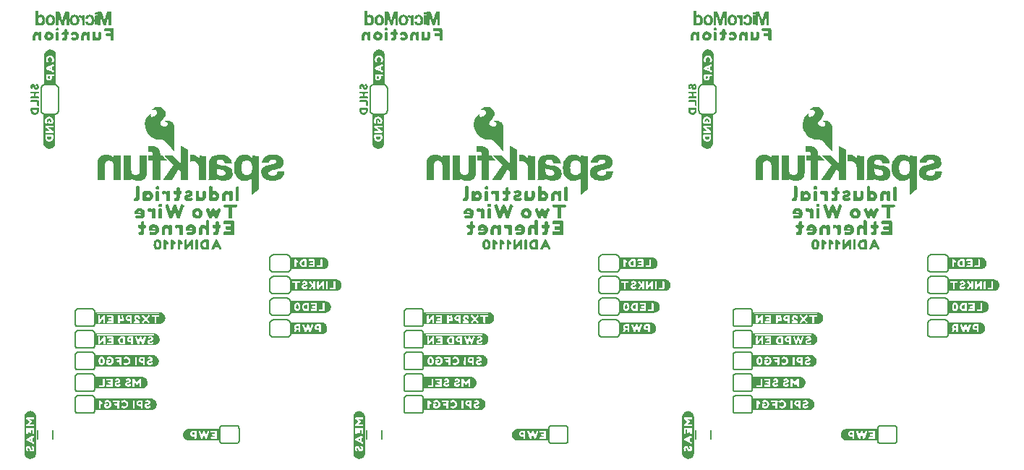
<source format=gbo>
G04 EAGLE Gerber RS-274X export*
G75*
%MOMM*%
%FSLAX34Y34*%
%LPD*%
%INSilkscreen Bottom*%
%IPPOS*%
%AMOC8*
5,1,8,0,0,1.08239X$1,22.5*%
G01*
%ADD10C,0.203200*%
%ADD11C,0.152400*%

G36*
X163625Y272071D02*
X163625Y272071D01*
X163628Y272069D01*
X164328Y272169D01*
X164329Y272169D01*
X164929Y272269D01*
X164932Y272272D01*
X164934Y272270D01*
X165634Y272470D01*
X165635Y272471D01*
X165636Y272471D01*
X166236Y272671D01*
X166239Y272675D01*
X166243Y272673D01*
X166843Y272973D01*
X166845Y272978D01*
X166848Y272976D01*
X167448Y273376D01*
X167449Y273380D01*
X167451Y273379D01*
X167951Y273779D01*
X167952Y273783D01*
X167955Y273783D01*
X168455Y274283D01*
X168456Y274287D01*
X168459Y274287D01*
X168859Y274787D01*
X168859Y274790D01*
X168862Y274790D01*
X169262Y275390D01*
X169261Y275395D01*
X169265Y275395D01*
X169865Y276595D01*
X169863Y276602D01*
X169868Y276604D01*
X169877Y276635D01*
X169919Y276783D01*
X169961Y276931D01*
X169975Y276980D01*
X170018Y277128D01*
X170060Y277275D01*
X170068Y277304D01*
X170066Y277308D01*
X170069Y277309D01*
X170169Y277909D01*
X170169Y277910D01*
X170269Y278610D01*
X170267Y278615D01*
X170270Y278617D01*
X170270Y279317D01*
X170266Y279322D01*
X170269Y279326D01*
X170169Y279926D01*
X170069Y280624D01*
X170066Y280628D01*
X170068Y280631D01*
X169868Y281331D01*
X169862Y281335D01*
X169865Y281339D01*
X169265Y282539D01*
X169258Y282543D01*
X169259Y282548D01*
X168859Y283048D01*
X168855Y283049D01*
X168855Y283052D01*
X168358Y283550D01*
X167959Y284048D01*
X167948Y284051D01*
X167948Y284058D01*
X167350Y284457D01*
X166851Y284856D01*
X166842Y284856D01*
X166840Y284863D01*
X166140Y285163D01*
X166137Y285162D01*
X166136Y285164D01*
X164936Y285564D01*
X164932Y285563D01*
X164930Y285563D01*
X164928Y285566D01*
X163528Y285766D01*
X163523Y285764D01*
X163521Y285767D01*
X86921Y285767D01*
X86895Y285747D01*
X86881Y285747D01*
X86581Y285347D01*
X86581Y285336D01*
X86573Y285330D01*
X86578Y285323D01*
X86571Y285317D01*
X86571Y272417D01*
X86591Y272392D01*
X86591Y272378D01*
X86991Y272078D01*
X87013Y272078D01*
X87021Y272068D01*
X163621Y272068D01*
X163625Y272071D01*
G37*
G36*
X548714Y272071D02*
X548714Y272071D01*
X548717Y272069D01*
X549417Y272169D01*
X549418Y272169D01*
X550018Y272269D01*
X550021Y272272D01*
X550024Y272270D01*
X550724Y272470D01*
X550725Y272471D01*
X550726Y272471D01*
X551326Y272671D01*
X551329Y272675D01*
X551332Y272673D01*
X551932Y272973D01*
X551934Y272978D01*
X551937Y272976D01*
X552537Y273376D01*
X552538Y273380D01*
X552541Y273379D01*
X553041Y273779D01*
X553042Y273783D01*
X553045Y273783D01*
X553545Y274283D01*
X553545Y274287D01*
X553548Y274287D01*
X553948Y274787D01*
X553949Y274790D01*
X553951Y274790D01*
X554351Y275390D01*
X554351Y275395D01*
X554354Y275395D01*
X554954Y276595D01*
X554953Y276602D01*
X554957Y276604D01*
X554966Y276635D01*
X555008Y276783D01*
X555009Y276783D01*
X555008Y276783D01*
X555051Y276931D01*
X555065Y276980D01*
X555107Y277128D01*
X555149Y277275D01*
X555157Y277304D01*
X555156Y277308D01*
X555159Y277309D01*
X555259Y277909D01*
X555258Y277910D01*
X555259Y277910D01*
X555359Y278610D01*
X555356Y278615D01*
X555359Y278617D01*
X555359Y279317D01*
X555356Y279322D01*
X555359Y279326D01*
X555259Y279926D01*
X555159Y280624D01*
X555155Y280628D01*
X555157Y280631D01*
X554957Y281331D01*
X554952Y281335D01*
X554954Y281339D01*
X554354Y282539D01*
X554347Y282543D01*
X554348Y282548D01*
X553948Y283048D01*
X553944Y283049D01*
X553945Y283052D01*
X553447Y283550D01*
X553048Y284048D01*
X553038Y284051D01*
X553037Y284058D01*
X552439Y284457D01*
X551941Y284856D01*
X551931Y284856D01*
X551929Y284863D01*
X551229Y285163D01*
X551226Y285162D01*
X551226Y285164D01*
X550026Y285564D01*
X550021Y285563D01*
X550019Y285563D01*
X550017Y285566D01*
X548617Y285766D01*
X548612Y285764D01*
X548610Y285767D01*
X472010Y285767D01*
X471984Y285747D01*
X471971Y285747D01*
X471671Y285347D01*
X471671Y285336D01*
X471663Y285330D01*
X471668Y285323D01*
X471661Y285317D01*
X471661Y272417D01*
X471680Y272392D01*
X471680Y272378D01*
X472080Y272078D01*
X472102Y272078D01*
X472110Y272068D01*
X548710Y272068D01*
X548714Y272071D01*
G37*
G36*
X933778Y272071D02*
X933778Y272071D01*
X933781Y272069D01*
X934481Y272169D01*
X934482Y272169D01*
X935082Y272269D01*
X935085Y272272D01*
X935088Y272270D01*
X935788Y272470D01*
X935789Y272471D01*
X935790Y272471D01*
X936390Y272671D01*
X936393Y272675D01*
X936396Y272673D01*
X936996Y272973D01*
X936998Y272978D01*
X937001Y272976D01*
X937601Y273376D01*
X937602Y273380D01*
X937605Y273379D01*
X938105Y273779D01*
X938106Y273783D01*
X938109Y273783D01*
X938609Y274283D01*
X938609Y274287D01*
X938612Y274287D01*
X939012Y274787D01*
X939013Y274790D01*
X939015Y274790D01*
X939415Y275390D01*
X939415Y275395D01*
X939418Y275395D01*
X940018Y276595D01*
X940017Y276602D01*
X940021Y276604D01*
X940030Y276635D01*
X940072Y276783D01*
X940073Y276783D01*
X940072Y276783D01*
X940115Y276931D01*
X940129Y276980D01*
X940171Y277128D01*
X940213Y277275D01*
X940221Y277304D01*
X940220Y277308D01*
X940223Y277309D01*
X940323Y277909D01*
X940322Y277910D01*
X940323Y277910D01*
X940423Y278610D01*
X940420Y278615D01*
X940423Y278617D01*
X940423Y279317D01*
X940420Y279322D01*
X940423Y279326D01*
X940323Y279926D01*
X940223Y280624D01*
X940219Y280628D01*
X940221Y280631D01*
X940021Y281331D01*
X940016Y281335D01*
X940018Y281339D01*
X939418Y282539D01*
X939411Y282543D01*
X939412Y282548D01*
X939012Y283048D01*
X939008Y283049D01*
X939009Y283052D01*
X938511Y283550D01*
X938112Y284048D01*
X938102Y284051D01*
X938101Y284058D01*
X937503Y284457D01*
X937005Y284856D01*
X936995Y284856D01*
X936993Y284863D01*
X936293Y285163D01*
X936290Y285162D01*
X936290Y285164D01*
X935090Y285564D01*
X935085Y285563D01*
X935083Y285563D01*
X935081Y285566D01*
X933681Y285766D01*
X933676Y285764D01*
X933674Y285767D01*
X857074Y285767D01*
X857048Y285747D01*
X857035Y285747D01*
X856735Y285347D01*
X856735Y285336D01*
X856727Y285330D01*
X856732Y285323D01*
X856725Y285317D01*
X856725Y272417D01*
X856744Y272392D01*
X856744Y272378D01*
X857144Y272078D01*
X857166Y272078D01*
X857174Y272068D01*
X933774Y272068D01*
X933778Y272071D01*
G37*
G36*
X926348Y221754D02*
X926348Y221754D01*
X926350Y221751D01*
X927750Y221951D01*
X927755Y221956D01*
X927759Y221953D01*
X928359Y222153D01*
X928361Y222156D01*
X928363Y222155D01*
X929063Y222455D01*
X929064Y222457D01*
X929065Y222456D01*
X929665Y222756D01*
X929669Y222763D01*
X929674Y222762D01*
X930674Y223562D01*
X930675Y223566D01*
X930678Y223565D01*
X931178Y224065D01*
X931179Y224069D01*
X931182Y224069D01*
X931582Y224569D01*
X931582Y224573D01*
X931584Y224573D01*
X931984Y225173D01*
X931984Y225177D01*
X931987Y225178D01*
X932587Y226378D01*
X932585Y226389D01*
X932592Y226393D01*
X932692Y227089D01*
X932890Y227684D01*
X932887Y227694D01*
X932891Y227697D01*
X932890Y227698D01*
X932893Y227700D01*
X932893Y229100D01*
X932889Y229104D01*
X932892Y229107D01*
X932792Y229807D01*
X932792Y229808D01*
X932692Y230408D01*
X932689Y230411D01*
X932691Y230414D01*
X932491Y231114D01*
X932485Y231118D01*
X932487Y231122D01*
X932187Y231722D01*
X932183Y231724D01*
X932184Y231727D01*
X931784Y232327D01*
X931781Y232328D01*
X931782Y232331D01*
X930982Y233331D01*
X930978Y233332D01*
X930978Y233335D01*
X930478Y233835D01*
X930474Y233835D01*
X930474Y233838D01*
X929974Y234238D01*
X929966Y234239D01*
X929965Y234244D01*
X928765Y234844D01*
X928763Y234844D01*
X928763Y234845D01*
X928063Y235145D01*
X928054Y235143D01*
X928052Y235149D01*
X927452Y235249D01*
X927451Y235248D01*
X927450Y235249D01*
X926752Y235349D01*
X926152Y235449D01*
X926139Y235442D01*
X926137Y235441D01*
X926113Y235429D01*
X926103Y235428D01*
X926083Y235399D01*
X926081Y235431D01*
X926058Y235430D01*
X926043Y235449D01*
X857743Y235449D01*
X857734Y235442D01*
X857731Y235442D01*
X857725Y235446D01*
X857225Y235246D01*
X857209Y235219D01*
X857196Y235209D01*
X857200Y235204D01*
X857194Y235200D01*
X857194Y222400D01*
X857198Y222395D01*
X857195Y222392D01*
X857295Y221792D01*
X857338Y221751D01*
X857341Y221754D01*
X857343Y221751D01*
X926343Y221751D01*
X926348Y221754D01*
G37*
G36*
X156194Y221754D02*
X156194Y221754D01*
X156197Y221751D01*
X157597Y221951D01*
X157602Y221956D01*
X157606Y221953D01*
X158206Y222153D01*
X158207Y222156D01*
X158209Y222155D01*
X158909Y222455D01*
X158911Y222457D01*
X158912Y222456D01*
X159512Y222756D01*
X159515Y222763D01*
X159521Y222762D01*
X160521Y223562D01*
X160522Y223566D01*
X160525Y223565D01*
X161025Y224065D01*
X161025Y224069D01*
X161028Y224069D01*
X161428Y224569D01*
X161429Y224573D01*
X161431Y224573D01*
X161831Y225173D01*
X161831Y225177D01*
X161834Y225178D01*
X162434Y226378D01*
X162432Y226389D01*
X162439Y226393D01*
X162538Y227089D01*
X162737Y227684D01*
X162734Y227694D01*
X162737Y227697D01*
X162736Y227698D01*
X162739Y227700D01*
X162739Y229100D01*
X162736Y229104D01*
X162739Y229107D01*
X162639Y229807D01*
X162638Y229808D01*
X162639Y229808D01*
X162539Y230408D01*
X162535Y230411D01*
X162537Y230414D01*
X162337Y231114D01*
X162332Y231118D01*
X162334Y231122D01*
X162034Y231722D01*
X162030Y231724D01*
X162031Y231727D01*
X161631Y232327D01*
X161628Y232328D01*
X161628Y232331D01*
X160828Y233331D01*
X160824Y233332D01*
X160825Y233335D01*
X160325Y233835D01*
X160321Y233835D01*
X160321Y233838D01*
X159821Y234238D01*
X159813Y234239D01*
X159812Y234244D01*
X158612Y234844D01*
X158610Y234844D01*
X158609Y234845D01*
X157909Y235145D01*
X157901Y235143D01*
X157898Y235149D01*
X157298Y235249D01*
X157297Y235248D01*
X157297Y235249D01*
X156598Y235349D01*
X155998Y235449D01*
X155986Y235442D01*
X155985Y235442D01*
X155983Y235441D01*
X155960Y235429D01*
X155950Y235428D01*
X155929Y235399D01*
X155928Y235431D01*
X155904Y235430D01*
X155890Y235449D01*
X87590Y235449D01*
X87581Y235442D01*
X87577Y235442D01*
X87572Y235446D01*
X87072Y235246D01*
X87056Y235219D01*
X87043Y235209D01*
X87046Y235204D01*
X87041Y235200D01*
X87041Y222400D01*
X87044Y222395D01*
X87041Y222392D01*
X87141Y221792D01*
X87185Y221751D01*
X87188Y221754D01*
X87190Y221751D01*
X156190Y221751D01*
X156194Y221754D01*
G37*
G36*
X541284Y221754D02*
X541284Y221754D01*
X541286Y221751D01*
X542686Y221951D01*
X542691Y221956D01*
X542695Y221953D01*
X543295Y222153D01*
X543297Y222156D01*
X543299Y222155D01*
X543999Y222455D01*
X544000Y222457D01*
X544001Y222456D01*
X544601Y222756D01*
X544605Y222763D01*
X544610Y222762D01*
X545610Y223562D01*
X545611Y223566D01*
X545614Y223565D01*
X546114Y224065D01*
X546115Y224069D01*
X546118Y224069D01*
X546518Y224569D01*
X546518Y224573D01*
X546520Y224573D01*
X546920Y225173D01*
X546920Y225177D01*
X546923Y225178D01*
X547523Y226378D01*
X547521Y226389D01*
X547528Y226393D01*
X547628Y227089D01*
X547826Y227684D01*
X547823Y227694D01*
X547827Y227697D01*
X547826Y227698D01*
X547829Y227700D01*
X547829Y229100D01*
X547825Y229104D01*
X547828Y229107D01*
X547728Y229807D01*
X547728Y229808D01*
X547628Y230408D01*
X547625Y230411D01*
X547627Y230414D01*
X547427Y231114D01*
X547421Y231118D01*
X547423Y231122D01*
X547123Y231722D01*
X547119Y231724D01*
X547120Y231727D01*
X546720Y232327D01*
X546717Y232328D01*
X546718Y232331D01*
X545918Y233331D01*
X545914Y233332D01*
X545914Y233335D01*
X545414Y233835D01*
X545410Y233835D01*
X545410Y233838D01*
X544910Y234238D01*
X544902Y234239D01*
X544901Y234244D01*
X543701Y234844D01*
X543699Y234844D01*
X543699Y234845D01*
X542999Y235145D01*
X542990Y235143D01*
X542988Y235149D01*
X542388Y235249D01*
X542387Y235248D01*
X542386Y235249D01*
X541688Y235349D01*
X541088Y235449D01*
X541075Y235442D01*
X541073Y235441D01*
X541049Y235429D01*
X541039Y235428D01*
X541019Y235399D01*
X541017Y235431D01*
X540994Y235430D01*
X540979Y235449D01*
X472679Y235449D01*
X472670Y235442D01*
X472667Y235442D01*
X472661Y235446D01*
X472161Y235246D01*
X472145Y235219D01*
X472132Y235209D01*
X472136Y235204D01*
X472130Y235200D01*
X472130Y222400D01*
X472134Y222395D01*
X472131Y222392D01*
X472231Y221792D01*
X472274Y221751D01*
X472277Y221754D01*
X472279Y221751D01*
X541279Y221751D01*
X541284Y221754D01*
G37*
G36*
X923878Y170954D02*
X923878Y170954D01*
X923880Y170951D01*
X924580Y171051D01*
X924581Y171052D01*
X924582Y171051D01*
X925182Y171151D01*
X925188Y171158D01*
X925193Y171155D01*
X925891Y171454D01*
X926489Y171653D01*
X926494Y171661D01*
X926501Y171659D01*
X927100Y172058D01*
X927599Y172358D01*
X927602Y172366D01*
X927608Y172365D01*
X928608Y173365D01*
X928609Y173369D01*
X928612Y173369D01*
X929012Y173869D01*
X929012Y173873D01*
X929014Y173873D01*
X929414Y174473D01*
X929414Y174477D01*
X929417Y174478D01*
X929717Y175078D01*
X929717Y175083D01*
X929720Y175084D01*
X929920Y175684D01*
X929920Y175686D01*
X929921Y175686D01*
X929943Y175764D01*
X929985Y175912D01*
X929999Y175961D01*
X930041Y176109D01*
X930084Y176256D01*
X930098Y176306D01*
X930121Y176386D01*
X930119Y176390D01*
X930122Y176392D01*
X930222Y176992D01*
X930222Y176993D01*
X930322Y177693D01*
X930317Y177702D01*
X930322Y177707D01*
X930223Y178403D01*
X930223Y179100D01*
X930216Y179109D01*
X930220Y179116D01*
X930020Y179715D01*
X929821Y180414D01*
X929815Y180418D01*
X929817Y180422D01*
X929517Y181022D01*
X929511Y181025D01*
X929512Y181031D01*
X929113Y181529D01*
X928714Y182127D01*
X928711Y182128D01*
X928712Y182131D01*
X928312Y182631D01*
X928304Y182633D01*
X928304Y182638D01*
X927804Y183038D01*
X927801Y183039D01*
X927801Y183041D01*
X927203Y183440D01*
X926704Y183838D01*
X926694Y183839D01*
X926693Y183845D01*
X925993Y184145D01*
X925990Y184145D01*
X925989Y184147D01*
X925389Y184347D01*
X925387Y184346D01*
X925387Y184347D01*
X924687Y184547D01*
X924678Y184544D01*
X924673Y184549D01*
X924078Y184549D01*
X923482Y184649D01*
X923476Y184646D01*
X923473Y184649D01*
X857773Y184649D01*
X857764Y184642D01*
X857761Y184642D01*
X857755Y184646D01*
X857255Y184446D01*
X857239Y184419D01*
X857226Y184409D01*
X857230Y184404D01*
X857224Y184400D01*
X857224Y171500D01*
X857232Y171489D01*
X857228Y171482D01*
X857428Y170982D01*
X857469Y170957D01*
X857473Y170951D01*
X923873Y170951D01*
X923878Y170954D01*
G37*
G36*
X538814Y170954D02*
X538814Y170954D01*
X538816Y170951D01*
X539516Y171051D01*
X539517Y171052D01*
X539518Y171051D01*
X540118Y171151D01*
X540124Y171158D01*
X540129Y171155D01*
X540827Y171454D01*
X541425Y171653D01*
X541430Y171661D01*
X541437Y171659D01*
X542036Y172058D01*
X542535Y172358D01*
X542538Y172366D01*
X542544Y172365D01*
X543544Y173365D01*
X543545Y173369D01*
X543548Y173369D01*
X543948Y173869D01*
X543948Y173873D01*
X543950Y173873D01*
X544350Y174473D01*
X544350Y174477D01*
X544353Y174478D01*
X544653Y175078D01*
X544653Y175083D01*
X544656Y175084D01*
X544856Y175684D01*
X544856Y175686D01*
X544857Y175686D01*
X544879Y175764D01*
X544921Y175912D01*
X544935Y175961D01*
X544977Y176109D01*
X545020Y176256D01*
X545034Y176306D01*
X545057Y176386D01*
X545055Y176390D01*
X545058Y176392D01*
X545158Y176992D01*
X545158Y176993D01*
X545258Y177693D01*
X545253Y177702D01*
X545258Y177707D01*
X545159Y178403D01*
X545159Y179100D01*
X545152Y179109D01*
X545156Y179116D01*
X544956Y179715D01*
X544757Y180414D01*
X544751Y180418D01*
X544753Y180422D01*
X544453Y181022D01*
X544447Y181025D01*
X544448Y181031D01*
X544049Y181529D01*
X543650Y182127D01*
X543647Y182128D01*
X543648Y182131D01*
X543248Y182631D01*
X543240Y182633D01*
X543240Y182638D01*
X542740Y183038D01*
X542737Y183039D01*
X542737Y183041D01*
X542139Y183440D01*
X541640Y183838D01*
X541630Y183839D01*
X541629Y183845D01*
X540929Y184145D01*
X540926Y184145D01*
X540925Y184147D01*
X540325Y184347D01*
X540323Y184346D01*
X540323Y184347D01*
X539623Y184547D01*
X539614Y184544D01*
X539609Y184549D01*
X539014Y184549D01*
X538418Y184649D01*
X538412Y184646D01*
X538409Y184649D01*
X472709Y184649D01*
X472700Y184642D01*
X472697Y184642D01*
X472691Y184646D01*
X472191Y184446D01*
X472175Y184419D01*
X472162Y184409D01*
X472166Y184404D01*
X472160Y184400D01*
X472160Y171500D01*
X472168Y171489D01*
X472164Y171482D01*
X472364Y170982D01*
X472405Y170957D01*
X472409Y170951D01*
X538809Y170951D01*
X538814Y170954D01*
G37*
G36*
X153724Y170954D02*
X153724Y170954D01*
X153727Y170951D01*
X154427Y171051D01*
X154428Y171052D01*
X154428Y171051D01*
X155028Y171151D01*
X155034Y171158D01*
X155039Y171155D01*
X155738Y171454D01*
X156336Y171653D01*
X156341Y171661D01*
X156347Y171659D01*
X156946Y172058D01*
X157445Y172358D01*
X157449Y172366D01*
X157455Y172365D01*
X158455Y173365D01*
X158455Y173369D01*
X158458Y173369D01*
X158858Y173869D01*
X158859Y173873D01*
X158861Y173873D01*
X159261Y174473D01*
X159261Y174477D01*
X159264Y174478D01*
X159564Y175078D01*
X159563Y175083D01*
X159567Y175084D01*
X159767Y175684D01*
X159766Y175686D01*
X159767Y175686D01*
X159789Y175764D01*
X159790Y175764D01*
X159789Y175764D01*
X159832Y175912D01*
X159846Y175961D01*
X159888Y176109D01*
X159930Y176256D01*
X159944Y176306D01*
X159967Y176386D01*
X159966Y176390D01*
X159969Y176392D01*
X160069Y176992D01*
X160068Y176993D01*
X160069Y176993D01*
X160169Y177693D01*
X160164Y177702D01*
X160169Y177707D01*
X160069Y178403D01*
X160069Y179100D01*
X160062Y179109D01*
X160067Y179116D01*
X159867Y179715D01*
X159667Y180414D01*
X159662Y180418D01*
X159664Y180422D01*
X159364Y181022D01*
X159357Y181025D01*
X159358Y181031D01*
X158960Y181529D01*
X158561Y182127D01*
X158558Y182128D01*
X158558Y182131D01*
X158158Y182631D01*
X158151Y182633D01*
X158151Y182638D01*
X157651Y183038D01*
X157647Y183039D01*
X157647Y183041D01*
X157049Y183440D01*
X156551Y183838D01*
X156541Y183839D01*
X156539Y183845D01*
X155839Y184145D01*
X155836Y184145D01*
X155836Y184147D01*
X155236Y184347D01*
X155234Y184346D01*
X155234Y184347D01*
X154534Y184547D01*
X154524Y184544D01*
X154520Y184549D01*
X153924Y184549D01*
X153328Y184649D01*
X153323Y184646D01*
X153320Y184649D01*
X87620Y184649D01*
X87611Y184642D01*
X87607Y184642D01*
X87602Y184646D01*
X87102Y184446D01*
X87086Y184419D01*
X87073Y184409D01*
X87076Y184404D01*
X87071Y184400D01*
X87071Y171500D01*
X87079Y171489D01*
X87074Y171482D01*
X87274Y170982D01*
X87315Y170957D01*
X87320Y170951D01*
X153720Y170951D01*
X153724Y170954D01*
G37*
G36*
X180544Y474440D02*
X180544Y474440D01*
X180631Y474443D01*
X180631Y474444D01*
X180632Y474444D01*
X180707Y474485D01*
X180783Y474526D01*
X180783Y474527D01*
X180784Y474527D01*
X180835Y474599D01*
X180883Y474668D01*
X180883Y474669D01*
X180884Y474676D01*
X180910Y474810D01*
X180910Y502410D01*
X180906Y502430D01*
X180907Y502457D01*
X180707Y504057D01*
X180696Y504089D01*
X180688Y504138D01*
X180188Y505538D01*
X180180Y505550D01*
X180176Y505567D01*
X179676Y506667D01*
X179658Y506691D01*
X179642Y506728D01*
X178942Y507728D01*
X178923Y507745D01*
X178912Y507764D01*
X178890Y507780D01*
X178863Y507810D01*
X177963Y508510D01*
X177952Y508515D01*
X177941Y508526D01*
X177041Y509126D01*
X177010Y509138D01*
X176971Y509163D01*
X175971Y509563D01*
X175956Y509565D01*
X175939Y509574D01*
X174939Y509874D01*
X174920Y509875D01*
X174898Y509884D01*
X173798Y510084D01*
X173769Y510083D01*
X173730Y510090D01*
X172030Y510090D01*
X172007Y510085D01*
X171976Y510086D01*
X171276Y509986D01*
X171243Y509973D01*
X171189Y509963D01*
X170699Y509767D01*
X170468Y509690D01*
X170330Y509690D01*
X170161Y509651D01*
X170028Y509541D01*
X169957Y509382D01*
X169963Y509209D01*
X170046Y509057D01*
X170188Y508957D01*
X170309Y508934D01*
X170519Y508794D01*
X170550Y508782D01*
X170638Y508741D01*
X170963Y508660D01*
X171302Y508406D01*
X171318Y508399D01*
X171334Y508384D01*
X172294Y507808D01*
X172628Y507474D01*
X172882Y507050D01*
X173050Y506548D01*
X173050Y505972D01*
X172881Y505466D01*
X172516Y504828D01*
X172069Y504291D01*
X171440Y503842D01*
X170602Y503469D01*
X169591Y503193D01*
X168091Y503287D01*
X166677Y503664D01*
X165591Y504298D01*
X164864Y505298D01*
X164416Y506373D01*
X164505Y507624D01*
X165059Y509009D01*
X166308Y510451D01*
X167999Y512141D01*
X168013Y512163D01*
X168038Y512187D01*
X169338Y513987D01*
X169344Y514002D01*
X169358Y514017D01*
X170358Y515717D01*
X170369Y515754D01*
X170401Y515828D01*
X170801Y517628D01*
X170801Y517661D01*
X170810Y517710D01*
X170810Y519410D01*
X170801Y519448D01*
X170793Y519523D01*
X170293Y521123D01*
X170273Y521157D01*
X170243Y521225D01*
X169143Y522825D01*
X169116Y522850D01*
X169082Y522895D01*
X167382Y524395D01*
X167347Y524414D01*
X167294Y524453D01*
X164994Y525553D01*
X164961Y525560D01*
X164914Y525581D01*
X162714Y526081D01*
X162676Y526081D01*
X162611Y526090D01*
X160611Y525990D01*
X160585Y525982D01*
X160548Y525981D01*
X158748Y525581D01*
X158717Y525567D01*
X158669Y525555D01*
X157169Y524855D01*
X157165Y524852D01*
X157160Y524850D01*
X156626Y524583D01*
X155960Y524250D01*
X155938Y524232D01*
X155902Y524214D01*
X155102Y523614D01*
X155087Y523596D01*
X155061Y523579D01*
X154861Y523379D01*
X154848Y523357D01*
X154828Y523341D01*
X154802Y523284D01*
X154770Y523232D01*
X154767Y523206D01*
X154757Y523182D01*
X154759Y523121D01*
X154753Y523059D01*
X154762Y523035D01*
X154763Y523009D01*
X154793Y522955D01*
X154815Y522897D01*
X154834Y522880D01*
X154846Y522857D01*
X154897Y522822D01*
X154942Y522780D01*
X154967Y522772D01*
X154988Y522757D01*
X155072Y522741D01*
X155108Y522730D01*
X155118Y522732D01*
X155130Y522730D01*
X155230Y522730D01*
X155266Y522738D01*
X155322Y522741D01*
X155708Y522838D01*
X156261Y522930D01*
X156906Y522930D01*
X157645Y522837D01*
X158484Y522558D01*
X159218Y522191D01*
X159858Y521642D01*
X160319Y521089D01*
X160582Y520650D01*
X160750Y520148D01*
X160750Y519072D01*
X160581Y518566D01*
X160209Y517916D01*
X159739Y517257D01*
X158583Y516101D01*
X157925Y515631D01*
X157250Y515245D01*
X156914Y515077D01*
X156478Y514859D01*
X155735Y514581D01*
X155103Y514490D01*
X154608Y514490D01*
X154027Y514739D01*
X153633Y515055D01*
X153382Y515556D01*
X153210Y516072D01*
X153210Y517048D01*
X153291Y517290D01*
X153293Y517311D01*
X153299Y517326D01*
X153298Y517349D01*
X153310Y517410D01*
X153310Y517610D01*
X153296Y517673D01*
X153288Y517737D01*
X153276Y517756D01*
X153271Y517779D01*
X153230Y517829D01*
X153195Y517883D01*
X153175Y517895D01*
X153161Y517912D01*
X153102Y517939D01*
X153047Y517972D01*
X153024Y517974D01*
X153002Y517983D01*
X152938Y517981D01*
X152874Y517986D01*
X152849Y517977D01*
X152829Y517977D01*
X152796Y517958D01*
X152737Y517938D01*
X151037Y516938D01*
X151009Y516911D01*
X150953Y516871D01*
X149353Y515171D01*
X149337Y515142D01*
X149305Y515108D01*
X147905Y512808D01*
X147895Y512776D01*
X147871Y512734D01*
X146871Y509834D01*
X146868Y509806D01*
X146854Y509769D01*
X146354Y506569D01*
X146357Y506536D01*
X146350Y506488D01*
X146550Y502988D01*
X146560Y502957D01*
X146563Y502911D01*
X147563Y499211D01*
X147580Y499179D01*
X147598Y499125D01*
X149598Y495525D01*
X149615Y495507D01*
X149630Y495477D01*
X151030Y493677D01*
X151042Y493667D01*
X151053Y493650D01*
X152553Y492050D01*
X152571Y492038D01*
X152588Y492016D01*
X154288Y490616D01*
X154307Y490607D01*
X154327Y490589D01*
X156227Y489389D01*
X156255Y489379D01*
X156289Y489357D01*
X158289Y488557D01*
X158301Y488555D01*
X158315Y488548D01*
X160515Y487848D01*
X160544Y487845D01*
X160583Y487833D01*
X162983Y487533D01*
X163004Y487535D01*
X163030Y487530D01*
X166783Y487530D01*
X167897Y487251D01*
X168842Y486779D01*
X169899Y486106D01*
X170861Y485240D01*
X171849Y484154D01*
X171850Y484153D01*
X171851Y484152D01*
X173045Y482858D01*
X174241Y481463D01*
X174247Y481459D01*
X174251Y481452D01*
X175450Y480153D01*
X177650Y477753D01*
X178538Y476766D01*
X179230Y475877D01*
X179236Y475871D01*
X179241Y475863D01*
X179833Y475172D01*
X180105Y474809D01*
X180189Y474641D01*
X180190Y474640D01*
X180242Y474577D01*
X180299Y474508D01*
X180300Y474507D01*
X180301Y474507D01*
X180376Y474473D01*
X180458Y474437D01*
X180459Y474436D01*
X180544Y474440D01*
G37*
G36*
X565633Y474440D02*
X565633Y474440D01*
X565720Y474443D01*
X565721Y474444D01*
X565722Y474444D01*
X565796Y474485D01*
X565872Y474526D01*
X565873Y474527D01*
X565924Y474599D01*
X565972Y474668D01*
X565972Y474669D01*
X565973Y474669D01*
X565974Y474676D01*
X566000Y474810D01*
X566000Y502410D01*
X565995Y502430D01*
X565997Y502457D01*
X565797Y504057D01*
X565785Y504089D01*
X565778Y504138D01*
X565278Y505538D01*
X565270Y505550D01*
X565266Y505567D01*
X564766Y506667D01*
X564748Y506691D01*
X564731Y506728D01*
X564031Y507728D01*
X564012Y507745D01*
X564001Y507764D01*
X563979Y507780D01*
X563953Y507810D01*
X563053Y508510D01*
X563041Y508515D01*
X563030Y508526D01*
X562130Y509126D01*
X562100Y509138D01*
X562061Y509163D01*
X561061Y509563D01*
X561046Y509565D01*
X561029Y509574D01*
X560029Y509874D01*
X560010Y509875D01*
X559987Y509884D01*
X558887Y510084D01*
X558858Y510083D01*
X558819Y510090D01*
X557119Y510090D01*
X557097Y510085D01*
X557066Y510086D01*
X556366Y509986D01*
X556332Y509973D01*
X556278Y509963D01*
X555789Y509767D01*
X555558Y509690D01*
X555419Y509690D01*
X555251Y509651D01*
X555117Y509541D01*
X555046Y509382D01*
X555053Y509209D01*
X555135Y509057D01*
X555277Y508957D01*
X555398Y508934D01*
X555608Y508794D01*
X555640Y508782D01*
X555727Y508741D01*
X556053Y508660D01*
X556391Y508406D01*
X556407Y508399D01*
X556424Y508384D01*
X557384Y507808D01*
X557717Y507474D01*
X557972Y507050D01*
X558139Y506548D01*
X558139Y505972D01*
X557971Y505466D01*
X557606Y504828D01*
X557159Y504291D01*
X556530Y503842D01*
X555691Y503469D01*
X554680Y503193D01*
X553181Y503287D01*
X551767Y503664D01*
X550680Y504298D01*
X549953Y505298D01*
X549505Y506373D01*
X549594Y507624D01*
X550149Y509009D01*
X551398Y510451D01*
X553088Y512141D01*
X553102Y512163D01*
X553128Y512187D01*
X554428Y513987D01*
X554434Y514002D01*
X554447Y514017D01*
X555447Y515717D01*
X555459Y515754D01*
X555491Y515828D01*
X555891Y517628D01*
X555890Y517661D01*
X555900Y517710D01*
X555900Y519410D01*
X555891Y519448D01*
X555882Y519523D01*
X555382Y521123D01*
X555363Y521157D01*
X555333Y521225D01*
X554233Y522825D01*
X554206Y522850D01*
X554171Y522895D01*
X552471Y524395D01*
X552437Y524414D01*
X552383Y524453D01*
X550083Y525553D01*
X550050Y525560D01*
X550004Y525581D01*
X547804Y526081D01*
X547765Y526081D01*
X547700Y526090D01*
X545700Y525990D01*
X545674Y525982D01*
X545637Y525981D01*
X543837Y525581D01*
X543806Y525567D01*
X543759Y525555D01*
X542259Y524855D01*
X542255Y524852D01*
X542249Y524850D01*
X541716Y524583D01*
X541049Y524250D01*
X541027Y524232D01*
X540991Y524214D01*
X540191Y523614D01*
X540176Y523596D01*
X540151Y523579D01*
X539951Y523379D01*
X539937Y523357D01*
X539917Y523341D01*
X539892Y523284D01*
X539859Y523232D01*
X539857Y523206D01*
X539846Y523182D01*
X539848Y523121D01*
X539843Y523059D01*
X539852Y523035D01*
X539853Y523009D01*
X539882Y522955D01*
X539904Y522897D01*
X539923Y522880D01*
X539935Y522857D01*
X539986Y522822D01*
X540031Y522780D01*
X540056Y522772D01*
X540077Y522757D01*
X540162Y522741D01*
X540197Y522730D01*
X540207Y522732D01*
X540219Y522730D01*
X540319Y522730D01*
X540355Y522738D01*
X540412Y522741D01*
X540797Y522838D01*
X541351Y522930D01*
X541996Y522930D01*
X542735Y522837D01*
X543574Y522558D01*
X544307Y522191D01*
X544948Y521642D01*
X545409Y521089D01*
X545672Y520650D01*
X545839Y520148D01*
X545839Y519072D01*
X545671Y518566D01*
X545299Y517916D01*
X544828Y517257D01*
X543673Y516101D01*
X543014Y515631D01*
X542340Y515245D01*
X542003Y515077D01*
X541567Y514859D01*
X540825Y514581D01*
X540192Y514490D01*
X539697Y514490D01*
X539117Y514739D01*
X538722Y515055D01*
X538472Y515556D01*
X538300Y516072D01*
X538300Y517048D01*
X538380Y517290D01*
X538382Y517311D01*
X538389Y517326D01*
X538388Y517349D01*
X538400Y517410D01*
X538400Y517610D01*
X538385Y517673D01*
X538378Y517737D01*
X538365Y517756D01*
X538360Y517779D01*
X538319Y517829D01*
X538284Y517883D01*
X538265Y517895D01*
X538250Y517912D01*
X538191Y517939D01*
X538136Y517972D01*
X538113Y517974D01*
X538092Y517983D01*
X538027Y517981D01*
X537963Y517986D01*
X537939Y517977D01*
X537919Y517977D01*
X537885Y517958D01*
X537827Y517938D01*
X536127Y516938D01*
X536098Y516911D01*
X536043Y516871D01*
X534443Y515171D01*
X534426Y515142D01*
X534395Y515108D01*
X532995Y512808D01*
X532984Y512776D01*
X532960Y512734D01*
X531960Y509834D01*
X531957Y509806D01*
X531944Y509769D01*
X531444Y506569D01*
X531446Y506536D01*
X531440Y506488D01*
X531640Y502988D01*
X531649Y502957D01*
X531652Y502911D01*
X532652Y499211D01*
X532670Y499179D01*
X532687Y499125D01*
X534687Y495525D01*
X534704Y495507D01*
X534719Y495477D01*
X536119Y493677D01*
X536131Y493667D01*
X536142Y493650D01*
X537642Y492050D01*
X537660Y492038D01*
X537678Y492016D01*
X539378Y490616D01*
X539397Y490607D01*
X539416Y490589D01*
X541316Y489389D01*
X541344Y489379D01*
X541378Y489357D01*
X543378Y488557D01*
X543391Y488555D01*
X543404Y488548D01*
X545604Y487848D01*
X545634Y487845D01*
X545672Y487833D01*
X548072Y487533D01*
X548093Y487535D01*
X548119Y487530D01*
X551873Y487530D01*
X552987Y487251D01*
X553932Y486779D01*
X554989Y486106D01*
X555951Y485240D01*
X556938Y484154D01*
X556939Y484153D01*
X556940Y484152D01*
X558135Y482858D01*
X559331Y481463D01*
X559336Y481459D01*
X559340Y481452D01*
X560539Y480153D01*
X562739Y477753D01*
X563628Y476766D01*
X564319Y475877D01*
X564326Y475871D01*
X564331Y475863D01*
X564923Y475172D01*
X565195Y474809D01*
X565279Y474641D01*
X565279Y474640D01*
X565332Y474577D01*
X565389Y474508D01*
X565390Y474507D01*
X565466Y474473D01*
X565547Y474437D01*
X565548Y474437D01*
X565548Y474436D01*
X565633Y474440D01*
G37*
G36*
X950697Y474440D02*
X950697Y474440D01*
X950784Y474443D01*
X950785Y474444D01*
X950786Y474444D01*
X950860Y474485D01*
X950936Y474526D01*
X950937Y474527D01*
X950988Y474599D01*
X951036Y474668D01*
X951036Y474669D01*
X951037Y474669D01*
X951038Y474676D01*
X951064Y474810D01*
X951064Y502410D01*
X951059Y502430D01*
X951061Y502457D01*
X950861Y504057D01*
X950849Y504089D01*
X950842Y504138D01*
X950342Y505538D01*
X950334Y505550D01*
X950330Y505567D01*
X949830Y506667D01*
X949812Y506691D01*
X949795Y506728D01*
X949095Y507728D01*
X949076Y507745D01*
X949065Y507764D01*
X949043Y507780D01*
X949017Y507810D01*
X948117Y508510D01*
X948105Y508515D01*
X948094Y508526D01*
X947194Y509126D01*
X947164Y509138D01*
X947125Y509163D01*
X946125Y509563D01*
X946110Y509565D01*
X946093Y509574D01*
X945093Y509874D01*
X945074Y509875D01*
X945051Y509884D01*
X943951Y510084D01*
X943922Y510083D01*
X943883Y510090D01*
X942183Y510090D01*
X942161Y510085D01*
X942130Y510086D01*
X941430Y509986D01*
X941396Y509973D01*
X941342Y509963D01*
X940853Y509767D01*
X940622Y509690D01*
X940483Y509690D01*
X940315Y509651D01*
X940181Y509541D01*
X940110Y509382D01*
X940117Y509209D01*
X940199Y509057D01*
X940341Y508957D01*
X940462Y508934D01*
X940672Y508794D01*
X940704Y508782D01*
X940791Y508741D01*
X941117Y508660D01*
X941455Y508406D01*
X941471Y508399D01*
X941488Y508384D01*
X942448Y507808D01*
X942781Y507474D01*
X943036Y507050D01*
X943203Y506548D01*
X943203Y505972D01*
X943035Y505466D01*
X942670Y504828D01*
X942223Y504291D01*
X941594Y503842D01*
X940755Y503469D01*
X939744Y503193D01*
X938245Y503287D01*
X936831Y503664D01*
X935744Y504298D01*
X935017Y505298D01*
X934569Y506373D01*
X934658Y507624D01*
X935213Y509009D01*
X936462Y510451D01*
X938152Y512141D01*
X938166Y512163D01*
X938192Y512187D01*
X939492Y513987D01*
X939498Y514002D01*
X939511Y514017D01*
X940511Y515717D01*
X940523Y515754D01*
X940555Y515828D01*
X940955Y517628D01*
X940954Y517661D01*
X940964Y517710D01*
X940964Y519410D01*
X940955Y519448D01*
X940946Y519523D01*
X940446Y521123D01*
X940427Y521157D01*
X940397Y521225D01*
X939297Y522825D01*
X939270Y522850D01*
X939235Y522895D01*
X937535Y524395D01*
X937501Y524414D01*
X937447Y524453D01*
X935147Y525553D01*
X935114Y525560D01*
X935068Y525581D01*
X932868Y526081D01*
X932829Y526081D01*
X932764Y526090D01*
X930764Y525990D01*
X930738Y525982D01*
X930701Y525981D01*
X928901Y525581D01*
X928870Y525567D01*
X928823Y525555D01*
X927323Y524855D01*
X927319Y524852D01*
X927313Y524850D01*
X926780Y524583D01*
X926113Y524250D01*
X926091Y524232D01*
X926055Y524214D01*
X925255Y523614D01*
X925240Y523596D01*
X925215Y523579D01*
X925015Y523379D01*
X925001Y523357D01*
X924981Y523341D01*
X924956Y523284D01*
X924923Y523232D01*
X924921Y523206D01*
X924910Y523182D01*
X924912Y523121D01*
X924907Y523059D01*
X924916Y523035D01*
X924917Y523009D01*
X924946Y522955D01*
X924968Y522897D01*
X924987Y522880D01*
X924999Y522857D01*
X925050Y522822D01*
X925095Y522780D01*
X925120Y522772D01*
X925141Y522757D01*
X925226Y522741D01*
X925261Y522730D01*
X925271Y522732D01*
X925283Y522730D01*
X925383Y522730D01*
X925419Y522738D01*
X925476Y522741D01*
X925861Y522838D01*
X926415Y522930D01*
X927060Y522930D01*
X927799Y522837D01*
X928638Y522558D01*
X929371Y522191D01*
X930012Y521642D01*
X930473Y521089D01*
X930736Y520650D01*
X930903Y520148D01*
X930903Y519072D01*
X930735Y518566D01*
X930363Y517916D01*
X929892Y517257D01*
X928737Y516101D01*
X928078Y515631D01*
X927404Y515245D01*
X927067Y515077D01*
X926631Y514859D01*
X925889Y514581D01*
X925256Y514490D01*
X924761Y514490D01*
X924181Y514739D01*
X923786Y515055D01*
X923536Y515556D01*
X923364Y516072D01*
X923364Y517048D01*
X923444Y517290D01*
X923446Y517311D01*
X923453Y517326D01*
X923452Y517349D01*
X923464Y517410D01*
X923464Y517610D01*
X923449Y517673D01*
X923442Y517737D01*
X923429Y517756D01*
X923424Y517779D01*
X923383Y517829D01*
X923348Y517883D01*
X923329Y517895D01*
X923314Y517912D01*
X923255Y517939D01*
X923200Y517972D01*
X923177Y517974D01*
X923156Y517983D01*
X923091Y517981D01*
X923027Y517986D01*
X923003Y517977D01*
X922983Y517977D01*
X922949Y517958D01*
X922891Y517938D01*
X921191Y516938D01*
X921162Y516911D01*
X921107Y516871D01*
X919507Y515171D01*
X919490Y515142D01*
X919459Y515108D01*
X918059Y512808D01*
X918048Y512776D01*
X918024Y512734D01*
X917024Y509834D01*
X917021Y509806D01*
X917008Y509769D01*
X916508Y506569D01*
X916510Y506536D01*
X916504Y506488D01*
X916704Y502988D01*
X916713Y502957D01*
X916716Y502911D01*
X917716Y499211D01*
X917734Y499179D01*
X917751Y499125D01*
X919751Y495525D01*
X919768Y495507D01*
X919783Y495477D01*
X921183Y493677D01*
X921195Y493667D01*
X921206Y493650D01*
X922706Y492050D01*
X922724Y492038D01*
X922742Y492016D01*
X924442Y490616D01*
X924461Y490607D01*
X924480Y490589D01*
X926380Y489389D01*
X926408Y489379D01*
X926442Y489357D01*
X928442Y488557D01*
X928455Y488555D01*
X928468Y488548D01*
X930668Y487848D01*
X930698Y487845D01*
X930736Y487833D01*
X933136Y487533D01*
X933157Y487535D01*
X933183Y487530D01*
X936937Y487530D01*
X938051Y487251D01*
X938996Y486779D01*
X940053Y486106D01*
X941015Y485240D01*
X942002Y484154D01*
X942003Y484153D01*
X942004Y484152D01*
X943199Y482858D01*
X944395Y481463D01*
X944400Y481459D01*
X944404Y481452D01*
X945603Y480153D01*
X947803Y477753D01*
X948692Y476766D01*
X949383Y475877D01*
X949390Y475871D01*
X949395Y475863D01*
X949987Y475172D01*
X950259Y474809D01*
X950343Y474641D01*
X950343Y474640D01*
X950396Y474577D01*
X950453Y474508D01*
X950454Y474507D01*
X950530Y474473D01*
X950611Y474437D01*
X950612Y474437D01*
X950612Y474436D01*
X950697Y474440D01*
G37*
G36*
X156424Y247154D02*
X156424Y247154D01*
X156428Y247151D01*
X156433Y247161D01*
X156468Y247187D01*
X156455Y247203D01*
X156459Y247210D01*
X156477Y247177D01*
X156513Y247160D01*
X156520Y247151D01*
X157120Y247151D01*
X157124Y247154D01*
X157127Y247151D01*
X158527Y247351D01*
X158532Y247356D01*
X158536Y247353D01*
X159136Y247553D01*
X159139Y247558D01*
X159142Y247556D01*
X160342Y248156D01*
X160344Y248160D01*
X160348Y248159D01*
X160948Y248559D01*
X160950Y248566D01*
X160955Y248565D01*
X161955Y249565D01*
X161956Y249569D01*
X161959Y249569D01*
X162359Y250069D01*
X162359Y250077D01*
X162364Y250078D01*
X162663Y250675D01*
X163061Y251273D01*
X163061Y251282D01*
X163067Y251284D01*
X163467Y252484D01*
X163465Y252491D01*
X163469Y252493D01*
X163569Y253193D01*
X163566Y253198D01*
X163569Y253200D01*
X163569Y254600D01*
X163566Y254605D01*
X163569Y254608D01*
X163469Y255208D01*
X163369Y255907D01*
X163361Y255915D01*
X163364Y255922D01*
X163066Y256518D01*
X162868Y257214D01*
X162856Y257222D01*
X162859Y257231D01*
X162460Y257729D01*
X162061Y258327D01*
X162058Y258328D01*
X162059Y258331D01*
X161659Y258831D01*
X161651Y258833D01*
X161651Y258838D01*
X161151Y259238D01*
X161148Y259239D01*
X161148Y259241D01*
X159948Y260041D01*
X159943Y260041D01*
X159942Y260044D01*
X159342Y260344D01*
X159337Y260343D01*
X159336Y260347D01*
X158736Y260547D01*
X158734Y260546D01*
X158734Y260547D01*
X158034Y260747D01*
X158024Y260744D01*
X158020Y260749D01*
X157325Y260749D01*
X156830Y260848D01*
X156776Y260822D01*
X156781Y260813D01*
X156773Y260806D01*
X156775Y260803D01*
X156771Y260800D01*
X156771Y259116D01*
X156496Y258749D01*
X90828Y258749D01*
X90269Y258936D01*
X90269Y259591D01*
X90454Y260051D01*
X156720Y260051D01*
X156768Y260087D01*
X156766Y260089D01*
X156768Y260090D01*
X156764Y260096D01*
X156769Y260100D01*
X156769Y260800D01*
X156734Y260847D01*
X156726Y260842D01*
X156720Y260849D01*
X87020Y260849D01*
X86973Y260813D01*
X86975Y260810D01*
X86972Y260808D01*
X86872Y260208D01*
X86874Y260203D01*
X86871Y260200D01*
X86871Y247400D01*
X86900Y247362D01*
X86902Y247354D01*
X87402Y247154D01*
X87415Y247158D01*
X87420Y247151D01*
X156420Y247151D01*
X156424Y247154D01*
G37*
G36*
X541513Y247154D02*
X541513Y247154D01*
X541518Y247151D01*
X541523Y247161D01*
X541557Y247187D01*
X541545Y247203D01*
X541549Y247210D01*
X541566Y247177D01*
X541603Y247160D01*
X541610Y247151D01*
X542210Y247151D01*
X542214Y247154D01*
X542217Y247151D01*
X543617Y247351D01*
X543621Y247356D01*
X543625Y247353D01*
X544225Y247553D01*
X544228Y247558D01*
X544232Y247556D01*
X545432Y248156D01*
X545434Y248160D01*
X545437Y248159D01*
X546037Y248559D01*
X546039Y248566D01*
X546044Y248565D01*
X547044Y249565D01*
X547045Y249569D01*
X547048Y249569D01*
X547448Y250069D01*
X547448Y250077D01*
X547454Y250078D01*
X547752Y250675D01*
X548151Y251273D01*
X548150Y251282D01*
X548156Y251284D01*
X548556Y252484D01*
X548554Y252491D01*
X548558Y252493D01*
X548658Y253193D01*
X548656Y253198D01*
X548659Y253200D01*
X548659Y254600D01*
X548655Y254605D01*
X548658Y254608D01*
X548558Y255208D01*
X548458Y255907D01*
X548450Y255915D01*
X548454Y255922D01*
X548156Y256518D01*
X547957Y257214D01*
X547946Y257222D01*
X547948Y257231D01*
X547549Y257729D01*
X547151Y258327D01*
X547147Y258328D01*
X547148Y258331D01*
X546748Y258831D01*
X546740Y258833D01*
X546740Y258838D01*
X546240Y259238D01*
X546237Y259239D01*
X546237Y259241D01*
X545037Y260041D01*
X545032Y260041D01*
X545032Y260044D01*
X544432Y260344D01*
X544426Y260343D01*
X544425Y260347D01*
X543825Y260547D01*
X543824Y260546D01*
X543823Y260547D01*
X543123Y260747D01*
X543114Y260744D01*
X543110Y260749D01*
X542414Y260749D01*
X541919Y260848D01*
X541866Y260822D01*
X541870Y260813D01*
X541862Y260806D01*
X541865Y260803D01*
X541860Y260800D01*
X541860Y259116D01*
X541585Y258749D01*
X475918Y258749D01*
X475359Y258936D01*
X475359Y259591D01*
X475543Y260051D01*
X541810Y260051D01*
X541857Y260087D01*
X541855Y260089D01*
X541857Y260090D01*
X541853Y260096D01*
X541859Y260100D01*
X541859Y260800D01*
X541823Y260847D01*
X541815Y260842D01*
X541810Y260849D01*
X472110Y260849D01*
X472062Y260813D01*
X472065Y260810D01*
X472061Y260808D01*
X471961Y260208D01*
X471964Y260203D01*
X471960Y260200D01*
X471960Y247400D01*
X471989Y247362D01*
X471991Y247354D01*
X472491Y247154D01*
X472504Y247158D01*
X472510Y247151D01*
X541510Y247151D01*
X541513Y247154D01*
G37*
G36*
X926577Y247154D02*
X926577Y247154D01*
X926582Y247151D01*
X926587Y247161D01*
X926621Y247187D01*
X926609Y247203D01*
X926613Y247210D01*
X926630Y247177D01*
X926667Y247160D01*
X926674Y247151D01*
X927274Y247151D01*
X927278Y247154D01*
X927281Y247151D01*
X928681Y247351D01*
X928685Y247356D01*
X928689Y247353D01*
X929289Y247553D01*
X929292Y247558D01*
X929296Y247556D01*
X930496Y248156D01*
X930498Y248160D01*
X930501Y248159D01*
X931101Y248559D01*
X931103Y248566D01*
X931108Y248565D01*
X932108Y249565D01*
X932109Y249569D01*
X932112Y249569D01*
X932512Y250069D01*
X932512Y250077D01*
X932518Y250078D01*
X932816Y250675D01*
X933215Y251273D01*
X933214Y251282D01*
X933220Y251284D01*
X933620Y252484D01*
X933618Y252491D01*
X933622Y252493D01*
X933722Y253193D01*
X933720Y253198D01*
X933723Y253200D01*
X933723Y254600D01*
X933719Y254605D01*
X933722Y254608D01*
X933622Y255208D01*
X933522Y255907D01*
X933514Y255915D01*
X933518Y255922D01*
X933220Y256518D01*
X933021Y257214D01*
X933010Y257222D01*
X933012Y257231D01*
X932613Y257729D01*
X932215Y258327D01*
X932211Y258328D01*
X932212Y258331D01*
X931812Y258831D01*
X931804Y258833D01*
X931804Y258838D01*
X931304Y259238D01*
X931301Y259239D01*
X931301Y259241D01*
X930101Y260041D01*
X930096Y260041D01*
X930096Y260044D01*
X929496Y260344D01*
X929490Y260343D01*
X929489Y260347D01*
X928889Y260547D01*
X928888Y260546D01*
X928887Y260547D01*
X928187Y260747D01*
X928178Y260744D01*
X928174Y260749D01*
X927478Y260749D01*
X926983Y260848D01*
X926930Y260822D01*
X926934Y260813D01*
X926926Y260806D01*
X926929Y260803D01*
X926924Y260800D01*
X926924Y259116D01*
X926649Y258749D01*
X860982Y258749D01*
X860423Y258936D01*
X860423Y259591D01*
X860607Y260051D01*
X926874Y260051D01*
X926921Y260087D01*
X926919Y260089D01*
X926921Y260090D01*
X926917Y260096D01*
X926923Y260100D01*
X926923Y260800D01*
X926887Y260847D01*
X926879Y260842D01*
X926874Y260849D01*
X857174Y260849D01*
X857126Y260813D01*
X857129Y260810D01*
X857125Y260808D01*
X857025Y260208D01*
X857028Y260203D01*
X857024Y260200D01*
X857024Y247400D01*
X857053Y247362D01*
X857055Y247354D01*
X857555Y247154D01*
X857568Y247158D01*
X857574Y247151D01*
X926574Y247151D01*
X926577Y247154D01*
G37*
G36*
X271959Y423541D02*
X271959Y423541D01*
X272031Y423543D01*
X272045Y423551D01*
X272060Y423553D01*
X272175Y423622D01*
X272183Y423626D01*
X272183Y423627D01*
X272184Y423627D01*
X273176Y424520D01*
X274168Y425313D01*
X274174Y425321D01*
X274184Y425327D01*
X275184Y426227D01*
X275190Y426235D01*
X275199Y426241D01*
X276084Y427126D01*
X277068Y427913D01*
X277074Y427921D01*
X277084Y427927D01*
X278083Y428826D01*
X278983Y429626D01*
X278983Y429627D01*
X278984Y429627D01*
X279984Y430527D01*
X280035Y430600D01*
X280083Y430668D01*
X280083Y430669D01*
X280083Y430670D01*
X280085Y430678D01*
X280110Y430810D01*
X280110Y467710D01*
X280108Y467719D01*
X280110Y467729D01*
X280088Y467803D01*
X280071Y467879D01*
X280065Y467886D01*
X280062Y467895D01*
X280010Y467953D01*
X279961Y468012D01*
X279952Y468016D01*
X279945Y468023D01*
X279813Y468081D01*
X278013Y468481D01*
X277993Y468481D01*
X277968Y468488D01*
X276990Y468586D01*
X276113Y468781D01*
X276094Y468781D01*
X276072Y468788D01*
X275192Y468886D01*
X274313Y469081D01*
X274309Y469081D01*
X274305Y469083D01*
X273305Y469283D01*
X273290Y469282D01*
X273272Y469288D01*
X272372Y469388D01*
X272301Y469379D01*
X272229Y469377D01*
X272216Y469369D01*
X272200Y469367D01*
X272140Y469328D01*
X272077Y469294D01*
X272068Y469281D01*
X272055Y469273D01*
X272019Y469211D01*
X271977Y469152D01*
X271974Y469135D01*
X271967Y469123D01*
X271964Y469084D01*
X271950Y469010D01*
X271950Y466579D01*
X271838Y466734D01*
X271827Y466743D01*
X271823Y466751D01*
X271813Y466758D01*
X271799Y466779D01*
X270899Y467679D01*
X270890Y467684D01*
X270883Y467694D01*
X269983Y468494D01*
X269956Y468508D01*
X269926Y468536D01*
X268926Y469136D01*
X268897Y469145D01*
X268860Y469167D01*
X267760Y469567D01*
X267755Y469568D01*
X267750Y469571D01*
X266550Y469971D01*
X266514Y469974D01*
X266459Y469989D01*
X265161Y470089D01*
X263962Y470189D01*
X263933Y470185D01*
X263893Y470188D01*
X260793Y469888D01*
X260761Y469877D01*
X260710Y469871D01*
X258010Y468971D01*
X257977Y468950D01*
X257916Y468924D01*
X255716Y467424D01*
X255693Y467400D01*
X255654Y467372D01*
X253854Y465472D01*
X253837Y465443D01*
X253805Y465408D01*
X252405Y463108D01*
X252395Y463078D01*
X252372Y463039D01*
X251472Y460539D01*
X251470Y460517D01*
X251458Y460490D01*
X250858Y457690D01*
X250859Y457666D01*
X250851Y457635D01*
X250651Y454635D01*
X250654Y454613D01*
X250651Y454583D01*
X250851Y451783D01*
X250858Y451760D01*
X250859Y451728D01*
X251459Y449028D01*
X251469Y449007D01*
X251474Y448977D01*
X252374Y446577D01*
X252392Y446549D01*
X252409Y446506D01*
X253809Y444306D01*
X253828Y444287D01*
X253847Y444256D01*
X255547Y442356D01*
X255578Y442334D01*
X255626Y442289D01*
X257826Y440889D01*
X257858Y440878D01*
X257901Y440852D01*
X260401Y439952D01*
X260437Y439948D01*
X260491Y439932D01*
X263391Y439632D01*
X263420Y439635D01*
X263459Y439631D01*
X264759Y439731D01*
X264774Y439735D01*
X264793Y439735D01*
X265993Y439935D01*
X266005Y439940D01*
X266022Y439941D01*
X267222Y440241D01*
X267248Y440255D01*
X267287Y440264D01*
X268387Y440764D01*
X268397Y440771D01*
X268412Y440776D01*
X269512Y441376D01*
X269526Y441389D01*
X269548Y441399D01*
X270548Y442099D01*
X270572Y442125D01*
X270614Y442157D01*
X271414Y443057D01*
X271418Y443065D01*
X271427Y443072D01*
X271550Y443226D01*
X271550Y423910D01*
X271553Y423895D01*
X271551Y423879D01*
X271573Y423811D01*
X271589Y423741D01*
X271599Y423729D01*
X271604Y423714D01*
X271654Y423663D01*
X271699Y423608D01*
X271714Y423601D01*
X271725Y423590D01*
X271792Y423566D01*
X271858Y423537D01*
X271873Y423537D01*
X271888Y423532D01*
X271959Y423541D01*
G37*
G36*
X657049Y423541D02*
X657049Y423541D01*
X657120Y423543D01*
X657134Y423551D01*
X657150Y423553D01*
X657265Y423622D01*
X657272Y423626D01*
X657273Y423627D01*
X657274Y423627D01*
X658265Y424520D01*
X659257Y425313D01*
X659263Y425321D01*
X659274Y425327D01*
X660274Y426227D01*
X660279Y426235D01*
X660288Y426241D01*
X661173Y427126D01*
X662157Y427913D01*
X662163Y427921D01*
X662174Y427927D01*
X663172Y428826D01*
X664072Y429626D01*
X664073Y429627D01*
X664074Y429627D01*
X665074Y430527D01*
X665124Y430600D01*
X665172Y430668D01*
X665172Y430669D01*
X665173Y430670D01*
X665174Y430678D01*
X665200Y430810D01*
X665200Y467710D01*
X665197Y467719D01*
X665199Y467729D01*
X665178Y467803D01*
X665160Y467879D01*
X665154Y467886D01*
X665151Y467895D01*
X665099Y467953D01*
X665050Y468012D01*
X665041Y468016D01*
X665035Y468023D01*
X664902Y468081D01*
X663102Y468481D01*
X663082Y468481D01*
X663057Y468488D01*
X662080Y468586D01*
X661202Y468781D01*
X661184Y468781D01*
X661161Y468788D01*
X660282Y468886D01*
X659402Y469081D01*
X659398Y469081D01*
X659394Y469083D01*
X658394Y469283D01*
X658379Y469282D01*
X658361Y469288D01*
X657461Y469388D01*
X657390Y469379D01*
X657319Y469377D01*
X657305Y469369D01*
X657289Y469367D01*
X657230Y469328D01*
X657167Y469294D01*
X657157Y469281D01*
X657144Y469273D01*
X657108Y469211D01*
X657067Y469152D01*
X657063Y469135D01*
X657056Y469123D01*
X657054Y469084D01*
X657039Y469010D01*
X657039Y466579D01*
X656927Y466734D01*
X656917Y466743D01*
X656912Y466751D01*
X656903Y466758D01*
X656888Y466779D01*
X655988Y467679D01*
X655980Y467684D01*
X655972Y467694D01*
X655072Y468494D01*
X655046Y468508D01*
X655015Y468536D01*
X654015Y469136D01*
X653986Y469145D01*
X653949Y469167D01*
X652849Y469567D01*
X652845Y469568D01*
X652840Y469571D01*
X651640Y469971D01*
X651603Y469974D01*
X651549Y469989D01*
X650251Y470089D01*
X649051Y470189D01*
X649022Y470185D01*
X648983Y470188D01*
X645883Y469888D01*
X645850Y469877D01*
X645799Y469871D01*
X643099Y468971D01*
X643066Y468950D01*
X643005Y468924D01*
X640805Y467424D01*
X640783Y467400D01*
X640743Y467372D01*
X638943Y465472D01*
X638927Y465443D01*
X638895Y465408D01*
X637495Y463108D01*
X637485Y463078D01*
X637462Y463039D01*
X636562Y460539D01*
X636559Y460517D01*
X636548Y460490D01*
X635948Y457690D01*
X635948Y457666D01*
X635940Y457635D01*
X635740Y454635D01*
X635744Y454613D01*
X635740Y454583D01*
X635940Y451783D01*
X635947Y451760D01*
X635948Y451728D01*
X636548Y449028D01*
X636558Y449007D01*
X636563Y448977D01*
X637463Y446577D01*
X637481Y446549D01*
X637499Y446506D01*
X638899Y444306D01*
X638918Y444287D01*
X638936Y444256D01*
X640636Y442356D01*
X640668Y442334D01*
X640715Y442289D01*
X642915Y440889D01*
X642948Y440878D01*
X642991Y440852D01*
X645491Y439952D01*
X645527Y439948D01*
X645580Y439932D01*
X648480Y439632D01*
X648509Y439635D01*
X648549Y439631D01*
X649849Y439731D01*
X649863Y439735D01*
X649882Y439735D01*
X651082Y439935D01*
X651094Y439940D01*
X651112Y439941D01*
X652312Y440241D01*
X652338Y440255D01*
X652377Y440264D01*
X653477Y440764D01*
X653487Y440771D01*
X653502Y440776D01*
X654602Y441376D01*
X654616Y441389D01*
X654637Y441399D01*
X655637Y442099D01*
X655661Y442125D01*
X655704Y442157D01*
X656504Y443057D01*
X656508Y443065D01*
X656516Y443072D01*
X656639Y443226D01*
X656639Y423910D01*
X656643Y423895D01*
X656640Y423879D01*
X656662Y423811D01*
X656679Y423741D01*
X656689Y423729D01*
X656693Y423714D01*
X656743Y423663D01*
X656789Y423608D01*
X656803Y423601D01*
X656814Y423590D01*
X656882Y423566D01*
X656947Y423537D01*
X656963Y423537D01*
X656978Y423532D01*
X657049Y423541D01*
G37*
G36*
X1042113Y423541D02*
X1042113Y423541D01*
X1042184Y423543D01*
X1042198Y423551D01*
X1042214Y423553D01*
X1042329Y423622D01*
X1042336Y423626D01*
X1042337Y423627D01*
X1042338Y423627D01*
X1043329Y424520D01*
X1044321Y425313D01*
X1044327Y425321D01*
X1044338Y425327D01*
X1045338Y426227D01*
X1045343Y426235D01*
X1045352Y426241D01*
X1046237Y427126D01*
X1047221Y427913D01*
X1047227Y427921D01*
X1047238Y427927D01*
X1048236Y428826D01*
X1049136Y429626D01*
X1049137Y429627D01*
X1049138Y429627D01*
X1050138Y430527D01*
X1050188Y430600D01*
X1050236Y430668D01*
X1050236Y430669D01*
X1050237Y430670D01*
X1050238Y430678D01*
X1050264Y430810D01*
X1050264Y467710D01*
X1050261Y467719D01*
X1050263Y467729D01*
X1050242Y467803D01*
X1050224Y467879D01*
X1050218Y467886D01*
X1050215Y467895D01*
X1050163Y467953D01*
X1050114Y468012D01*
X1050105Y468016D01*
X1050099Y468023D01*
X1049966Y468081D01*
X1048166Y468481D01*
X1048146Y468481D01*
X1048121Y468488D01*
X1047144Y468586D01*
X1046266Y468781D01*
X1046248Y468781D01*
X1046225Y468788D01*
X1045346Y468886D01*
X1044466Y469081D01*
X1044462Y469081D01*
X1044458Y469083D01*
X1043458Y469283D01*
X1043443Y469282D01*
X1043425Y469288D01*
X1042525Y469388D01*
X1042454Y469379D01*
X1042383Y469377D01*
X1042369Y469369D01*
X1042353Y469367D01*
X1042294Y469328D01*
X1042231Y469294D01*
X1042221Y469281D01*
X1042208Y469273D01*
X1042172Y469211D01*
X1042131Y469152D01*
X1042127Y469135D01*
X1042120Y469123D01*
X1042118Y469084D01*
X1042103Y469010D01*
X1042103Y466579D01*
X1041991Y466734D01*
X1041981Y466743D01*
X1041976Y466751D01*
X1041967Y466758D01*
X1041952Y466779D01*
X1041052Y467679D01*
X1041044Y467684D01*
X1041036Y467694D01*
X1040136Y468494D01*
X1040110Y468508D01*
X1040079Y468536D01*
X1039079Y469136D01*
X1039050Y469145D01*
X1039013Y469167D01*
X1037913Y469567D01*
X1037909Y469568D01*
X1037904Y469571D01*
X1036704Y469971D01*
X1036667Y469974D01*
X1036613Y469989D01*
X1035315Y470089D01*
X1034115Y470189D01*
X1034086Y470185D01*
X1034047Y470188D01*
X1030947Y469888D01*
X1030914Y469877D01*
X1030863Y469871D01*
X1028163Y468971D01*
X1028130Y468950D01*
X1028069Y468924D01*
X1025869Y467424D01*
X1025847Y467400D01*
X1025807Y467372D01*
X1024007Y465472D01*
X1023991Y465443D01*
X1023959Y465408D01*
X1022559Y463108D01*
X1022549Y463078D01*
X1022526Y463039D01*
X1021626Y460539D01*
X1021623Y460517D01*
X1021612Y460490D01*
X1021012Y457690D01*
X1021012Y457666D01*
X1021004Y457635D01*
X1020804Y454635D01*
X1020808Y454613D01*
X1020804Y454583D01*
X1021004Y451783D01*
X1021011Y451760D01*
X1021012Y451728D01*
X1021612Y449028D01*
X1021622Y449007D01*
X1021627Y448977D01*
X1022527Y446577D01*
X1022545Y446549D01*
X1022563Y446506D01*
X1023963Y444306D01*
X1023982Y444287D01*
X1024000Y444256D01*
X1025700Y442356D01*
X1025732Y442334D01*
X1025779Y442289D01*
X1027979Y440889D01*
X1028012Y440878D01*
X1028055Y440852D01*
X1030555Y439952D01*
X1030591Y439948D01*
X1030644Y439932D01*
X1033544Y439632D01*
X1033573Y439635D01*
X1033613Y439631D01*
X1034913Y439731D01*
X1034927Y439735D01*
X1034946Y439735D01*
X1036146Y439935D01*
X1036158Y439940D01*
X1036176Y439941D01*
X1037376Y440241D01*
X1037402Y440255D01*
X1037441Y440264D01*
X1038541Y440764D01*
X1038551Y440771D01*
X1038566Y440776D01*
X1039666Y441376D01*
X1039680Y441389D01*
X1039701Y441399D01*
X1040701Y442099D01*
X1040725Y442125D01*
X1040768Y442157D01*
X1041568Y443057D01*
X1041572Y443065D01*
X1041580Y443072D01*
X1041703Y443226D01*
X1041703Y423910D01*
X1041707Y423895D01*
X1041704Y423879D01*
X1041726Y423811D01*
X1041743Y423741D01*
X1041753Y423729D01*
X1041757Y423714D01*
X1041807Y423663D01*
X1041853Y423608D01*
X1041867Y423601D01*
X1041878Y423590D01*
X1041946Y423566D01*
X1042011Y423537D01*
X1042027Y423537D01*
X1042042Y423532D01*
X1042113Y423541D01*
G37*
G36*
X142745Y196354D02*
X142745Y196354D01*
X142748Y196351D01*
X143348Y196451D01*
X144047Y196551D01*
X144747Y196651D01*
X144752Y196656D01*
X144756Y196653D01*
X145356Y196853D01*
X145359Y196858D01*
X145362Y196856D01*
X145962Y197156D01*
X145964Y197160D01*
X145967Y197159D01*
X146567Y197559D01*
X146568Y197562D01*
X146571Y197562D01*
X147071Y197962D01*
X147072Y197966D01*
X147075Y197965D01*
X148075Y198965D01*
X148075Y198969D01*
X148078Y198969D01*
X148478Y199469D01*
X148479Y199477D01*
X148484Y199478D01*
X149084Y200678D01*
X149083Y200685D01*
X149087Y200686D01*
X149111Y200770D01*
X149125Y200819D01*
X149167Y200967D01*
X149168Y200967D01*
X149167Y200967D01*
X149210Y201115D01*
X149224Y201164D01*
X149266Y201312D01*
X149287Y201385D01*
X149487Y201984D01*
X149485Y201991D01*
X149489Y201993D01*
X149589Y202693D01*
X149586Y202698D01*
X149589Y202700D01*
X149589Y203400D01*
X149586Y203405D01*
X149589Y203408D01*
X149489Y204008D01*
X149389Y204707D01*
X149385Y204711D01*
X149387Y204714D01*
X149187Y205414D01*
X149186Y205415D01*
X149187Y205416D01*
X148987Y206016D01*
X148982Y206019D01*
X148984Y206022D01*
X148684Y206622D01*
X148680Y206624D01*
X148681Y206627D01*
X148281Y207227D01*
X148278Y207228D01*
X148278Y207231D01*
X147878Y207731D01*
X147874Y207732D01*
X147875Y207735D01*
X147375Y208235D01*
X147371Y208235D01*
X147371Y208238D01*
X146871Y208638D01*
X146867Y208639D01*
X146867Y208641D01*
X146267Y209041D01*
X146263Y209041D01*
X146262Y209044D01*
X145062Y209644D01*
X145057Y209643D01*
X145056Y209647D01*
X144456Y209847D01*
X144451Y209845D01*
X144449Y209845D01*
X144447Y209849D01*
X143047Y210049D01*
X143042Y210046D01*
X143040Y210049D01*
X87940Y210049D01*
X87931Y210042D01*
X87922Y210036D01*
X87910Y210039D01*
X87510Y209739D01*
X87505Y209720D01*
X87493Y209711D01*
X87497Y209705D01*
X87491Y209700D01*
X87491Y196800D01*
X87504Y196782D01*
X87501Y196770D01*
X87801Y196370D01*
X87832Y196362D01*
X87840Y196351D01*
X142740Y196351D01*
X142745Y196354D01*
G37*
G36*
X527834Y196354D02*
X527834Y196354D01*
X527838Y196351D01*
X528438Y196451D01*
X529136Y196551D01*
X529836Y196651D01*
X529841Y196656D01*
X529845Y196653D01*
X530445Y196853D01*
X530448Y196858D01*
X530451Y196856D01*
X531051Y197156D01*
X531054Y197160D01*
X531057Y197159D01*
X531657Y197559D01*
X531658Y197562D01*
X531660Y197562D01*
X532160Y197962D01*
X532161Y197966D01*
X532164Y197965D01*
X533164Y198965D01*
X533165Y198969D01*
X533168Y198969D01*
X533568Y199469D01*
X533568Y199477D01*
X533573Y199478D01*
X534173Y200678D01*
X534172Y200685D01*
X534177Y200686D01*
X534201Y200770D01*
X534215Y200819D01*
X534257Y200967D01*
X534299Y201115D01*
X534313Y201164D01*
X534355Y201312D01*
X534376Y201385D01*
X534576Y201984D01*
X534574Y201991D01*
X534578Y201993D01*
X534678Y202693D01*
X534676Y202698D01*
X534679Y202700D01*
X534679Y203400D01*
X534675Y203405D01*
X534678Y203408D01*
X534578Y204008D01*
X534478Y204707D01*
X534475Y204711D01*
X534477Y204714D01*
X534277Y205414D01*
X534275Y205415D01*
X534276Y205416D01*
X534076Y206016D01*
X534072Y206019D01*
X534073Y206022D01*
X533773Y206622D01*
X533769Y206624D01*
X533770Y206627D01*
X533370Y207227D01*
X533367Y207228D01*
X533368Y207231D01*
X532968Y207731D01*
X532964Y207732D01*
X532964Y207735D01*
X532464Y208235D01*
X532460Y208235D01*
X532460Y208238D01*
X531960Y208638D01*
X531957Y208639D01*
X531957Y208641D01*
X531357Y209041D01*
X531352Y209041D01*
X531351Y209044D01*
X530151Y209644D01*
X530146Y209643D01*
X530145Y209647D01*
X529545Y209847D01*
X529541Y209845D01*
X529538Y209845D01*
X529536Y209849D01*
X528136Y210049D01*
X528132Y210046D01*
X528129Y210049D01*
X473029Y210049D01*
X473020Y210042D01*
X473012Y210036D01*
X473000Y210039D01*
X472600Y209739D01*
X472594Y209720D01*
X472582Y209711D01*
X472587Y209705D01*
X472580Y209700D01*
X472580Y196800D01*
X472593Y196782D01*
X472590Y196770D01*
X472890Y196370D01*
X472921Y196362D01*
X472929Y196351D01*
X527829Y196351D01*
X527834Y196354D01*
G37*
G36*
X912898Y196354D02*
X912898Y196354D01*
X912902Y196351D01*
X913502Y196451D01*
X914200Y196551D01*
X914900Y196651D01*
X914905Y196656D01*
X914909Y196653D01*
X915509Y196853D01*
X915512Y196858D01*
X915515Y196856D01*
X916115Y197156D01*
X916118Y197160D01*
X916121Y197159D01*
X916721Y197559D01*
X916722Y197562D01*
X916724Y197562D01*
X917224Y197962D01*
X917225Y197966D01*
X917228Y197965D01*
X918228Y198965D01*
X918229Y198969D01*
X918232Y198969D01*
X918632Y199469D01*
X918632Y199477D01*
X918637Y199478D01*
X919237Y200678D01*
X919236Y200685D01*
X919241Y200686D01*
X919265Y200770D01*
X919279Y200819D01*
X919321Y200967D01*
X919363Y201115D01*
X919377Y201164D01*
X919419Y201312D01*
X919440Y201385D01*
X919640Y201984D01*
X919638Y201991D01*
X919642Y201993D01*
X919742Y202693D01*
X919740Y202698D01*
X919743Y202700D01*
X919743Y203400D01*
X919739Y203405D01*
X919742Y203408D01*
X919642Y204008D01*
X919542Y204707D01*
X919539Y204711D01*
X919541Y204714D01*
X919341Y205414D01*
X919339Y205415D01*
X919340Y205416D01*
X919140Y206016D01*
X919136Y206019D01*
X919137Y206022D01*
X918837Y206622D01*
X918833Y206624D01*
X918834Y206627D01*
X918434Y207227D01*
X918431Y207228D01*
X918432Y207231D01*
X918032Y207731D01*
X918028Y207732D01*
X918028Y207735D01*
X917528Y208235D01*
X917524Y208235D01*
X917524Y208238D01*
X917024Y208638D01*
X917021Y208639D01*
X917021Y208641D01*
X916421Y209041D01*
X916416Y209041D01*
X916415Y209044D01*
X915215Y209644D01*
X915210Y209643D01*
X915209Y209647D01*
X914609Y209847D01*
X914605Y209845D01*
X914602Y209845D01*
X914600Y209849D01*
X913200Y210049D01*
X913196Y210046D01*
X913193Y210049D01*
X858093Y210049D01*
X858084Y210042D01*
X858076Y210036D01*
X858064Y210039D01*
X857664Y209739D01*
X857658Y209720D01*
X857646Y209711D01*
X857651Y209705D01*
X857644Y209700D01*
X857644Y196800D01*
X857657Y196782D01*
X857654Y196770D01*
X857954Y196370D01*
X857985Y196362D01*
X857993Y196351D01*
X912893Y196351D01*
X912898Y196354D01*
G37*
G36*
X1140558Y310554D02*
X1140558Y310554D01*
X1140560Y310551D01*
X1141260Y310651D01*
X1141264Y310655D01*
X1141267Y310653D01*
X1141967Y310853D01*
X1141968Y310854D01*
X1141969Y310853D01*
X1142569Y311053D01*
X1142572Y311058D01*
X1142575Y311056D01*
X1143775Y311656D01*
X1143778Y311660D01*
X1143781Y311659D01*
X1144381Y312059D01*
X1144382Y312062D01*
X1144384Y312062D01*
X1144884Y312462D01*
X1144886Y312469D01*
X1144892Y312469D01*
X1145292Y312969D01*
X1145292Y312973D01*
X1145294Y312973D01*
X1146094Y314173D01*
X1146094Y314177D01*
X1146097Y314178D01*
X1146397Y314778D01*
X1146397Y314783D01*
X1146400Y314784D01*
X1146600Y315384D01*
X1146600Y315386D01*
X1146601Y315386D01*
X1146608Y315413D01*
X1146651Y315561D01*
X1146665Y315610D01*
X1146707Y315758D01*
X1146749Y315906D01*
X1146763Y315955D01*
X1146801Y316086D01*
X1146799Y316090D01*
X1146802Y316092D01*
X1146902Y316692D01*
X1146899Y316697D01*
X1146903Y316700D01*
X1146903Y318100D01*
X1146899Y318104D01*
X1146902Y318107D01*
X1146802Y318807D01*
X1146797Y318812D01*
X1146800Y318816D01*
X1146400Y320016D01*
X1146398Y320017D01*
X1146399Y320019D01*
X1146099Y320719D01*
X1146090Y320724D01*
X1146092Y320731D01*
X1145693Y321229D01*
X1145294Y321827D01*
X1145291Y321828D01*
X1145292Y321831D01*
X1144892Y322331D01*
X1144884Y322333D01*
X1144884Y322338D01*
X1144384Y322738D01*
X1144381Y322739D01*
X1144381Y322741D01*
X1143781Y323141D01*
X1143776Y323141D01*
X1143775Y323144D01*
X1142575Y323744D01*
X1142570Y323743D01*
X1142569Y323747D01*
X1141969Y323947D01*
X1141967Y323946D01*
X1141967Y323947D01*
X1141267Y324147D01*
X1141262Y324146D01*
X1141260Y324149D01*
X1140560Y324249D01*
X1140556Y324246D01*
X1140553Y324249D01*
X1140153Y324249D01*
X1140119Y324223D01*
X1140109Y324221D01*
X1140096Y324193D01*
X1140095Y324195D01*
X1140086Y324237D01*
X1140066Y324233D01*
X1140053Y324249D01*
X1087763Y324249D01*
X1087716Y324213D01*
X1087719Y324210D01*
X1087715Y324208D01*
X1087615Y323608D01*
X1087618Y323603D01*
X1087614Y323600D01*
X1087614Y310700D01*
X1087650Y310653D01*
X1087652Y310654D01*
X1087654Y310652D01*
X1088154Y310552D01*
X1088160Y310555D01*
X1088163Y310551D01*
X1140553Y310551D01*
X1140558Y310554D01*
G37*
G36*
X755494Y310554D02*
X755494Y310554D01*
X755496Y310551D01*
X756196Y310651D01*
X756200Y310655D01*
X756203Y310653D01*
X756903Y310853D01*
X756904Y310854D01*
X756905Y310853D01*
X757505Y311053D01*
X757508Y311058D01*
X757511Y311056D01*
X758711Y311656D01*
X758714Y311660D01*
X758717Y311659D01*
X759317Y312059D01*
X759318Y312062D01*
X759320Y312062D01*
X759820Y312462D01*
X759822Y312469D01*
X759828Y312469D01*
X760228Y312969D01*
X760228Y312973D01*
X760230Y312973D01*
X761030Y314173D01*
X761030Y314177D01*
X761033Y314178D01*
X761333Y314778D01*
X761333Y314783D01*
X761336Y314784D01*
X761536Y315384D01*
X761536Y315386D01*
X761537Y315386D01*
X761544Y315413D01*
X761587Y315561D01*
X761601Y315610D01*
X761643Y315758D01*
X761685Y315906D01*
X761699Y315955D01*
X761737Y316086D01*
X761735Y316090D01*
X761738Y316092D01*
X761838Y316692D01*
X761835Y316697D01*
X761839Y316700D01*
X761839Y318100D01*
X761835Y318104D01*
X761838Y318107D01*
X761738Y318807D01*
X761733Y318812D01*
X761736Y318816D01*
X761336Y320016D01*
X761334Y320017D01*
X761335Y320019D01*
X761035Y320719D01*
X761026Y320724D01*
X761028Y320731D01*
X760629Y321229D01*
X760230Y321827D01*
X760227Y321828D01*
X760228Y321831D01*
X759828Y322331D01*
X759820Y322333D01*
X759820Y322338D01*
X759320Y322738D01*
X759317Y322739D01*
X759317Y322741D01*
X758717Y323141D01*
X758712Y323141D01*
X758711Y323144D01*
X757511Y323744D01*
X757506Y323743D01*
X757505Y323747D01*
X756905Y323947D01*
X756903Y323946D01*
X756903Y323947D01*
X756203Y324147D01*
X756198Y324146D01*
X756196Y324149D01*
X755496Y324249D01*
X755492Y324246D01*
X755489Y324249D01*
X755089Y324249D01*
X755055Y324223D01*
X755045Y324221D01*
X755032Y324193D01*
X755031Y324195D01*
X755022Y324237D01*
X755002Y324233D01*
X754989Y324249D01*
X702699Y324249D01*
X702652Y324213D01*
X702655Y324210D01*
X702651Y324208D01*
X702551Y323608D01*
X702554Y323603D01*
X702550Y323600D01*
X702550Y310700D01*
X702586Y310653D01*
X702588Y310654D01*
X702590Y310652D01*
X703090Y310552D01*
X703096Y310555D01*
X703099Y310551D01*
X755489Y310551D01*
X755494Y310554D01*
G37*
G36*
X370404Y310554D02*
X370404Y310554D01*
X370407Y310551D01*
X371107Y310651D01*
X371111Y310655D01*
X371114Y310653D01*
X371814Y310853D01*
X371815Y310854D01*
X371816Y310853D01*
X372416Y311053D01*
X372419Y311058D01*
X372422Y311056D01*
X373622Y311656D01*
X373624Y311660D01*
X373627Y311659D01*
X374227Y312059D01*
X374228Y312062D01*
X374231Y312062D01*
X374731Y312462D01*
X374733Y312469D01*
X374738Y312469D01*
X375138Y312969D01*
X375139Y312973D01*
X375141Y312973D01*
X375941Y314173D01*
X375941Y314177D01*
X375944Y314178D01*
X376244Y314778D01*
X376243Y314783D01*
X376247Y314784D01*
X376447Y315384D01*
X376446Y315386D01*
X376447Y315386D01*
X376455Y315413D01*
X376497Y315561D01*
X376511Y315610D01*
X376553Y315758D01*
X376554Y315758D01*
X376553Y315758D01*
X376596Y315906D01*
X376610Y315955D01*
X376647Y316086D01*
X376646Y316090D01*
X376649Y316092D01*
X376749Y316692D01*
X376746Y316697D01*
X376749Y316700D01*
X376749Y318100D01*
X376746Y318104D01*
X376749Y318107D01*
X376649Y318807D01*
X376644Y318812D01*
X376647Y318816D01*
X376247Y320016D01*
X376244Y320017D01*
X376245Y320019D01*
X375945Y320719D01*
X375937Y320724D01*
X375938Y320731D01*
X375540Y321229D01*
X375141Y321827D01*
X375138Y321828D01*
X375138Y321831D01*
X374738Y322331D01*
X374731Y322333D01*
X374731Y322338D01*
X374231Y322738D01*
X374227Y322739D01*
X374227Y322741D01*
X373627Y323141D01*
X373623Y323141D01*
X373622Y323144D01*
X372422Y323744D01*
X372417Y323743D01*
X372416Y323747D01*
X371816Y323947D01*
X371814Y323946D01*
X371814Y323947D01*
X371114Y324147D01*
X371109Y324146D01*
X371107Y324149D01*
X370407Y324249D01*
X370402Y324246D01*
X370400Y324249D01*
X370000Y324249D01*
X369966Y324223D01*
X369956Y324221D01*
X369942Y324193D01*
X369941Y324195D01*
X369932Y324237D01*
X369912Y324233D01*
X369900Y324249D01*
X317610Y324249D01*
X317563Y324213D01*
X317565Y324210D01*
X317561Y324208D01*
X317461Y323608D01*
X317464Y323603D01*
X317461Y323600D01*
X317461Y310700D01*
X317497Y310653D01*
X317499Y310654D01*
X317500Y310652D01*
X318000Y310552D01*
X318007Y310555D01*
X318010Y310551D01*
X370400Y310551D01*
X370404Y310554D01*
G37*
G36*
X397842Y114049D02*
X397842Y114049D01*
X397845Y114046D01*
X398545Y114146D01*
X398550Y114151D01*
X398554Y114148D01*
X399153Y114348D01*
X399852Y114547D01*
X399856Y114553D01*
X399860Y114551D01*
X401060Y115151D01*
X401063Y115158D01*
X401069Y115156D01*
X401569Y115556D01*
X401570Y115560D01*
X401573Y115560D01*
X402573Y116560D01*
X402573Y116564D01*
X402576Y116564D01*
X402976Y117064D01*
X402977Y117072D01*
X402982Y117073D01*
X403582Y118273D01*
X403581Y118279D01*
X403585Y118281D01*
X403624Y118415D01*
X403638Y118465D01*
X403680Y118612D01*
X403722Y118760D01*
X403736Y118809D01*
X403778Y118957D01*
X403779Y118957D01*
X403778Y118957D01*
X403785Y118980D01*
X403985Y119579D01*
X403983Y119585D01*
X403987Y119588D01*
X404087Y120288D01*
X404084Y120292D01*
X404087Y120295D01*
X404087Y163695D01*
X404084Y163700D01*
X404087Y163703D01*
X403987Y164303D01*
X403983Y164306D01*
X403985Y164308D01*
X403785Y165008D01*
X403784Y165009D01*
X403785Y165010D01*
X403585Y165610D01*
X403580Y165613D01*
X403582Y165617D01*
X402982Y166817D01*
X402978Y166819D01*
X402979Y166822D01*
X402579Y167422D01*
X402572Y167424D01*
X402573Y167429D01*
X402073Y167929D01*
X402069Y167930D01*
X402069Y167933D01*
X401069Y168733D01*
X401065Y168733D01*
X401065Y168736D01*
X400465Y169136D01*
X400461Y169135D01*
X400460Y169139D01*
X399860Y169439D01*
X399855Y169438D01*
X399854Y169441D01*
X399254Y169641D01*
X399252Y169641D01*
X399252Y169642D01*
X398552Y169842D01*
X398547Y169840D01*
X398545Y169843D01*
X397845Y169943D01*
X397840Y169941D01*
X397838Y169944D01*
X396538Y169944D01*
X396534Y169941D01*
X396531Y169943D01*
X395831Y169843D01*
X395827Y169840D01*
X395824Y169842D01*
X395124Y169642D01*
X395120Y169637D01*
X395116Y169639D01*
X393316Y168739D01*
X393313Y168732D01*
X393307Y168733D01*
X392807Y168333D01*
X392806Y168329D01*
X392803Y168329D01*
X392303Y167829D01*
X392303Y167825D01*
X392300Y167825D01*
X391900Y167325D01*
X391899Y167322D01*
X391897Y167322D01*
X391498Y166724D01*
X391100Y166225D01*
X391099Y166217D01*
X391096Y166214D01*
X391098Y166211D01*
X391091Y166208D01*
X391064Y166116D01*
X391050Y166067D01*
X391008Y165919D01*
X390966Y165771D01*
X390952Y165722D01*
X390910Y165574D01*
X390891Y165509D01*
X390691Y164910D01*
X390692Y164909D01*
X390691Y164908D01*
X390656Y164786D01*
X390642Y164737D01*
X390600Y164589D01*
X390557Y164441D01*
X390543Y164392D01*
X390501Y164244D01*
X390491Y164208D01*
X390492Y164204D01*
X390489Y164203D01*
X390389Y163603D01*
X390392Y163597D01*
X390389Y163595D01*
X390389Y120495D01*
X390392Y120490D01*
X390389Y120488D01*
X390489Y119788D01*
X390493Y119784D01*
X390491Y119781D01*
X390691Y119081D01*
X390692Y119080D01*
X390691Y119079D01*
X391091Y117879D01*
X391099Y117874D01*
X391097Y117867D01*
X391495Y117270D01*
X391794Y116673D01*
X391804Y116668D01*
X391803Y116660D01*
X392803Y115660D01*
X392807Y115659D01*
X392807Y115656D01*
X393307Y115256D01*
X393315Y115256D01*
X393316Y115251D01*
X395116Y114351D01*
X395123Y114352D01*
X395124Y114347D01*
X395824Y114147D01*
X395829Y114149D01*
X395831Y114146D01*
X396531Y114046D01*
X396536Y114048D01*
X396538Y114045D01*
X397838Y114045D01*
X397842Y114049D01*
G37*
G36*
X12753Y114049D02*
X12753Y114049D01*
X12756Y114046D01*
X13456Y114146D01*
X13460Y114151D01*
X13464Y114148D01*
X14063Y114348D01*
X14762Y114547D01*
X14766Y114553D01*
X14771Y114551D01*
X15971Y115151D01*
X15974Y115158D01*
X15979Y115156D01*
X16479Y115556D01*
X16480Y115560D01*
X16483Y115560D01*
X17483Y116560D01*
X17484Y116564D01*
X17487Y116564D01*
X17887Y117064D01*
X17887Y117072D01*
X17893Y117073D01*
X18493Y118273D01*
X18491Y118279D01*
X18496Y118281D01*
X18534Y118415D01*
X18548Y118465D01*
X18591Y118612D01*
X18633Y118760D01*
X18647Y118809D01*
X18689Y118957D01*
X18696Y118980D01*
X18895Y119579D01*
X18893Y119585D01*
X18897Y119588D01*
X18997Y120288D01*
X18995Y120292D01*
X18998Y120295D01*
X18998Y163695D01*
X18994Y163700D01*
X18997Y163703D01*
X18897Y164303D01*
X18894Y164306D01*
X18896Y164308D01*
X18696Y165008D01*
X18695Y165009D01*
X18695Y165010D01*
X18495Y165610D01*
X18491Y165613D01*
X18493Y165617D01*
X17893Y166817D01*
X17888Y166819D01*
X17890Y166822D01*
X17490Y167422D01*
X17483Y167424D01*
X17483Y167429D01*
X16983Y167929D01*
X16979Y167930D01*
X16979Y167933D01*
X15979Y168733D01*
X15976Y168733D01*
X15976Y168736D01*
X15376Y169136D01*
X15371Y169135D01*
X15371Y169139D01*
X14771Y169439D01*
X14765Y169438D01*
X14764Y169441D01*
X14164Y169641D01*
X14163Y169641D01*
X14162Y169642D01*
X13462Y169842D01*
X13457Y169840D01*
X13456Y169843D01*
X12756Y169943D01*
X12751Y169941D01*
X12749Y169944D01*
X11449Y169944D01*
X11444Y169941D01*
X11442Y169943D01*
X10742Y169843D01*
X10738Y169840D01*
X10735Y169842D01*
X10035Y169642D01*
X10031Y169637D01*
X10027Y169639D01*
X8227Y168739D01*
X8223Y168732D01*
X8218Y168733D01*
X7718Y168333D01*
X7717Y168329D01*
X7714Y168329D01*
X7214Y167829D01*
X7213Y167825D01*
X7210Y167825D01*
X6810Y167325D01*
X6810Y167322D01*
X6808Y167322D01*
X6409Y166724D01*
X6010Y166225D01*
X6010Y166217D01*
X6006Y166214D01*
X6009Y166211D01*
X6001Y166208D01*
X5975Y166116D01*
X5961Y166067D01*
X5919Y165919D01*
X5876Y165771D01*
X5862Y165722D01*
X5820Y165574D01*
X5802Y165509D01*
X5602Y164910D01*
X5602Y164909D01*
X5601Y164908D01*
X5566Y164786D01*
X5552Y164737D01*
X5510Y164589D01*
X5468Y164441D01*
X5454Y164392D01*
X5412Y164244D01*
X5401Y164208D01*
X5403Y164204D01*
X5400Y164203D01*
X5300Y163603D01*
X5303Y163597D01*
X5299Y163595D01*
X5299Y120495D01*
X5303Y120490D01*
X5300Y120488D01*
X5400Y119788D01*
X5403Y119784D01*
X5401Y119781D01*
X5601Y119081D01*
X5603Y119080D01*
X5602Y119079D01*
X6002Y117879D01*
X6010Y117874D01*
X6008Y117867D01*
X6406Y117270D01*
X6705Y116673D01*
X6715Y116668D01*
X6714Y116660D01*
X7714Y115660D01*
X7718Y115659D01*
X7718Y115656D01*
X8218Y115256D01*
X8226Y115256D01*
X8227Y115251D01*
X10027Y114351D01*
X10033Y114352D01*
X10035Y114347D01*
X10735Y114147D01*
X10740Y114149D01*
X10742Y114146D01*
X11442Y114046D01*
X11446Y114048D01*
X11449Y114045D01*
X12749Y114045D01*
X12753Y114049D01*
G37*
G36*
X782906Y114049D02*
X782906Y114049D01*
X782909Y114046D01*
X783609Y114146D01*
X783614Y114151D01*
X783618Y114148D01*
X784217Y114348D01*
X784916Y114547D01*
X784920Y114553D01*
X784924Y114551D01*
X786124Y115151D01*
X786127Y115158D01*
X786133Y115156D01*
X786633Y115556D01*
X786634Y115560D01*
X786637Y115560D01*
X787637Y116560D01*
X787637Y116564D01*
X787640Y116564D01*
X788040Y117064D01*
X788041Y117072D01*
X788046Y117073D01*
X788646Y118273D01*
X788645Y118279D01*
X788649Y118281D01*
X788688Y118415D01*
X788702Y118465D01*
X788744Y118612D01*
X788786Y118760D01*
X788800Y118809D01*
X788842Y118957D01*
X788843Y118957D01*
X788842Y118957D01*
X788849Y118980D01*
X789049Y119579D01*
X789047Y119585D01*
X789051Y119588D01*
X789151Y120288D01*
X789148Y120292D01*
X789151Y120295D01*
X789151Y163695D01*
X789148Y163700D01*
X789151Y163703D01*
X789051Y164303D01*
X789047Y164306D01*
X789049Y164308D01*
X788849Y165008D01*
X788848Y165009D01*
X788849Y165010D01*
X788649Y165610D01*
X788644Y165613D01*
X788646Y165617D01*
X788046Y166817D01*
X788042Y166819D01*
X788043Y166822D01*
X787643Y167422D01*
X787636Y167424D01*
X787637Y167429D01*
X787137Y167929D01*
X787133Y167930D01*
X787133Y167933D01*
X786133Y168733D01*
X786129Y168733D01*
X786129Y168736D01*
X785529Y169136D01*
X785525Y169135D01*
X785524Y169139D01*
X784924Y169439D01*
X784919Y169438D01*
X784918Y169441D01*
X784318Y169641D01*
X784316Y169641D01*
X784316Y169642D01*
X783616Y169842D01*
X783611Y169840D01*
X783609Y169843D01*
X782909Y169943D01*
X782904Y169941D01*
X782902Y169944D01*
X781602Y169944D01*
X781598Y169941D01*
X781595Y169943D01*
X780895Y169843D01*
X780891Y169840D01*
X780888Y169842D01*
X780188Y169642D01*
X780184Y169637D01*
X780180Y169639D01*
X778380Y168739D01*
X778377Y168732D01*
X778371Y168733D01*
X777871Y168333D01*
X777870Y168329D01*
X777867Y168329D01*
X777367Y167829D01*
X777367Y167825D01*
X777364Y167825D01*
X776964Y167325D01*
X776963Y167322D01*
X776961Y167322D01*
X776562Y166724D01*
X776164Y166225D01*
X776163Y166217D01*
X776160Y166214D01*
X776162Y166211D01*
X776155Y166208D01*
X776128Y166116D01*
X776114Y166067D01*
X776072Y165919D01*
X776030Y165771D01*
X776016Y165722D01*
X775974Y165574D01*
X775955Y165509D01*
X775755Y164910D01*
X775756Y164909D01*
X775755Y164908D01*
X775720Y164786D01*
X775706Y164737D01*
X775664Y164589D01*
X775621Y164441D01*
X775607Y164392D01*
X775565Y164244D01*
X775555Y164208D01*
X775556Y164204D01*
X775553Y164203D01*
X775453Y163603D01*
X775456Y163597D01*
X775453Y163595D01*
X775453Y120495D01*
X775456Y120490D01*
X775453Y120488D01*
X775553Y119788D01*
X775557Y119784D01*
X775555Y119781D01*
X775755Y119081D01*
X775756Y119080D01*
X775755Y119079D01*
X776155Y117879D01*
X776163Y117874D01*
X776161Y117867D01*
X776559Y117270D01*
X776858Y116673D01*
X776868Y116668D01*
X776867Y116660D01*
X777867Y115660D01*
X777871Y115659D01*
X777871Y115656D01*
X778371Y115256D01*
X778379Y115256D01*
X778380Y115251D01*
X780180Y114351D01*
X780187Y114352D01*
X780188Y114347D01*
X780888Y114147D01*
X780893Y114149D01*
X780895Y114146D01*
X781595Y114046D01*
X781600Y114048D01*
X781602Y114045D01*
X782902Y114045D01*
X782906Y114049D01*
G37*
G36*
X240146Y439534D02*
X240146Y439534D01*
X240168Y439532D01*
X241168Y439632D01*
X241187Y439638D01*
X241213Y439639D01*
X243013Y440039D01*
X243028Y440046D01*
X243050Y440049D01*
X243950Y440349D01*
X243970Y440362D01*
X244000Y440370D01*
X244680Y440710D01*
X244800Y440770D01*
X244807Y440776D01*
X244819Y440780D01*
X245519Y441180D01*
X245531Y441192D01*
X245551Y441201D01*
X246251Y441701D01*
X246260Y441710D01*
X246273Y441718D01*
X246873Y442218D01*
X246896Y442248D01*
X246939Y442289D01*
X247431Y442978D01*
X247922Y443567D01*
X247938Y443598D01*
X247970Y443640D01*
X248370Y444440D01*
X248374Y444457D01*
X248386Y444477D01*
X248686Y445277D01*
X248688Y445288D01*
X248694Y445301D01*
X248994Y446301D01*
X248996Y446330D01*
X249008Y446368D01*
X249108Y447268D01*
X249108Y447272D01*
X249109Y447276D01*
X249209Y448376D01*
X249204Y448410D01*
X249207Y448461D01*
X248907Y450661D01*
X248895Y450691D01*
X248889Y450737D01*
X248289Y452437D01*
X248270Y452466D01*
X248250Y452516D01*
X247350Y453916D01*
X247322Y453943D01*
X247276Y454000D01*
X245976Y455100D01*
X245956Y455110D01*
X245936Y455130D01*
X244536Y456030D01*
X244504Y456041D01*
X244464Y456066D01*
X242864Y456666D01*
X242842Y456669D01*
X242817Y456680D01*
X241117Y457080D01*
X241106Y457080D01*
X241093Y457085D01*
X239293Y457385D01*
X239283Y457384D01*
X239272Y457388D01*
X237473Y457588D01*
X235774Y457788D01*
X234210Y457983D01*
X232947Y458372D01*
X231784Y458760D01*
X230986Y459203D01*
X230498Y459853D01*
X230410Y460729D01*
X230410Y461279D01*
X230503Y461832D01*
X230589Y462177D01*
X230960Y462919D01*
X231126Y463168D01*
X231372Y463415D01*
X231621Y463581D01*
X231963Y463751D01*
X232322Y463841D01*
X232352Y463857D01*
X232400Y463870D01*
X232471Y463905D01*
X232720Y464030D01*
X233030Y464030D01*
X233060Y464037D01*
X233105Y464037D01*
X234068Y464230D01*
X235499Y464230D01*
X236061Y464136D01*
X236547Y464039D01*
X236938Y463941D01*
X236946Y463941D01*
X236955Y463937D01*
X237406Y463847D01*
X237739Y463681D01*
X238019Y463494D01*
X238039Y463486D01*
X238060Y463470D01*
X238405Y463298D01*
X238918Y462785D01*
X239467Y461686D01*
X239557Y461235D01*
X239569Y461209D01*
X239577Y461169D01*
X239750Y460737D01*
X239750Y460310D01*
X239761Y460260D01*
X239763Y460209D01*
X239781Y460177D01*
X239789Y460141D01*
X239822Y460102D01*
X239846Y460057D01*
X239876Y460036D01*
X239899Y460008D01*
X239946Y459987D01*
X239988Y459957D01*
X240030Y459949D01*
X240058Y459937D01*
X240088Y459938D01*
X240130Y459930D01*
X247930Y459930D01*
X248007Y459948D01*
X248085Y459963D01*
X248091Y459967D01*
X248099Y459969D01*
X248160Y460020D01*
X248223Y460068D01*
X248227Y460075D01*
X248232Y460079D01*
X248265Y460152D01*
X248300Y460223D01*
X248300Y460231D01*
X248303Y460238D01*
X248302Y460271D01*
X248306Y460368D01*
X248106Y461668D01*
X248101Y461680D01*
X248101Y461685D01*
X248100Y461687D01*
X248099Y461702D01*
X247799Y462902D01*
X247789Y462922D01*
X247783Y462951D01*
X247383Y463951D01*
X247375Y463963D01*
X247370Y463980D01*
X246870Y464980D01*
X246857Y464996D01*
X246846Y465021D01*
X246246Y465921D01*
X246230Y465936D01*
X246216Y465960D01*
X245516Y466760D01*
X245485Y466783D01*
X245441Y466826D01*
X243641Y468026D01*
X243628Y468031D01*
X243615Y468042D01*
X242715Y468542D01*
X242707Y468544D01*
X242700Y468550D01*
X241700Y469050D01*
X241670Y469057D01*
X241630Y469077D01*
X239430Y469677D01*
X239413Y469677D01*
X239393Y469685D01*
X238193Y469885D01*
X238180Y469884D01*
X238164Y469889D01*
X237064Y469989D01*
X237063Y469989D01*
X237062Y469989D01*
X235862Y470089D01*
X235847Y470087D01*
X235830Y470090D01*
X232430Y470090D01*
X232414Y470086D01*
X232392Y470088D01*
X231392Y469988D01*
X231379Y469984D01*
X231362Y469984D01*
X229162Y469584D01*
X229159Y469583D01*
X229155Y469583D01*
X228155Y469383D01*
X228141Y469376D01*
X228121Y469374D01*
X227121Y469074D01*
X227102Y469064D01*
X227076Y469057D01*
X226176Y468657D01*
X226164Y468648D01*
X226145Y468642D01*
X225245Y468142D01*
X225229Y468127D01*
X225202Y468114D01*
X224402Y467514D01*
X224395Y467506D01*
X224383Y467499D01*
X223683Y466899D01*
X223662Y466871D01*
X223626Y466838D01*
X223026Y466038D01*
X223020Y466025D01*
X223008Y466012D01*
X222508Y465212D01*
X222495Y465175D01*
X222466Y465119D01*
X222166Y464119D01*
X222166Y464115D01*
X222163Y464110D01*
X221863Y463010D01*
X221862Y462972D01*
X221850Y462910D01*
X221850Y446048D01*
X221757Y445585D01*
X221758Y445553D01*
X221750Y445510D01*
X221750Y444248D01*
X221657Y443785D01*
X221658Y443753D01*
X221650Y443710D01*
X221650Y443357D01*
X221361Y442202D01*
X221361Y442166D01*
X221350Y442110D01*
X221350Y441872D01*
X221285Y441679D01*
X221114Y441421D01*
X221100Y441385D01*
X221069Y441330D01*
X220978Y441056D01*
X220890Y440880D01*
X220878Y440830D01*
X220857Y440782D01*
X220858Y440747D01*
X220850Y440712D01*
X220861Y440661D01*
X220863Y440609D01*
X220881Y440578D01*
X220889Y440543D01*
X220921Y440503D01*
X220946Y440457D01*
X220975Y440436D01*
X220998Y440409D01*
X221045Y440387D01*
X221088Y440357D01*
X221129Y440349D01*
X221156Y440337D01*
X221187Y440338D01*
X221230Y440330D01*
X229130Y440330D01*
X229180Y440341D01*
X229231Y440343D01*
X229263Y440361D01*
X229299Y440369D01*
X229338Y440402D01*
X229383Y440426D01*
X229404Y440456D01*
X229432Y440479D01*
X229453Y440526D01*
X229483Y440568D01*
X229491Y440610D01*
X229503Y440638D01*
X229502Y440668D01*
X229510Y440710D01*
X229510Y440759D01*
X229539Y440806D01*
X229583Y440868D01*
X229585Y440880D01*
X229590Y440888D01*
X229594Y440925D01*
X229610Y441010D01*
X229610Y441120D01*
X229643Y441185D01*
X229699Y441241D01*
X229739Y441306D01*
X229783Y441368D01*
X229785Y441380D01*
X229790Y441388D01*
X229794Y441425D01*
X229810Y441510D01*
X229810Y441759D01*
X229839Y441806D01*
X229883Y441868D01*
X229885Y441880D01*
X229890Y441888D01*
X229894Y441925D01*
X229910Y442010D01*
X229910Y442320D01*
X229970Y442440D01*
X229974Y442455D01*
X229983Y442468D01*
X230007Y442595D01*
X230361Y442241D01*
X230377Y442231D01*
X230392Y442213D01*
X230892Y441813D01*
X230913Y441803D01*
X230934Y441784D01*
X231434Y441484D01*
X231447Y441480D01*
X231460Y441470D01*
X233260Y440570D01*
X233283Y440564D01*
X233310Y440549D01*
X234510Y440149D01*
X234535Y440147D01*
X234568Y440135D01*
X235146Y440039D01*
X235826Y439844D01*
X235845Y439843D01*
X235868Y439835D01*
X236468Y439735D01*
X236472Y439735D01*
X236476Y439734D01*
X237176Y439634D01*
X237200Y439636D01*
X237230Y439630D01*
X237803Y439630D01*
X238476Y439534D01*
X238500Y439536D01*
X238530Y439530D01*
X240130Y439530D01*
X240146Y439534D01*
G37*
G36*
X625236Y439534D02*
X625236Y439534D01*
X625257Y439532D01*
X626257Y439632D01*
X626276Y439638D01*
X626302Y439639D01*
X628102Y440039D01*
X628118Y440046D01*
X628140Y440049D01*
X629040Y440349D01*
X629060Y440362D01*
X629089Y440370D01*
X629770Y440710D01*
X629889Y440770D01*
X629897Y440776D01*
X629908Y440780D01*
X630608Y441180D01*
X630621Y441192D01*
X630640Y441201D01*
X631340Y441701D01*
X631349Y441710D01*
X631363Y441718D01*
X631963Y442218D01*
X631985Y442248D01*
X632029Y442289D01*
X632521Y442978D01*
X633012Y443567D01*
X633027Y443598D01*
X633060Y443640D01*
X633460Y444440D01*
X633464Y444457D01*
X633475Y444477D01*
X633775Y445277D01*
X633777Y445288D01*
X633784Y445301D01*
X634084Y446301D01*
X634085Y446330D01*
X634097Y446368D01*
X634197Y447268D01*
X634197Y447272D01*
X634198Y447276D01*
X634298Y448376D01*
X634293Y448410D01*
X634296Y448461D01*
X633996Y450661D01*
X633985Y450691D01*
X633978Y450737D01*
X633378Y452437D01*
X633359Y452466D01*
X633339Y452516D01*
X632439Y453916D01*
X632411Y453943D01*
X632365Y454000D01*
X631065Y455100D01*
X631046Y455110D01*
X631025Y455130D01*
X629625Y456030D01*
X629594Y456041D01*
X629553Y456066D01*
X627953Y456666D01*
X627932Y456669D01*
X627907Y456680D01*
X626207Y457080D01*
X626195Y457080D01*
X626182Y457085D01*
X624382Y457385D01*
X624373Y457384D01*
X624361Y457388D01*
X622562Y457588D01*
X620864Y457788D01*
X619300Y457983D01*
X618036Y458372D01*
X616873Y458760D01*
X616075Y459203D01*
X615587Y459853D01*
X615500Y460729D01*
X615500Y461279D01*
X615592Y461832D01*
X615678Y462177D01*
X616049Y462919D01*
X616215Y463168D01*
X616462Y463415D01*
X616711Y463581D01*
X617052Y463751D01*
X617412Y463841D01*
X617442Y463857D01*
X617489Y463870D01*
X617560Y463905D01*
X617809Y464030D01*
X618119Y464030D01*
X618150Y464037D01*
X618194Y464037D01*
X619157Y464230D01*
X620588Y464230D01*
X621150Y464136D01*
X621636Y464039D01*
X622027Y463941D01*
X622035Y463941D01*
X622045Y463937D01*
X622495Y463847D01*
X622828Y463681D01*
X623108Y463494D01*
X623128Y463486D01*
X623149Y463470D01*
X623494Y463298D01*
X624007Y462785D01*
X624557Y461686D01*
X624647Y461235D01*
X624659Y461209D01*
X624666Y461169D01*
X624839Y460737D01*
X624839Y460310D01*
X624851Y460260D01*
X624853Y460209D01*
X624870Y460177D01*
X624879Y460141D01*
X624911Y460102D01*
X624935Y460057D01*
X624965Y460036D01*
X624989Y460008D01*
X625035Y459987D01*
X625077Y459957D01*
X625119Y459949D01*
X625147Y459937D01*
X625178Y459938D01*
X625219Y459930D01*
X633019Y459930D01*
X633097Y459948D01*
X633175Y459963D01*
X633181Y459967D01*
X633188Y459969D01*
X633249Y460020D01*
X633313Y460068D01*
X633316Y460075D01*
X633322Y460079D01*
X633354Y460152D01*
X633390Y460223D01*
X633390Y460231D01*
X633393Y460238D01*
X633391Y460271D01*
X633395Y460368D01*
X633195Y461668D01*
X633190Y461680D01*
X633190Y461685D01*
X633189Y461687D01*
X633188Y461702D01*
X632888Y462902D01*
X632878Y462922D01*
X632872Y462951D01*
X632472Y463951D01*
X632464Y463963D01*
X632460Y463980D01*
X631960Y464980D01*
X631946Y464996D01*
X631936Y465021D01*
X631336Y465921D01*
X631320Y465936D01*
X631306Y465960D01*
X630606Y466760D01*
X630575Y466783D01*
X630530Y466826D01*
X628730Y468026D01*
X628717Y468031D01*
X628704Y468042D01*
X627804Y468542D01*
X627797Y468544D01*
X627789Y468550D01*
X626789Y469050D01*
X626759Y469057D01*
X626719Y469077D01*
X624519Y469677D01*
X624502Y469677D01*
X624482Y469685D01*
X623282Y469885D01*
X623269Y469884D01*
X623254Y469889D01*
X622154Y469989D01*
X622153Y469989D01*
X622151Y469989D01*
X620951Y470089D01*
X620937Y470087D01*
X620919Y470090D01*
X617519Y470090D01*
X617503Y470086D01*
X617482Y470088D01*
X616482Y469988D01*
X616469Y469984D01*
X616451Y469984D01*
X614251Y469584D01*
X614249Y469583D01*
X614245Y469583D01*
X613245Y469383D01*
X613230Y469376D01*
X613210Y469374D01*
X612210Y469074D01*
X612192Y469064D01*
X612165Y469057D01*
X611265Y468657D01*
X611253Y468648D01*
X611235Y468642D01*
X610335Y468142D01*
X610318Y468127D01*
X610291Y468114D01*
X609491Y467514D01*
X609484Y467506D01*
X609472Y467499D01*
X608772Y466899D01*
X608752Y466871D01*
X608715Y466838D01*
X608115Y466038D01*
X608109Y466025D01*
X608097Y466012D01*
X607597Y465212D01*
X607585Y465175D01*
X607555Y465119D01*
X607255Y464119D01*
X607255Y464115D01*
X607253Y464110D01*
X606953Y463010D01*
X606951Y462972D01*
X606939Y462910D01*
X606939Y446048D01*
X606847Y445585D01*
X606848Y445553D01*
X606839Y445510D01*
X606839Y444248D01*
X606747Y443785D01*
X606748Y443753D01*
X606739Y443710D01*
X606739Y443357D01*
X606451Y442202D01*
X606450Y442166D01*
X606439Y442110D01*
X606439Y441872D01*
X606375Y441679D01*
X606203Y441421D01*
X606190Y441385D01*
X606159Y441330D01*
X606067Y441056D01*
X605979Y440880D01*
X605967Y440830D01*
X605946Y440782D01*
X605948Y440747D01*
X605939Y440712D01*
X605951Y440661D01*
X605953Y440609D01*
X605970Y440578D01*
X605978Y440543D01*
X606011Y440503D01*
X606035Y440457D01*
X606065Y440436D01*
X606088Y440409D01*
X606135Y440387D01*
X606177Y440357D01*
X606218Y440349D01*
X606245Y440337D01*
X606277Y440338D01*
X606319Y440330D01*
X614219Y440330D01*
X614269Y440341D01*
X614320Y440343D01*
X614352Y440361D01*
X614388Y440369D01*
X614428Y440402D01*
X614472Y440426D01*
X614493Y440456D01*
X614522Y440479D01*
X614543Y440526D01*
X614572Y440568D01*
X614580Y440610D01*
X614593Y440638D01*
X614592Y440668D01*
X614600Y440710D01*
X614600Y440759D01*
X614628Y440806D01*
X614672Y440868D01*
X614674Y440880D01*
X614680Y440888D01*
X614683Y440925D01*
X614700Y441010D01*
X614700Y441120D01*
X614732Y441185D01*
X614788Y441241D01*
X614828Y441306D01*
X614872Y441368D01*
X614874Y441380D01*
X614880Y441388D01*
X614883Y441425D01*
X614900Y441510D01*
X614900Y441759D01*
X614928Y441806D01*
X614972Y441868D01*
X614974Y441880D01*
X614980Y441888D01*
X614983Y441925D01*
X615000Y442010D01*
X615000Y442320D01*
X615060Y442440D01*
X615063Y442455D01*
X615072Y442468D01*
X615097Y442595D01*
X615451Y442241D01*
X615466Y442231D01*
X615482Y442213D01*
X615982Y441813D01*
X616002Y441803D01*
X616024Y441784D01*
X616524Y441484D01*
X616536Y441480D01*
X616549Y441470D01*
X618349Y440570D01*
X618372Y440564D01*
X618399Y440549D01*
X619599Y440149D01*
X619625Y440147D01*
X619657Y440135D01*
X620235Y440039D01*
X620915Y439844D01*
X620934Y439843D01*
X620957Y439835D01*
X621557Y439735D01*
X621561Y439735D01*
X621566Y439734D01*
X622266Y439634D01*
X622289Y439636D01*
X622319Y439630D01*
X622892Y439630D01*
X623566Y439534D01*
X623589Y439536D01*
X623619Y439530D01*
X625219Y439530D01*
X625236Y439534D01*
G37*
G36*
X1010300Y439534D02*
X1010300Y439534D01*
X1010321Y439532D01*
X1011321Y439632D01*
X1011340Y439638D01*
X1011366Y439639D01*
X1013166Y440039D01*
X1013182Y440046D01*
X1013204Y440049D01*
X1014104Y440349D01*
X1014124Y440362D01*
X1014153Y440370D01*
X1014834Y440710D01*
X1014953Y440770D01*
X1014961Y440776D01*
X1014972Y440780D01*
X1015672Y441180D01*
X1015685Y441192D01*
X1015704Y441201D01*
X1016404Y441701D01*
X1016413Y441710D01*
X1016427Y441718D01*
X1017027Y442218D01*
X1017049Y442248D01*
X1017093Y442289D01*
X1017585Y442978D01*
X1018076Y443567D01*
X1018091Y443598D01*
X1018124Y443640D01*
X1018524Y444440D01*
X1018528Y444457D01*
X1018539Y444477D01*
X1018839Y445277D01*
X1018841Y445288D01*
X1018848Y445301D01*
X1019148Y446301D01*
X1019149Y446330D01*
X1019161Y446368D01*
X1019261Y447268D01*
X1019261Y447272D01*
X1019262Y447276D01*
X1019362Y448376D01*
X1019357Y448410D01*
X1019360Y448461D01*
X1019060Y450661D01*
X1019049Y450691D01*
X1019042Y450737D01*
X1018442Y452437D01*
X1018423Y452466D01*
X1018403Y452516D01*
X1017503Y453916D01*
X1017475Y453943D01*
X1017429Y454000D01*
X1016129Y455100D01*
X1016110Y455110D01*
X1016089Y455130D01*
X1014689Y456030D01*
X1014658Y456041D01*
X1014617Y456066D01*
X1013017Y456666D01*
X1012996Y456669D01*
X1012971Y456680D01*
X1011271Y457080D01*
X1011259Y457080D01*
X1011246Y457085D01*
X1009446Y457385D01*
X1009437Y457384D01*
X1009425Y457388D01*
X1007626Y457588D01*
X1005928Y457788D01*
X1004364Y457983D01*
X1003100Y458372D01*
X1001937Y458760D01*
X1001139Y459203D01*
X1000651Y459853D01*
X1000564Y460729D01*
X1000564Y461279D01*
X1000656Y461832D01*
X1000742Y462177D01*
X1001113Y462919D01*
X1001279Y463168D01*
X1001526Y463415D01*
X1001775Y463581D01*
X1002116Y463751D01*
X1002476Y463841D01*
X1002506Y463857D01*
X1002553Y463870D01*
X1002624Y463905D01*
X1002873Y464030D01*
X1003183Y464030D01*
X1003214Y464037D01*
X1003258Y464037D01*
X1004221Y464230D01*
X1005652Y464230D01*
X1006214Y464136D01*
X1006700Y464039D01*
X1007091Y463941D01*
X1007099Y463941D01*
X1007109Y463937D01*
X1007559Y463847D01*
X1007892Y463681D01*
X1008172Y463494D01*
X1008192Y463486D01*
X1008213Y463470D01*
X1008558Y463298D01*
X1009071Y462785D01*
X1009621Y461686D01*
X1009711Y461235D01*
X1009723Y461209D01*
X1009730Y461169D01*
X1009903Y460737D01*
X1009903Y460310D01*
X1009915Y460260D01*
X1009917Y460209D01*
X1009934Y460177D01*
X1009943Y460141D01*
X1009975Y460102D01*
X1009999Y460057D01*
X1010029Y460036D01*
X1010053Y460008D01*
X1010099Y459987D01*
X1010141Y459957D01*
X1010183Y459949D01*
X1010211Y459937D01*
X1010242Y459938D01*
X1010283Y459930D01*
X1018083Y459930D01*
X1018161Y459948D01*
X1018239Y459963D01*
X1018245Y459967D01*
X1018252Y459969D01*
X1018313Y460020D01*
X1018377Y460068D01*
X1018380Y460075D01*
X1018386Y460079D01*
X1018418Y460152D01*
X1018454Y460223D01*
X1018454Y460231D01*
X1018457Y460238D01*
X1018455Y460271D01*
X1018459Y460368D01*
X1018259Y461668D01*
X1018254Y461680D01*
X1018254Y461685D01*
X1018253Y461687D01*
X1018252Y461702D01*
X1017952Y462902D01*
X1017942Y462922D01*
X1017936Y462951D01*
X1017536Y463951D01*
X1017528Y463963D01*
X1017524Y463980D01*
X1017024Y464980D01*
X1017010Y464996D01*
X1017000Y465021D01*
X1016400Y465921D01*
X1016384Y465936D01*
X1016370Y465960D01*
X1015670Y466760D01*
X1015639Y466783D01*
X1015594Y466826D01*
X1013794Y468026D01*
X1013781Y468031D01*
X1013768Y468042D01*
X1012868Y468542D01*
X1012861Y468544D01*
X1012853Y468550D01*
X1011853Y469050D01*
X1011823Y469057D01*
X1011783Y469077D01*
X1009583Y469677D01*
X1009566Y469677D01*
X1009546Y469685D01*
X1008346Y469885D01*
X1008333Y469884D01*
X1008318Y469889D01*
X1007218Y469989D01*
X1007217Y469989D01*
X1007215Y469989D01*
X1006015Y470089D01*
X1006001Y470087D01*
X1005983Y470090D01*
X1002583Y470090D01*
X1002567Y470086D01*
X1002546Y470088D01*
X1001546Y469988D01*
X1001533Y469984D01*
X1001515Y469984D01*
X999315Y469584D01*
X999313Y469583D01*
X999309Y469583D01*
X998309Y469383D01*
X998294Y469376D01*
X998274Y469374D01*
X997274Y469074D01*
X997256Y469064D01*
X997229Y469057D01*
X996329Y468657D01*
X996317Y468648D01*
X996299Y468642D01*
X995399Y468142D01*
X995382Y468127D01*
X995355Y468114D01*
X994555Y467514D01*
X994548Y467506D01*
X994536Y467499D01*
X993836Y466899D01*
X993816Y466871D01*
X993779Y466838D01*
X993179Y466038D01*
X993173Y466025D01*
X993161Y466012D01*
X992661Y465212D01*
X992649Y465175D01*
X992619Y465119D01*
X992319Y464119D01*
X992319Y464115D01*
X992317Y464110D01*
X992017Y463010D01*
X992015Y462972D01*
X992003Y462910D01*
X992003Y446048D01*
X991911Y445585D01*
X991912Y445553D01*
X991903Y445510D01*
X991903Y444248D01*
X991811Y443785D01*
X991812Y443753D01*
X991803Y443710D01*
X991803Y443357D01*
X991515Y442202D01*
X991514Y442166D01*
X991503Y442110D01*
X991503Y441872D01*
X991439Y441679D01*
X991267Y441421D01*
X991254Y441385D01*
X991223Y441330D01*
X991131Y441056D01*
X991043Y440880D01*
X991031Y440830D01*
X991010Y440782D01*
X991012Y440747D01*
X991003Y440712D01*
X991015Y440661D01*
X991017Y440609D01*
X991034Y440578D01*
X991042Y440543D01*
X991075Y440503D01*
X991099Y440457D01*
X991129Y440436D01*
X991152Y440409D01*
X991199Y440387D01*
X991241Y440357D01*
X991282Y440349D01*
X991309Y440337D01*
X991341Y440338D01*
X991383Y440330D01*
X999283Y440330D01*
X999333Y440341D01*
X999384Y440343D01*
X999416Y440361D01*
X999452Y440369D01*
X999492Y440402D01*
X999536Y440426D01*
X999557Y440456D01*
X999586Y440479D01*
X999607Y440526D01*
X999636Y440568D01*
X999644Y440610D01*
X999657Y440638D01*
X999656Y440668D01*
X999664Y440710D01*
X999664Y440759D01*
X999692Y440806D01*
X999736Y440868D01*
X999738Y440880D01*
X999744Y440888D01*
X999747Y440925D01*
X999764Y441010D01*
X999764Y441120D01*
X999796Y441185D01*
X999852Y441241D01*
X999892Y441306D01*
X999936Y441368D01*
X999938Y441380D01*
X999944Y441388D01*
X999947Y441425D01*
X999964Y441510D01*
X999964Y441759D01*
X999992Y441806D01*
X1000036Y441868D01*
X1000038Y441880D01*
X1000044Y441888D01*
X1000047Y441925D01*
X1000064Y442010D01*
X1000064Y442320D01*
X1000124Y442440D01*
X1000127Y442455D01*
X1000136Y442468D01*
X1000161Y442595D01*
X1000515Y442241D01*
X1000530Y442231D01*
X1000546Y442213D01*
X1001046Y441813D01*
X1001066Y441803D01*
X1001088Y441784D01*
X1001588Y441484D01*
X1001600Y441480D01*
X1001613Y441470D01*
X1003413Y440570D01*
X1003436Y440564D01*
X1003463Y440549D01*
X1004663Y440149D01*
X1004689Y440147D01*
X1004721Y440135D01*
X1005299Y440039D01*
X1005979Y439844D01*
X1005998Y439843D01*
X1006021Y439835D01*
X1006621Y439735D01*
X1006625Y439735D01*
X1006630Y439734D01*
X1007330Y439634D01*
X1007353Y439636D01*
X1007383Y439630D01*
X1007956Y439630D01*
X1008630Y439534D01*
X1008653Y439536D01*
X1008683Y439530D01*
X1010283Y439530D01*
X1010300Y439534D01*
G37*
G36*
X742694Y285054D02*
X742694Y285054D01*
X742698Y285051D01*
X743298Y285151D01*
X743996Y285251D01*
X744000Y285255D01*
X744003Y285253D01*
X744703Y285453D01*
X744707Y285458D01*
X744711Y285456D01*
X745911Y286056D01*
X745913Y286059D01*
X745915Y286058D01*
X746415Y286358D01*
X746417Y286363D01*
X746421Y286362D01*
X747021Y286862D01*
X747022Y286866D01*
X747024Y286865D01*
X747524Y287365D01*
X747525Y287369D01*
X747528Y287369D01*
X748328Y288369D01*
X748328Y288377D01*
X748333Y288378D01*
X748633Y288978D01*
X748632Y288985D01*
X748637Y288986D01*
X748676Y289125D01*
X748719Y289273D01*
X748733Y289322D01*
X748775Y289470D01*
X748817Y289618D01*
X748831Y289667D01*
X748836Y289685D01*
X749036Y290284D01*
X749034Y290291D01*
X749038Y290293D01*
X749238Y291693D01*
X749236Y291698D01*
X749239Y291700D01*
X749239Y292300D01*
X749235Y292304D01*
X749238Y292307D01*
X749038Y293707D01*
X749033Y293712D01*
X749036Y293716D01*
X748836Y294316D01*
X748832Y294319D01*
X748833Y294322D01*
X748233Y295522D01*
X748229Y295524D01*
X748230Y295527D01*
X747830Y296127D01*
X747824Y296130D01*
X747824Y296135D01*
X746824Y297135D01*
X746820Y297135D01*
X746820Y297138D01*
X746320Y297538D01*
X746312Y297539D01*
X746311Y297544D01*
X744511Y298444D01*
X744500Y298442D01*
X744496Y298449D01*
X743796Y298549D01*
X743098Y298649D01*
X742498Y298749D01*
X742492Y298746D01*
X742489Y298749D01*
X701789Y298749D01*
X701785Y298746D01*
X701781Y298749D01*
X701181Y298649D01*
X701145Y298610D01*
X701142Y298608D01*
X701142Y298607D01*
X701140Y298605D01*
X701143Y298603D01*
X701140Y298600D01*
X701140Y285700D01*
X701144Y285695D01*
X701141Y285692D01*
X701241Y285092D01*
X701284Y285051D01*
X701287Y285054D01*
X701289Y285051D01*
X742689Y285051D01*
X742694Y285054D01*
G37*
G36*
X357605Y285054D02*
X357605Y285054D01*
X357608Y285051D01*
X358208Y285151D01*
X358907Y285251D01*
X358911Y285255D01*
X358914Y285253D01*
X359614Y285453D01*
X359618Y285458D01*
X359622Y285456D01*
X360822Y286056D01*
X360823Y286059D01*
X360825Y286058D01*
X361325Y286358D01*
X361327Y286363D01*
X361332Y286362D01*
X361932Y286862D01*
X361932Y286866D01*
X361935Y286865D01*
X362435Y287365D01*
X362435Y287369D01*
X362438Y287369D01*
X363238Y288369D01*
X363239Y288377D01*
X363244Y288378D01*
X363544Y288978D01*
X363543Y288985D01*
X363547Y288986D01*
X363587Y289125D01*
X363629Y289273D01*
X363643Y289322D01*
X363685Y289470D01*
X363686Y289470D01*
X363685Y289470D01*
X363728Y289618D01*
X363742Y289667D01*
X363747Y289685D01*
X363947Y290284D01*
X363945Y290291D01*
X363949Y290293D01*
X364149Y291693D01*
X364146Y291698D01*
X364149Y291700D01*
X364149Y292300D01*
X364146Y292304D01*
X364149Y292307D01*
X363949Y293707D01*
X363944Y293712D01*
X363947Y293716D01*
X363747Y294316D01*
X363742Y294319D01*
X363744Y294322D01*
X363144Y295522D01*
X363140Y295524D01*
X363141Y295527D01*
X362741Y296127D01*
X362734Y296130D01*
X362735Y296135D01*
X361735Y297135D01*
X361731Y297135D01*
X361731Y297138D01*
X361231Y297538D01*
X361223Y297539D01*
X361222Y297544D01*
X359422Y298444D01*
X359411Y298442D01*
X359407Y298449D01*
X358707Y298549D01*
X358008Y298649D01*
X357408Y298749D01*
X357403Y298746D01*
X357400Y298749D01*
X316700Y298749D01*
X316695Y298746D01*
X316692Y298749D01*
X316092Y298649D01*
X316055Y298610D01*
X316053Y298608D01*
X316053Y298607D01*
X316051Y298605D01*
X316054Y298603D01*
X316051Y298600D01*
X316051Y285700D01*
X316054Y285695D01*
X316051Y285692D01*
X316151Y285092D01*
X316195Y285051D01*
X316198Y285054D01*
X316200Y285051D01*
X357600Y285051D01*
X357605Y285054D01*
G37*
G36*
X1127758Y285054D02*
X1127758Y285054D01*
X1127762Y285051D01*
X1128362Y285151D01*
X1129060Y285251D01*
X1129064Y285255D01*
X1129067Y285253D01*
X1129767Y285453D01*
X1129771Y285458D01*
X1129775Y285456D01*
X1130975Y286056D01*
X1130977Y286059D01*
X1130979Y286058D01*
X1131479Y286358D01*
X1131481Y286363D01*
X1131485Y286362D01*
X1132085Y286862D01*
X1132086Y286866D01*
X1132088Y286865D01*
X1132588Y287365D01*
X1132589Y287369D01*
X1132592Y287369D01*
X1133392Y288369D01*
X1133392Y288377D01*
X1133397Y288378D01*
X1133697Y288978D01*
X1133696Y288985D01*
X1133701Y288986D01*
X1133740Y289125D01*
X1133783Y289273D01*
X1133797Y289322D01*
X1133839Y289470D01*
X1133881Y289618D01*
X1133895Y289667D01*
X1133900Y289685D01*
X1134100Y290284D01*
X1134098Y290291D01*
X1134102Y290293D01*
X1134302Y291693D01*
X1134300Y291698D01*
X1134303Y291700D01*
X1134303Y292300D01*
X1134299Y292304D01*
X1134302Y292307D01*
X1134102Y293707D01*
X1134097Y293712D01*
X1134100Y293716D01*
X1133900Y294316D01*
X1133896Y294319D01*
X1133897Y294322D01*
X1133297Y295522D01*
X1133293Y295524D01*
X1133294Y295527D01*
X1132894Y296127D01*
X1132888Y296130D01*
X1132888Y296135D01*
X1131888Y297135D01*
X1131884Y297135D01*
X1131884Y297138D01*
X1131384Y297538D01*
X1131376Y297539D01*
X1131375Y297544D01*
X1129575Y298444D01*
X1129564Y298442D01*
X1129560Y298449D01*
X1128860Y298549D01*
X1128162Y298649D01*
X1127562Y298749D01*
X1127556Y298746D01*
X1127553Y298749D01*
X1086853Y298749D01*
X1086849Y298746D01*
X1086845Y298749D01*
X1086245Y298649D01*
X1086209Y298610D01*
X1086206Y298608D01*
X1086206Y298607D01*
X1086204Y298605D01*
X1086207Y298603D01*
X1086204Y298600D01*
X1086204Y285700D01*
X1086208Y285695D01*
X1086205Y285692D01*
X1086305Y285092D01*
X1086348Y285051D01*
X1086351Y285054D01*
X1086353Y285051D01*
X1127753Y285051D01*
X1127758Y285054D01*
G37*
G36*
X948216Y440437D02*
X948216Y440437D01*
X948249Y440435D01*
X948299Y440457D01*
X948352Y440469D01*
X948378Y440490D01*
X948408Y440503D01*
X948456Y440555D01*
X948486Y440579D01*
X948493Y440595D01*
X948507Y440610D01*
X956058Y452809D01*
X958603Y450349D01*
X958603Y440810D01*
X958615Y440760D01*
X958617Y440709D01*
X958634Y440677D01*
X958643Y440641D01*
X958675Y440602D01*
X958699Y440557D01*
X958729Y440536D01*
X958753Y440508D01*
X958799Y440487D01*
X958841Y440457D01*
X958883Y440449D01*
X958911Y440437D01*
X958942Y440438D01*
X958983Y440430D01*
X966783Y440430D01*
X966833Y440441D01*
X966884Y440443D01*
X966916Y440461D01*
X966952Y440469D01*
X966992Y440502D01*
X967036Y440526D01*
X967057Y440556D01*
X967086Y440579D01*
X967107Y440626D01*
X967136Y440668D01*
X967144Y440710D01*
X967157Y440738D01*
X967156Y440768D01*
X967164Y440810D01*
X967164Y475510D01*
X967154Y475552D01*
X967154Y475594D01*
X967134Y475635D01*
X967124Y475679D01*
X967097Y475712D01*
X967078Y475750D01*
X967037Y475785D01*
X967014Y475812D01*
X966992Y475822D01*
X966967Y475843D01*
X959167Y480143D01*
X959110Y480159D01*
X959056Y480183D01*
X959028Y480182D01*
X959000Y480190D01*
X958942Y480179D01*
X958883Y480177D01*
X958858Y480163D01*
X958830Y480158D01*
X958783Y480122D01*
X958731Y480094D01*
X958714Y480071D01*
X958692Y480054D01*
X958665Y480001D01*
X958631Y479952D01*
X958625Y479921D01*
X958614Y479899D01*
X958613Y479863D01*
X958603Y479810D01*
X958603Y459848D01*
X949456Y469275D01*
X949390Y469317D01*
X949326Y469363D01*
X949317Y469364D01*
X949311Y469368D01*
X949277Y469372D01*
X949183Y469390D01*
X939983Y469390D01*
X939956Y469384D01*
X939927Y469386D01*
X939872Y469364D01*
X939815Y469351D01*
X939793Y469333D01*
X939766Y469322D01*
X939727Y469278D01*
X939681Y469241D01*
X939669Y469215D01*
X939650Y469193D01*
X939634Y469136D01*
X939610Y469082D01*
X939611Y469054D01*
X939604Y469027D01*
X939614Y468969D01*
X939617Y468909D01*
X939630Y468884D01*
X939636Y468856D01*
X939681Y468791D01*
X939699Y468757D01*
X939710Y468750D01*
X939718Y468737D01*
X950191Y458558D01*
X938467Y441021D01*
X938441Y440951D01*
X938410Y440882D01*
X938411Y440870D01*
X938406Y440859D01*
X938414Y440784D01*
X938417Y440709D01*
X938423Y440699D01*
X938424Y440687D01*
X938464Y440623D01*
X938499Y440557D01*
X938509Y440550D01*
X938516Y440540D01*
X938580Y440501D01*
X938641Y440457D01*
X938654Y440455D01*
X938663Y440449D01*
X938701Y440446D01*
X938783Y440430D01*
X948183Y440430D01*
X948216Y440437D01*
G37*
G36*
X178062Y440437D02*
X178062Y440437D01*
X178096Y440435D01*
X178146Y440457D01*
X178199Y440469D01*
X178224Y440490D01*
X178255Y440503D01*
X178302Y440555D01*
X178332Y440579D01*
X178339Y440595D01*
X178353Y440610D01*
X185905Y452809D01*
X188450Y450349D01*
X188450Y440810D01*
X188461Y440760D01*
X188463Y440709D01*
X188481Y440677D01*
X188489Y440641D01*
X188522Y440602D01*
X188546Y440557D01*
X188576Y440536D01*
X188599Y440508D01*
X188646Y440487D01*
X188688Y440457D01*
X188730Y440449D01*
X188758Y440437D01*
X188788Y440438D01*
X188830Y440430D01*
X196630Y440430D01*
X196680Y440441D01*
X196731Y440443D01*
X196763Y440461D01*
X196799Y440469D01*
X196838Y440502D01*
X196883Y440526D01*
X196904Y440556D01*
X196932Y440579D01*
X196953Y440626D01*
X196983Y440668D01*
X196991Y440710D01*
X197003Y440738D01*
X197002Y440768D01*
X197010Y440810D01*
X197010Y475510D01*
X197001Y475552D01*
X197001Y475594D01*
X196981Y475635D01*
X196971Y475679D01*
X196944Y475712D01*
X196925Y475750D01*
X196883Y475785D01*
X196861Y475812D01*
X196838Y475822D01*
X196814Y475843D01*
X189014Y480143D01*
X188957Y480159D01*
X188902Y480183D01*
X188874Y480182D01*
X188847Y480190D01*
X188789Y480179D01*
X188729Y480177D01*
X188704Y480163D01*
X188677Y480158D01*
X188629Y480122D01*
X188577Y480094D01*
X188561Y480071D01*
X188538Y480054D01*
X188511Y480001D01*
X188477Y479952D01*
X188471Y479921D01*
X188460Y479899D01*
X188460Y479863D01*
X188450Y479810D01*
X188450Y459848D01*
X179303Y469275D01*
X179237Y469317D01*
X179172Y469363D01*
X179163Y469364D01*
X179157Y469368D01*
X179123Y469372D01*
X179030Y469390D01*
X169830Y469390D01*
X169802Y469384D01*
X169774Y469386D01*
X169719Y469364D01*
X169661Y469351D01*
X169639Y469333D01*
X169613Y469322D01*
X169573Y469278D01*
X169528Y469241D01*
X169516Y469215D01*
X169497Y469193D01*
X169481Y469136D01*
X169457Y469082D01*
X169458Y469054D01*
X169450Y469027D01*
X169461Y468969D01*
X169463Y468909D01*
X169477Y468884D01*
X169482Y468856D01*
X169528Y468791D01*
X169546Y468757D01*
X169556Y468750D01*
X169565Y468737D01*
X180038Y458558D01*
X168314Y441021D01*
X168287Y440951D01*
X168257Y440882D01*
X168257Y440870D01*
X168253Y440859D01*
X168260Y440784D01*
X168263Y440709D01*
X168269Y440699D01*
X168270Y440687D01*
X168310Y440623D01*
X168346Y440557D01*
X168356Y440550D01*
X168362Y440540D01*
X168426Y440501D01*
X168488Y440457D01*
X168501Y440455D01*
X168510Y440449D01*
X168548Y440446D01*
X168630Y440430D01*
X178030Y440430D01*
X178062Y440437D01*
G37*
G36*
X563152Y440437D02*
X563152Y440437D01*
X563185Y440435D01*
X563235Y440457D01*
X563288Y440469D01*
X563314Y440490D01*
X563344Y440503D01*
X563392Y440555D01*
X563422Y440579D01*
X563429Y440595D01*
X563443Y440610D01*
X570994Y452809D01*
X573539Y450349D01*
X573539Y440810D01*
X573551Y440760D01*
X573553Y440709D01*
X573570Y440677D01*
X573579Y440641D01*
X573611Y440602D01*
X573635Y440557D01*
X573665Y440536D01*
X573689Y440508D01*
X573735Y440487D01*
X573777Y440457D01*
X573819Y440449D01*
X573847Y440437D01*
X573878Y440438D01*
X573919Y440430D01*
X581719Y440430D01*
X581769Y440441D01*
X581820Y440443D01*
X581852Y440461D01*
X581888Y440469D01*
X581928Y440502D01*
X581972Y440526D01*
X581993Y440556D01*
X582022Y440579D01*
X582043Y440626D01*
X582072Y440668D01*
X582080Y440710D01*
X582093Y440738D01*
X582092Y440768D01*
X582100Y440810D01*
X582100Y475510D01*
X582090Y475552D01*
X582090Y475594D01*
X582070Y475635D01*
X582060Y475679D01*
X582033Y475712D01*
X582014Y475750D01*
X581973Y475785D01*
X581950Y475812D01*
X581928Y475822D01*
X581903Y475843D01*
X574103Y480143D01*
X574046Y480159D01*
X573992Y480183D01*
X573964Y480182D01*
X573936Y480190D01*
X573878Y480179D01*
X573819Y480177D01*
X573794Y480163D01*
X573766Y480158D01*
X573719Y480122D01*
X573667Y480094D01*
X573650Y480071D01*
X573628Y480054D01*
X573601Y480001D01*
X573567Y479952D01*
X573561Y479921D01*
X573550Y479899D01*
X573549Y479863D01*
X573539Y479810D01*
X573539Y459848D01*
X564392Y469275D01*
X564326Y469317D01*
X564262Y469363D01*
X564253Y469364D01*
X564247Y469368D01*
X564213Y469372D01*
X564119Y469390D01*
X554919Y469390D01*
X554892Y469384D01*
X554863Y469386D01*
X554808Y469364D01*
X554751Y469351D01*
X554729Y469333D01*
X554702Y469322D01*
X554663Y469278D01*
X554617Y469241D01*
X554605Y469215D01*
X554586Y469193D01*
X554570Y469136D01*
X554546Y469082D01*
X554547Y469054D01*
X554540Y469027D01*
X554550Y468969D01*
X554553Y468909D01*
X554566Y468884D01*
X554572Y468856D01*
X554617Y468791D01*
X554635Y468757D01*
X554646Y468750D01*
X554654Y468737D01*
X565127Y458558D01*
X553403Y441021D01*
X553377Y440951D01*
X553346Y440882D01*
X553347Y440870D01*
X553342Y440859D01*
X553350Y440784D01*
X553353Y440709D01*
X553359Y440699D01*
X553360Y440687D01*
X553400Y440623D01*
X553435Y440557D01*
X553445Y440550D01*
X553452Y440540D01*
X553516Y440501D01*
X553577Y440457D01*
X553590Y440455D01*
X553599Y440449D01*
X553637Y440446D01*
X553719Y440430D01*
X563119Y440430D01*
X563152Y440437D01*
G37*
G36*
X1124958Y336254D02*
X1124958Y336254D01*
X1124962Y336251D01*
X1125562Y336351D01*
X1126260Y336451D01*
X1126264Y336455D01*
X1126267Y336453D01*
X1126967Y336653D01*
X1126968Y336654D01*
X1126969Y336653D01*
X1127569Y336853D01*
X1127572Y336858D01*
X1127575Y336856D01*
X1128175Y337156D01*
X1128178Y337160D01*
X1128181Y337159D01*
X1128781Y337559D01*
X1128782Y337562D01*
X1128784Y337562D01*
X1129784Y338362D01*
X1129787Y338372D01*
X1129794Y338373D01*
X1130193Y338971D01*
X1130592Y339469D01*
X1130592Y339473D01*
X1130594Y339473D01*
X1130994Y340073D01*
X1130994Y340078D01*
X1130996Y340079D01*
X1130994Y340081D01*
X1130994Y340082D01*
X1131000Y340084D01*
X1131200Y340684D01*
X1131200Y340686D01*
X1131201Y340686D01*
X1131210Y340719D01*
X1131224Y340768D01*
X1131266Y340916D01*
X1131309Y341064D01*
X1131323Y341113D01*
X1131365Y341261D01*
X1131400Y341385D01*
X1131600Y341984D01*
X1131596Y341995D01*
X1131603Y342000D01*
X1131603Y344100D01*
X1131599Y344105D01*
X1131602Y344108D01*
X1131502Y344708D01*
X1131499Y344711D01*
X1131501Y344714D01*
X1131301Y345414D01*
X1131295Y345418D01*
X1131297Y345422D01*
X1130697Y346622D01*
X1130691Y346625D01*
X1130692Y346631D01*
X1130293Y347129D01*
X1129894Y347727D01*
X1129884Y347731D01*
X1129884Y347738D01*
X1129386Y348137D01*
X1128888Y348635D01*
X1128877Y348636D01*
X1128875Y348644D01*
X1128278Y348943D01*
X1127681Y349341D01*
X1127671Y349340D01*
X1127669Y349347D01*
X1127069Y349547D01*
X1127067Y349546D01*
X1127067Y349547D01*
X1126367Y349747D01*
X1126363Y349746D01*
X1126362Y349749D01*
X1125762Y349849D01*
X1125761Y349848D01*
X1125760Y349849D01*
X1125060Y349949D01*
X1125056Y349946D01*
X1125053Y349949D01*
X1086953Y349949D01*
X1086949Y349946D01*
X1086946Y349949D01*
X1086246Y349849D01*
X1086205Y349806D01*
X1086208Y349803D01*
X1086204Y349800D01*
X1086204Y337000D01*
X1086207Y336996D01*
X1086205Y336993D01*
X1086305Y336293D01*
X1086347Y336251D01*
X1086350Y336255D01*
X1086353Y336251D01*
X1124953Y336251D01*
X1124958Y336254D01*
G37*
G36*
X739894Y336254D02*
X739894Y336254D01*
X739898Y336251D01*
X740498Y336351D01*
X741196Y336451D01*
X741200Y336455D01*
X741203Y336453D01*
X741903Y336653D01*
X741904Y336654D01*
X741905Y336653D01*
X742505Y336853D01*
X742508Y336858D01*
X742511Y336856D01*
X743111Y337156D01*
X743114Y337160D01*
X743117Y337159D01*
X743717Y337559D01*
X743718Y337562D01*
X743720Y337562D01*
X744720Y338362D01*
X744723Y338372D01*
X744730Y338373D01*
X745129Y338971D01*
X745528Y339469D01*
X745528Y339473D01*
X745530Y339473D01*
X745930Y340073D01*
X745930Y340078D01*
X745932Y340079D01*
X745930Y340081D01*
X745930Y340082D01*
X745936Y340084D01*
X746136Y340684D01*
X746136Y340686D01*
X746137Y340686D01*
X746146Y340719D01*
X746160Y340768D01*
X746202Y340916D01*
X746245Y341064D01*
X746259Y341113D01*
X746301Y341261D01*
X746336Y341385D01*
X746536Y341984D01*
X746532Y341995D01*
X746539Y342000D01*
X746539Y344100D01*
X746535Y344105D01*
X746538Y344108D01*
X746438Y344708D01*
X746435Y344711D01*
X746437Y344714D01*
X746237Y345414D01*
X746231Y345418D01*
X746233Y345422D01*
X745633Y346622D01*
X745627Y346625D01*
X745628Y346631D01*
X745229Y347129D01*
X744830Y347727D01*
X744820Y347731D01*
X744820Y347738D01*
X744322Y348137D01*
X743824Y348635D01*
X743813Y348636D01*
X743811Y348644D01*
X743214Y348943D01*
X742617Y349341D01*
X742607Y349340D01*
X742605Y349347D01*
X742005Y349547D01*
X742003Y349546D01*
X742003Y349547D01*
X741303Y349747D01*
X741299Y349746D01*
X741298Y349749D01*
X740698Y349849D01*
X740697Y349848D01*
X740696Y349849D01*
X739996Y349949D01*
X739992Y349946D01*
X739989Y349949D01*
X701889Y349949D01*
X701885Y349946D01*
X701882Y349949D01*
X701182Y349849D01*
X701141Y349806D01*
X701144Y349803D01*
X701140Y349800D01*
X701140Y337000D01*
X701143Y336996D01*
X701141Y336993D01*
X701241Y336293D01*
X701283Y336251D01*
X701286Y336255D01*
X701289Y336251D01*
X739889Y336251D01*
X739894Y336254D01*
G37*
G36*
X354805Y336254D02*
X354805Y336254D01*
X354808Y336251D01*
X355408Y336351D01*
X356107Y336451D01*
X356111Y336455D01*
X356114Y336453D01*
X356814Y336653D01*
X356815Y336654D01*
X356816Y336653D01*
X357416Y336853D01*
X357419Y336858D01*
X357422Y336856D01*
X358022Y337156D01*
X358024Y337160D01*
X358027Y337159D01*
X358627Y337559D01*
X358628Y337562D01*
X358631Y337562D01*
X359631Y338362D01*
X359633Y338372D01*
X359641Y338373D01*
X360040Y338971D01*
X360438Y339469D01*
X360439Y339473D01*
X360441Y339473D01*
X360841Y340073D01*
X360841Y340078D01*
X360842Y340079D01*
X360840Y340081D01*
X360840Y340082D01*
X360847Y340084D01*
X361047Y340684D01*
X361046Y340686D01*
X361047Y340686D01*
X361057Y340719D01*
X361071Y340768D01*
X361113Y340916D01*
X361155Y341064D01*
X361169Y341113D01*
X361211Y341261D01*
X361212Y341261D01*
X361211Y341261D01*
X361247Y341385D01*
X361447Y341984D01*
X361443Y341995D01*
X361449Y342000D01*
X361449Y344100D01*
X361446Y344105D01*
X361449Y344108D01*
X361349Y344708D01*
X361345Y344711D01*
X361347Y344714D01*
X361147Y345414D01*
X361142Y345418D01*
X361144Y345422D01*
X360544Y346622D01*
X360537Y346625D01*
X360538Y346631D01*
X360140Y347129D01*
X359741Y347727D01*
X359731Y347731D01*
X359731Y347738D01*
X359233Y348137D01*
X358735Y348635D01*
X358723Y348636D01*
X358722Y348644D01*
X358125Y348943D01*
X357527Y349341D01*
X357518Y349340D01*
X357516Y349347D01*
X356916Y349547D01*
X356914Y349546D01*
X356914Y349547D01*
X356214Y349747D01*
X356210Y349746D01*
X356208Y349749D01*
X355608Y349849D01*
X355607Y349848D01*
X355607Y349849D01*
X354907Y349949D01*
X354902Y349946D01*
X354900Y349949D01*
X316800Y349949D01*
X316796Y349946D01*
X316793Y349949D01*
X316093Y349849D01*
X316051Y349806D01*
X316055Y349803D01*
X316051Y349800D01*
X316051Y337000D01*
X316054Y336996D01*
X316051Y336993D01*
X316151Y336293D01*
X316194Y336251D01*
X316197Y336255D01*
X316200Y336251D01*
X354800Y336251D01*
X354805Y336254D01*
G37*
G36*
X738094Y260154D02*
X738094Y260154D01*
X738096Y260151D01*
X739496Y260351D01*
X739497Y260352D01*
X739498Y260351D01*
X740098Y260451D01*
X740100Y260455D01*
X740103Y260453D01*
X740803Y260653D01*
X740807Y260658D01*
X740811Y260656D01*
X741411Y260956D01*
X741415Y260963D01*
X741420Y260962D01*
X741919Y261360D01*
X742517Y261759D01*
X742518Y261762D01*
X742520Y261762D01*
X743020Y262162D01*
X743022Y262169D01*
X743028Y262169D01*
X743428Y262669D01*
X743428Y262673D01*
X743430Y262673D01*
X744230Y263873D01*
X744230Y263877D01*
X744233Y263878D01*
X744533Y264478D01*
X744533Y264483D01*
X744536Y264484D01*
X744736Y265084D01*
X744734Y265091D01*
X744738Y265093D01*
X744938Y266493D01*
X744936Y266498D01*
X744939Y266500D01*
X744939Y267800D01*
X744935Y267804D01*
X744938Y267807D01*
X744838Y268507D01*
X744833Y268512D01*
X744836Y268516D01*
X744636Y269116D01*
X744634Y269117D01*
X744635Y269119D01*
X744335Y269819D01*
X744333Y269821D01*
X744333Y269822D01*
X744033Y270422D01*
X744031Y270423D01*
X744032Y270425D01*
X743732Y270925D01*
X743730Y270926D01*
X743730Y270927D01*
X743330Y271527D01*
X743324Y271530D01*
X743324Y271535D01*
X742824Y272035D01*
X742820Y272035D01*
X742820Y272038D01*
X742320Y272438D01*
X742317Y272439D01*
X742317Y272441D01*
X741717Y272841D01*
X741712Y272841D01*
X741711Y272844D01*
X740511Y273444D01*
X740505Y273443D01*
X740503Y273447D01*
X739803Y273647D01*
X739799Y273646D01*
X739798Y273649D01*
X739198Y273749D01*
X739197Y273748D01*
X739196Y273749D01*
X738496Y273849D01*
X738492Y273846D01*
X738489Y273849D01*
X701589Y273849D01*
X701580Y273842D01*
X701572Y273836D01*
X701560Y273839D01*
X701160Y273539D01*
X701154Y273520D01*
X701142Y273511D01*
X701147Y273505D01*
X701140Y273500D01*
X701140Y260600D01*
X701156Y260579D01*
X701155Y260565D01*
X701555Y260165D01*
X701581Y260162D01*
X701589Y260151D01*
X738089Y260151D01*
X738094Y260154D01*
G37*
G36*
X1123158Y260154D02*
X1123158Y260154D01*
X1123160Y260151D01*
X1124560Y260351D01*
X1124561Y260352D01*
X1124562Y260351D01*
X1125162Y260451D01*
X1125164Y260455D01*
X1125167Y260453D01*
X1125867Y260653D01*
X1125871Y260658D01*
X1125875Y260656D01*
X1126475Y260956D01*
X1126479Y260963D01*
X1126484Y260962D01*
X1126983Y261360D01*
X1127581Y261759D01*
X1127582Y261762D01*
X1127584Y261762D01*
X1128084Y262162D01*
X1128086Y262169D01*
X1128092Y262169D01*
X1128492Y262669D01*
X1128492Y262673D01*
X1128494Y262673D01*
X1129294Y263873D01*
X1129294Y263877D01*
X1129297Y263878D01*
X1129597Y264478D01*
X1129597Y264483D01*
X1129600Y264484D01*
X1129800Y265084D01*
X1129798Y265091D01*
X1129802Y265093D01*
X1130002Y266493D01*
X1130000Y266498D01*
X1130003Y266500D01*
X1130003Y267800D01*
X1129999Y267804D01*
X1130002Y267807D01*
X1129902Y268507D01*
X1129897Y268512D01*
X1129900Y268516D01*
X1129700Y269116D01*
X1129698Y269117D01*
X1129699Y269119D01*
X1129399Y269819D01*
X1129397Y269821D01*
X1129397Y269822D01*
X1129097Y270422D01*
X1129095Y270423D01*
X1129096Y270425D01*
X1128796Y270925D01*
X1128794Y270926D01*
X1128794Y270927D01*
X1128394Y271527D01*
X1128388Y271530D01*
X1128388Y271535D01*
X1127888Y272035D01*
X1127884Y272035D01*
X1127884Y272038D01*
X1127384Y272438D01*
X1127381Y272439D01*
X1127381Y272441D01*
X1126781Y272841D01*
X1126776Y272841D01*
X1126775Y272844D01*
X1125575Y273444D01*
X1125569Y273443D01*
X1125567Y273447D01*
X1124867Y273647D01*
X1124863Y273646D01*
X1124862Y273649D01*
X1124262Y273749D01*
X1124261Y273748D01*
X1124260Y273749D01*
X1123560Y273849D01*
X1123556Y273846D01*
X1123553Y273849D01*
X1086653Y273849D01*
X1086644Y273842D01*
X1086636Y273836D01*
X1086624Y273839D01*
X1086224Y273539D01*
X1086218Y273520D01*
X1086206Y273511D01*
X1086211Y273505D01*
X1086204Y273500D01*
X1086204Y260600D01*
X1086220Y260579D01*
X1086219Y260565D01*
X1086619Y260165D01*
X1086645Y260162D01*
X1086653Y260151D01*
X1123153Y260151D01*
X1123158Y260154D01*
G37*
G36*
X353004Y260154D02*
X353004Y260154D01*
X353007Y260151D01*
X354407Y260351D01*
X354408Y260352D01*
X354408Y260351D01*
X355008Y260451D01*
X355011Y260455D01*
X355014Y260453D01*
X355714Y260653D01*
X355718Y260658D01*
X355722Y260656D01*
X356322Y260956D01*
X356325Y260963D01*
X356331Y260962D01*
X356829Y261360D01*
X357427Y261759D01*
X357428Y261762D01*
X357431Y261762D01*
X357931Y262162D01*
X357933Y262169D01*
X357938Y262169D01*
X358338Y262669D01*
X358339Y262673D01*
X358341Y262673D01*
X359141Y263873D01*
X359141Y263877D01*
X359144Y263878D01*
X359444Y264478D01*
X359443Y264483D01*
X359447Y264484D01*
X359647Y265084D01*
X359645Y265091D01*
X359649Y265093D01*
X359849Y266493D01*
X359846Y266498D01*
X359849Y266500D01*
X359849Y267800D01*
X359846Y267804D01*
X359849Y267807D01*
X359749Y268507D01*
X359744Y268512D01*
X359747Y268516D01*
X359547Y269116D01*
X359544Y269117D01*
X359545Y269119D01*
X359245Y269819D01*
X359243Y269821D01*
X359244Y269822D01*
X358944Y270422D01*
X358941Y270423D01*
X358942Y270425D01*
X358642Y270925D01*
X358641Y270926D01*
X358641Y270927D01*
X358241Y271527D01*
X358234Y271530D01*
X358235Y271535D01*
X357735Y272035D01*
X357731Y272035D01*
X357731Y272038D01*
X357231Y272438D01*
X357227Y272439D01*
X357227Y272441D01*
X356627Y272841D01*
X356623Y272841D01*
X356622Y272844D01*
X355422Y273444D01*
X355415Y273443D01*
X355414Y273447D01*
X354714Y273647D01*
X354710Y273646D01*
X354708Y273649D01*
X354108Y273749D01*
X354107Y273748D01*
X354107Y273749D01*
X353407Y273849D01*
X353402Y273846D01*
X353400Y273849D01*
X316500Y273849D01*
X316491Y273842D01*
X316482Y273836D01*
X316470Y273839D01*
X316070Y273539D01*
X316065Y273520D01*
X316053Y273511D01*
X316057Y273505D01*
X316051Y273500D01*
X316051Y260600D01*
X316067Y260579D01*
X316065Y260565D01*
X316465Y260165D01*
X316492Y260162D01*
X316500Y260151D01*
X353000Y260151D01*
X353004Y260154D01*
G37*
G36*
X619537Y135404D02*
X619537Y135404D01*
X619549Y135401D01*
X619949Y135701D01*
X619954Y135717D01*
X619961Y135722D01*
X619957Y135728D01*
X619958Y135732D01*
X619969Y135740D01*
X619969Y148640D01*
X619955Y148658D01*
X619959Y148670D01*
X619659Y149070D01*
X619628Y149079D01*
X619619Y149089D01*
X582619Y149089D01*
X582615Y149086D01*
X582611Y149089D01*
X582011Y148989D01*
X581312Y148889D01*
X581309Y148885D01*
X581307Y148885D01*
X581304Y148887D01*
X580704Y148687D01*
X580702Y148684D01*
X580700Y148685D01*
X580000Y148385D01*
X579999Y148383D01*
X579997Y148384D01*
X579397Y148084D01*
X579394Y148077D01*
X579389Y148078D01*
X578389Y147278D01*
X578388Y147274D01*
X578385Y147275D01*
X577885Y146775D01*
X577884Y146771D01*
X577881Y146771D01*
X577481Y146271D01*
X577481Y146267D01*
X577478Y146267D01*
X577078Y145667D01*
X577079Y145663D01*
X577075Y145662D01*
X576475Y144462D01*
X576477Y144455D01*
X576472Y144454D01*
X576433Y144318D01*
X576391Y144171D01*
X576377Y144121D01*
X576335Y143974D01*
X576293Y143826D01*
X576279Y143777D01*
X576272Y143754D01*
X576274Y143750D01*
X576271Y143748D01*
X576171Y143148D01*
X576174Y143143D01*
X576170Y143140D01*
X576170Y141740D01*
X576173Y141736D01*
X576171Y141733D01*
X576271Y141033D01*
X576271Y141032D01*
X576371Y140432D01*
X576374Y140429D01*
X576372Y140426D01*
X576572Y139726D01*
X576578Y139722D01*
X576575Y139718D01*
X577175Y138518D01*
X577182Y138515D01*
X577181Y138509D01*
X577581Y138009D01*
X577585Y138008D01*
X577585Y138005D01*
X578585Y137005D01*
X578589Y137005D01*
X578589Y137002D01*
X579089Y136602D01*
X579096Y136601D01*
X579097Y136596D01*
X580897Y135696D01*
X580909Y135698D01*
X580912Y135691D01*
X581612Y135591D01*
X582311Y135491D01*
X582911Y135391D01*
X582917Y135394D01*
X582919Y135391D01*
X619519Y135391D01*
X619537Y135404D01*
G37*
G36*
X1004601Y135404D02*
X1004601Y135404D01*
X1004613Y135401D01*
X1005013Y135701D01*
X1005018Y135717D01*
X1005025Y135722D01*
X1005021Y135728D01*
X1005022Y135732D01*
X1005033Y135740D01*
X1005033Y148640D01*
X1005019Y148658D01*
X1005023Y148670D01*
X1004723Y149070D01*
X1004692Y149079D01*
X1004683Y149089D01*
X967683Y149089D01*
X967679Y149086D01*
X967675Y149089D01*
X967075Y148989D01*
X966376Y148889D01*
X966373Y148885D01*
X966371Y148885D01*
X966368Y148887D01*
X965768Y148687D01*
X965766Y148684D01*
X965764Y148685D01*
X965064Y148385D01*
X965063Y148383D01*
X965061Y148384D01*
X964461Y148084D01*
X964458Y148077D01*
X964453Y148078D01*
X963453Y147278D01*
X963452Y147274D01*
X963449Y147275D01*
X962949Y146775D01*
X962948Y146771D01*
X962945Y146771D01*
X962545Y146271D01*
X962545Y146267D01*
X962542Y146267D01*
X962142Y145667D01*
X962143Y145663D01*
X962139Y145662D01*
X961539Y144462D01*
X961541Y144455D01*
X961536Y144454D01*
X961497Y144318D01*
X961455Y144171D01*
X961441Y144121D01*
X961399Y143974D01*
X961357Y143826D01*
X961343Y143777D01*
X961336Y143754D01*
X961338Y143750D01*
X961335Y143748D01*
X961235Y143148D01*
X961238Y143143D01*
X961234Y143140D01*
X961234Y141740D01*
X961237Y141736D01*
X961235Y141733D01*
X961335Y141033D01*
X961335Y141032D01*
X961435Y140432D01*
X961438Y140429D01*
X961436Y140426D01*
X961636Y139726D01*
X961642Y139722D01*
X961639Y139718D01*
X962239Y138518D01*
X962246Y138515D01*
X962245Y138509D01*
X962645Y138009D01*
X962649Y138008D01*
X962649Y138005D01*
X963649Y137005D01*
X963653Y137005D01*
X963653Y137002D01*
X964153Y136602D01*
X964160Y136601D01*
X964161Y136596D01*
X965961Y135696D01*
X965973Y135698D01*
X965976Y135691D01*
X966676Y135591D01*
X967375Y135491D01*
X967975Y135391D01*
X967981Y135394D01*
X967983Y135391D01*
X1004583Y135391D01*
X1004601Y135404D01*
G37*
G36*
X234448Y135404D02*
X234448Y135404D01*
X234460Y135401D01*
X234860Y135701D01*
X234864Y135717D01*
X234871Y135722D01*
X234867Y135728D01*
X234869Y135732D01*
X234879Y135740D01*
X234879Y148640D01*
X234866Y148658D01*
X234869Y148670D01*
X234569Y149070D01*
X234538Y149079D01*
X234530Y149089D01*
X197530Y149089D01*
X197525Y149086D01*
X197522Y149089D01*
X196922Y148989D01*
X196223Y148889D01*
X196220Y148885D01*
X196218Y148885D01*
X196217Y148885D01*
X196214Y148887D01*
X195614Y148687D01*
X195613Y148684D01*
X195611Y148685D01*
X194911Y148385D01*
X194909Y148383D01*
X194908Y148384D01*
X194308Y148084D01*
X194305Y148077D01*
X194299Y148078D01*
X193299Y147278D01*
X193298Y147274D01*
X193295Y147275D01*
X192795Y146775D01*
X192795Y146771D01*
X192792Y146771D01*
X192392Y146271D01*
X192391Y146267D01*
X192389Y146267D01*
X191989Y145667D01*
X191989Y145663D01*
X191986Y145662D01*
X191386Y144462D01*
X191387Y144455D01*
X191383Y144454D01*
X191344Y144318D01*
X191302Y144171D01*
X191288Y144121D01*
X191246Y143974D01*
X191203Y143826D01*
X191189Y143777D01*
X191183Y143754D01*
X191184Y143750D01*
X191181Y143748D01*
X191081Y143148D01*
X191084Y143143D01*
X191081Y143140D01*
X191081Y141740D01*
X191084Y141736D01*
X191081Y141733D01*
X191181Y141033D01*
X191182Y141032D01*
X191181Y141032D01*
X191281Y140432D01*
X191285Y140429D01*
X191283Y140426D01*
X191483Y139726D01*
X191488Y139722D01*
X191486Y139718D01*
X192086Y138518D01*
X192093Y138515D01*
X192092Y138509D01*
X192492Y138009D01*
X192496Y138008D01*
X192495Y138005D01*
X193495Y137005D01*
X193499Y137005D01*
X193499Y137002D01*
X193999Y136602D01*
X194007Y136601D01*
X194008Y136596D01*
X195808Y135696D01*
X195819Y135698D01*
X195823Y135691D01*
X196523Y135591D01*
X197222Y135491D01*
X197822Y135391D01*
X197827Y135394D01*
X197830Y135391D01*
X234430Y135391D01*
X234448Y135404D01*
G37*
G36*
X869333Y440441D02*
X869333Y440441D01*
X869384Y440443D01*
X869416Y440461D01*
X869452Y440469D01*
X869492Y440502D01*
X869536Y440526D01*
X869557Y440556D01*
X869586Y440579D01*
X869607Y440626D01*
X869636Y440668D01*
X869644Y440710D01*
X869657Y440738D01*
X869656Y440768D01*
X869664Y440810D01*
X869664Y456699D01*
X869762Y458372D01*
X869957Y459737D01*
X870242Y460877D01*
X870696Y461785D01*
X871315Y462403D01*
X872147Y462866D01*
X873071Y463235D01*
X874284Y463329D01*
X875613Y463234D01*
X876827Y462860D01*
X877757Y462302D01*
X878581Y461570D01*
X879129Y460565D01*
X879512Y459225D01*
X879805Y457567D01*
X879903Y455600D01*
X879903Y440810D01*
X879915Y440760D01*
X879917Y440709D01*
X879934Y440677D01*
X879943Y440641D01*
X879975Y440602D01*
X879999Y440557D01*
X880029Y440536D01*
X880053Y440508D01*
X880099Y440487D01*
X880141Y440457D01*
X880183Y440449D01*
X880211Y440437D01*
X880242Y440438D01*
X880283Y440430D01*
X888083Y440430D01*
X888133Y440441D01*
X888184Y440443D01*
X888216Y440461D01*
X888252Y440469D01*
X888292Y440502D01*
X888336Y440526D01*
X888357Y440556D01*
X888386Y440579D01*
X888407Y440626D01*
X888436Y440668D01*
X888444Y440710D01*
X888457Y440738D01*
X888456Y440768D01*
X888464Y440810D01*
X888464Y465510D01*
X888463Y465515D01*
X888464Y465521D01*
X888364Y469021D01*
X888352Y469065D01*
X888350Y469111D01*
X888330Y469148D01*
X888319Y469188D01*
X888289Y469223D01*
X888267Y469263D01*
X888233Y469287D01*
X888205Y469319D01*
X888163Y469336D01*
X888126Y469363D01*
X888077Y469372D01*
X888045Y469385D01*
X888019Y469383D01*
X887983Y469390D01*
X880583Y469390D01*
X880534Y469379D01*
X880483Y469377D01*
X880450Y469359D01*
X880415Y469351D01*
X880375Y469318D01*
X880331Y469294D01*
X880309Y469264D01*
X880281Y469241D01*
X880260Y469194D01*
X880231Y469152D01*
X880223Y469110D01*
X880210Y469082D01*
X880211Y469052D01*
X880203Y469010D01*
X880203Y466142D01*
X879991Y466434D01*
X879978Y466445D01*
X879966Y466464D01*
X879066Y467464D01*
X879044Y467480D01*
X879021Y467507D01*
X878021Y468307D01*
X878004Y468315D01*
X877988Y468331D01*
X876888Y469031D01*
X876861Y469040D01*
X876830Y469061D01*
X875630Y469561D01*
X875605Y469565D01*
X875576Y469579D01*
X874376Y469879D01*
X874362Y469879D01*
X874346Y469885D01*
X873146Y470085D01*
X873132Y470084D01*
X873115Y470089D01*
X871915Y470189D01*
X871890Y470185D01*
X871856Y470189D01*
X869056Y469989D01*
X869028Y469981D01*
X868987Y469978D01*
X866687Y469378D01*
X866655Y469361D01*
X866599Y469342D01*
X864799Y468342D01*
X864770Y468316D01*
X864715Y468279D01*
X863315Y466879D01*
X863295Y466847D01*
X863256Y466803D01*
X862256Y465103D01*
X862245Y465068D01*
X862219Y465019D01*
X861619Y463019D01*
X861618Y463000D01*
X861609Y462978D01*
X861209Y460778D01*
X861210Y460755D01*
X861203Y460725D01*
X861103Y458225D01*
X861105Y458218D01*
X861103Y458210D01*
X861103Y440810D01*
X861115Y440760D01*
X861117Y440709D01*
X861134Y440677D01*
X861143Y440641D01*
X861175Y440602D01*
X861199Y440557D01*
X861229Y440536D01*
X861253Y440508D01*
X861299Y440487D01*
X861341Y440457D01*
X861383Y440449D01*
X861411Y440437D01*
X861442Y440438D01*
X861483Y440430D01*
X869283Y440430D01*
X869333Y440441D01*
G37*
G36*
X484269Y440441D02*
X484269Y440441D01*
X484320Y440443D01*
X484352Y440461D01*
X484388Y440469D01*
X484428Y440502D01*
X484472Y440526D01*
X484493Y440556D01*
X484522Y440579D01*
X484543Y440626D01*
X484572Y440668D01*
X484580Y440710D01*
X484593Y440738D01*
X484592Y440768D01*
X484600Y440810D01*
X484600Y456699D01*
X484698Y458372D01*
X484893Y459737D01*
X485178Y460877D01*
X485632Y461785D01*
X486251Y462403D01*
X487083Y462866D01*
X488007Y463235D01*
X489220Y463329D01*
X490549Y463234D01*
X491763Y462860D01*
X492693Y462302D01*
X493517Y461570D01*
X494065Y460565D01*
X494448Y459225D01*
X494741Y457567D01*
X494839Y455600D01*
X494839Y440810D01*
X494851Y440760D01*
X494853Y440709D01*
X494870Y440677D01*
X494879Y440641D01*
X494911Y440602D01*
X494935Y440557D01*
X494965Y440536D01*
X494989Y440508D01*
X495035Y440487D01*
X495077Y440457D01*
X495119Y440449D01*
X495147Y440437D01*
X495178Y440438D01*
X495219Y440430D01*
X503019Y440430D01*
X503069Y440441D01*
X503120Y440443D01*
X503152Y440461D01*
X503188Y440469D01*
X503228Y440502D01*
X503272Y440526D01*
X503293Y440556D01*
X503322Y440579D01*
X503343Y440626D01*
X503372Y440668D01*
X503380Y440710D01*
X503393Y440738D01*
X503392Y440768D01*
X503400Y440810D01*
X503400Y465510D01*
X503399Y465515D01*
X503400Y465521D01*
X503300Y469021D01*
X503288Y469065D01*
X503286Y469111D01*
X503266Y469148D01*
X503255Y469188D01*
X503225Y469223D01*
X503203Y469263D01*
X503169Y469287D01*
X503141Y469319D01*
X503099Y469336D01*
X503062Y469363D01*
X503013Y469372D01*
X502981Y469385D01*
X502955Y469383D01*
X502919Y469390D01*
X495519Y469390D01*
X495470Y469379D01*
X495419Y469377D01*
X495386Y469359D01*
X495351Y469351D01*
X495311Y469318D01*
X495267Y469294D01*
X495245Y469264D01*
X495217Y469241D01*
X495196Y469194D01*
X495167Y469152D01*
X495159Y469110D01*
X495146Y469082D01*
X495147Y469052D01*
X495139Y469010D01*
X495139Y466142D01*
X494927Y466434D01*
X494914Y466445D01*
X494902Y466464D01*
X494002Y467464D01*
X493980Y467480D01*
X493957Y467507D01*
X492957Y468307D01*
X492940Y468315D01*
X492924Y468331D01*
X491824Y469031D01*
X491797Y469040D01*
X491766Y469061D01*
X490566Y469561D01*
X490541Y469565D01*
X490512Y469579D01*
X489312Y469879D01*
X489298Y469879D01*
X489282Y469885D01*
X488082Y470085D01*
X488068Y470084D01*
X488051Y470089D01*
X486851Y470189D01*
X486826Y470185D01*
X486792Y470189D01*
X483992Y469989D01*
X483964Y469981D01*
X483923Y469978D01*
X481623Y469378D01*
X481591Y469361D01*
X481535Y469342D01*
X479735Y468342D01*
X479706Y468316D01*
X479651Y468279D01*
X478251Y466879D01*
X478231Y466847D01*
X478192Y466803D01*
X477192Y465103D01*
X477181Y465068D01*
X477155Y465019D01*
X476555Y463019D01*
X476554Y463000D01*
X476545Y462978D01*
X476145Y460778D01*
X476146Y460755D01*
X476139Y460725D01*
X476039Y458225D01*
X476041Y458218D01*
X476039Y458210D01*
X476039Y440810D01*
X476051Y440760D01*
X476053Y440709D01*
X476070Y440677D01*
X476079Y440641D01*
X476111Y440602D01*
X476135Y440557D01*
X476165Y440536D01*
X476189Y440508D01*
X476235Y440487D01*
X476277Y440457D01*
X476319Y440449D01*
X476347Y440437D01*
X476378Y440438D01*
X476419Y440430D01*
X484219Y440430D01*
X484269Y440441D01*
G37*
G36*
X99180Y440441D02*
X99180Y440441D01*
X99231Y440443D01*
X99263Y440461D01*
X99299Y440469D01*
X99338Y440502D01*
X99383Y440526D01*
X99404Y440556D01*
X99432Y440579D01*
X99453Y440626D01*
X99483Y440668D01*
X99491Y440710D01*
X99503Y440738D01*
X99502Y440768D01*
X99510Y440810D01*
X99510Y456699D01*
X99609Y458372D01*
X99804Y459737D01*
X100089Y460877D01*
X100543Y461785D01*
X101161Y462403D01*
X101994Y462866D01*
X102917Y463235D01*
X104131Y463329D01*
X105460Y463234D01*
X106674Y462860D01*
X107604Y462302D01*
X108428Y461570D01*
X108976Y460565D01*
X109359Y459225D01*
X109651Y457567D01*
X109750Y455600D01*
X109750Y440810D01*
X109761Y440760D01*
X109763Y440709D01*
X109781Y440677D01*
X109789Y440641D01*
X109822Y440602D01*
X109846Y440557D01*
X109876Y440536D01*
X109899Y440508D01*
X109946Y440487D01*
X109988Y440457D01*
X110030Y440449D01*
X110058Y440437D01*
X110088Y440438D01*
X110130Y440430D01*
X117930Y440430D01*
X117980Y440441D01*
X118031Y440443D01*
X118063Y440461D01*
X118099Y440469D01*
X118138Y440502D01*
X118183Y440526D01*
X118204Y440556D01*
X118232Y440579D01*
X118253Y440626D01*
X118283Y440668D01*
X118291Y440710D01*
X118303Y440738D01*
X118302Y440768D01*
X118310Y440810D01*
X118310Y465510D01*
X118309Y465515D01*
X118310Y465521D01*
X118210Y469021D01*
X118198Y469065D01*
X118197Y469111D01*
X118177Y469148D01*
X118166Y469188D01*
X118136Y469223D01*
X118114Y469263D01*
X118080Y469287D01*
X118052Y469319D01*
X118010Y469336D01*
X117972Y469363D01*
X117923Y469372D01*
X117892Y469385D01*
X117865Y469383D01*
X117830Y469390D01*
X110430Y469390D01*
X110380Y469379D01*
X110329Y469377D01*
X110297Y469359D01*
X110261Y469351D01*
X110222Y469318D01*
X110177Y469294D01*
X110156Y469264D01*
X110128Y469241D01*
X110107Y469194D01*
X110077Y469152D01*
X110069Y469110D01*
X110057Y469082D01*
X110058Y469052D01*
X110050Y469010D01*
X110050Y466142D01*
X109838Y466434D01*
X109824Y466445D01*
X109813Y466464D01*
X108913Y467464D01*
X108891Y467480D01*
X108868Y467507D01*
X107868Y468307D01*
X107851Y468315D01*
X107834Y468331D01*
X106734Y469031D01*
X106708Y469040D01*
X106676Y469061D01*
X105476Y469561D01*
X105452Y469565D01*
X105422Y469579D01*
X104222Y469879D01*
X104208Y469879D01*
X104193Y469885D01*
X102993Y470085D01*
X102979Y470084D01*
X102962Y470089D01*
X101762Y470189D01*
X101736Y470185D01*
X101703Y470189D01*
X98903Y469989D01*
X98875Y469981D01*
X98834Y469978D01*
X96534Y469378D01*
X96501Y469361D01*
X96445Y469342D01*
X94645Y468342D01*
X94617Y468316D01*
X94561Y468279D01*
X93161Y466879D01*
X93141Y466847D01*
X93102Y466803D01*
X92102Y465103D01*
X92092Y465068D01*
X92066Y465019D01*
X91466Y463019D01*
X91465Y463000D01*
X91456Y462978D01*
X91056Y460778D01*
X91057Y460755D01*
X91050Y460725D01*
X90950Y458225D01*
X90951Y458218D01*
X90950Y458210D01*
X90950Y440810D01*
X90961Y440760D01*
X90963Y440709D01*
X90981Y440677D01*
X90989Y440641D01*
X91022Y440602D01*
X91046Y440557D01*
X91076Y440536D01*
X91099Y440508D01*
X91146Y440487D01*
X91188Y440457D01*
X91230Y440449D01*
X91258Y440437D01*
X91288Y440438D01*
X91330Y440430D01*
X99130Y440430D01*
X99180Y440441D01*
G37*
G36*
X911211Y439831D02*
X911211Y439831D01*
X911239Y439839D01*
X911279Y439842D01*
X913579Y440442D01*
X913612Y440459D01*
X913668Y440478D01*
X915468Y441478D01*
X915497Y441504D01*
X915552Y441541D01*
X916952Y442941D01*
X916973Y442974D01*
X917019Y443032D01*
X917919Y444732D01*
X917926Y444756D01*
X917942Y444784D01*
X918642Y446784D01*
X918646Y446816D01*
X918660Y446859D01*
X918960Y449059D01*
X918959Y449075D01*
X918963Y449095D01*
X919063Y451595D01*
X919062Y451602D01*
X919064Y451610D01*
X919064Y469010D01*
X919052Y469060D01*
X919050Y469111D01*
X919033Y469143D01*
X919024Y469179D01*
X918992Y469218D01*
X918967Y469263D01*
X918937Y469284D01*
X918914Y469312D01*
X918867Y469333D01*
X918826Y469363D01*
X918784Y469371D01*
X918756Y469383D01*
X918725Y469382D01*
X918683Y469390D01*
X910983Y469390D01*
X910934Y469379D01*
X910883Y469377D01*
X910850Y469359D01*
X910815Y469351D01*
X910775Y469318D01*
X910731Y469294D01*
X910709Y469264D01*
X910681Y469241D01*
X910660Y469194D01*
X910631Y469152D01*
X910623Y469110D01*
X910610Y469082D01*
X910611Y469052D01*
X910603Y469010D01*
X910603Y453121D01*
X910505Y451448D01*
X910312Y450098D01*
X909931Y448956D01*
X909464Y448022D01*
X908929Y447397D01*
X908124Y446861D01*
X907117Y446586D01*
X905980Y446491D01*
X904557Y446586D01*
X903436Y446960D01*
X902414Y447518D01*
X901691Y448240D01*
X901132Y449266D01*
X900652Y450608D01*
X900364Y452243D01*
X900364Y469010D01*
X900352Y469060D01*
X900350Y469111D01*
X900333Y469143D01*
X900324Y469179D01*
X900292Y469218D01*
X900267Y469263D01*
X900237Y469284D01*
X900214Y469312D01*
X900167Y469333D01*
X900126Y469363D01*
X900084Y469371D01*
X900056Y469383D01*
X900025Y469382D01*
X899983Y469390D01*
X892183Y469390D01*
X892134Y469379D01*
X892083Y469377D01*
X892050Y469359D01*
X892015Y469351D01*
X891975Y469318D01*
X891931Y469294D01*
X891909Y469264D01*
X891881Y469241D01*
X891860Y469194D01*
X891831Y469152D01*
X891823Y469110D01*
X891810Y469082D01*
X891811Y469052D01*
X891803Y469010D01*
X891803Y444310D01*
X891804Y444305D01*
X891803Y444299D01*
X891903Y440799D01*
X891915Y440755D01*
X891917Y440709D01*
X891937Y440672D01*
X891948Y440632D01*
X891978Y440597D01*
X891999Y440557D01*
X892034Y440533D01*
X892062Y440501D01*
X892104Y440484D01*
X892141Y440457D01*
X892190Y440448D01*
X892222Y440435D01*
X892248Y440437D01*
X892283Y440430D01*
X899683Y440430D01*
X899733Y440441D01*
X899784Y440443D01*
X899816Y440461D01*
X899852Y440469D01*
X899892Y440502D01*
X899936Y440526D01*
X899957Y440556D01*
X899986Y440579D01*
X900007Y440626D01*
X900036Y440668D01*
X900044Y440710D01*
X900057Y440738D01*
X900056Y440768D01*
X900064Y440810D01*
X900064Y443541D01*
X900176Y443386D01*
X900195Y443370D01*
X900215Y443341D01*
X901215Y442341D01*
X901230Y442331D01*
X901246Y442313D01*
X902246Y441513D01*
X902262Y441505D01*
X902279Y441489D01*
X903379Y440789D01*
X903401Y440781D01*
X903426Y440764D01*
X904526Y440264D01*
X904555Y440258D01*
X904591Y440241D01*
X905791Y439941D01*
X905807Y439941D01*
X905826Y439934D01*
X907126Y439734D01*
X907138Y439735D01*
X907152Y439731D01*
X908352Y439631D01*
X908377Y439635D01*
X908411Y439631D01*
X911211Y439831D01*
G37*
G36*
X526147Y439831D02*
X526147Y439831D01*
X526175Y439839D01*
X526215Y439842D01*
X528515Y440442D01*
X528548Y440459D01*
X528604Y440478D01*
X530404Y441478D01*
X530433Y441504D01*
X530488Y441541D01*
X531888Y442941D01*
X531909Y442974D01*
X531955Y443032D01*
X532855Y444732D01*
X532862Y444756D01*
X532878Y444784D01*
X533578Y446784D01*
X533582Y446816D01*
X533596Y446859D01*
X533896Y449059D01*
X533895Y449075D01*
X533899Y449095D01*
X533999Y451595D01*
X533998Y451602D01*
X534000Y451610D01*
X534000Y469010D01*
X533988Y469060D01*
X533986Y469111D01*
X533969Y469143D01*
X533960Y469179D01*
X533928Y469218D01*
X533903Y469263D01*
X533873Y469284D01*
X533850Y469312D01*
X533803Y469333D01*
X533762Y469363D01*
X533720Y469371D01*
X533692Y469383D01*
X533661Y469382D01*
X533619Y469390D01*
X525919Y469390D01*
X525870Y469379D01*
X525819Y469377D01*
X525786Y469359D01*
X525751Y469351D01*
X525711Y469318D01*
X525667Y469294D01*
X525645Y469264D01*
X525617Y469241D01*
X525596Y469194D01*
X525567Y469152D01*
X525559Y469110D01*
X525546Y469082D01*
X525547Y469052D01*
X525539Y469010D01*
X525539Y453121D01*
X525441Y451448D01*
X525248Y450098D01*
X524867Y448956D01*
X524400Y448022D01*
X523865Y447397D01*
X523060Y446861D01*
X522053Y446586D01*
X520916Y446491D01*
X519493Y446586D01*
X518372Y446960D01*
X517350Y447518D01*
X516627Y448240D01*
X516068Y449266D01*
X515588Y450608D01*
X515300Y452243D01*
X515300Y469010D01*
X515288Y469060D01*
X515286Y469111D01*
X515269Y469143D01*
X515260Y469179D01*
X515228Y469218D01*
X515203Y469263D01*
X515173Y469284D01*
X515150Y469312D01*
X515103Y469333D01*
X515062Y469363D01*
X515020Y469371D01*
X514992Y469383D01*
X514961Y469382D01*
X514919Y469390D01*
X507119Y469390D01*
X507070Y469379D01*
X507019Y469377D01*
X506986Y469359D01*
X506951Y469351D01*
X506911Y469318D01*
X506867Y469294D01*
X506845Y469264D01*
X506817Y469241D01*
X506796Y469194D01*
X506767Y469152D01*
X506759Y469110D01*
X506746Y469082D01*
X506747Y469052D01*
X506739Y469010D01*
X506739Y444310D01*
X506740Y444305D01*
X506739Y444299D01*
X506839Y440799D01*
X506851Y440755D01*
X506853Y440709D01*
X506873Y440672D01*
X506884Y440632D01*
X506914Y440597D01*
X506935Y440557D01*
X506970Y440533D01*
X506998Y440501D01*
X507040Y440484D01*
X507077Y440457D01*
X507126Y440448D01*
X507158Y440435D01*
X507184Y440437D01*
X507219Y440430D01*
X514619Y440430D01*
X514669Y440441D01*
X514720Y440443D01*
X514752Y440461D01*
X514788Y440469D01*
X514828Y440502D01*
X514872Y440526D01*
X514893Y440556D01*
X514922Y440579D01*
X514943Y440626D01*
X514972Y440668D01*
X514980Y440710D01*
X514993Y440738D01*
X514992Y440768D01*
X515000Y440810D01*
X515000Y443541D01*
X515112Y443386D01*
X515131Y443370D01*
X515151Y443341D01*
X516151Y442341D01*
X516166Y442331D01*
X516182Y442313D01*
X517182Y441513D01*
X517198Y441505D01*
X517215Y441489D01*
X518315Y440789D01*
X518337Y440781D01*
X518362Y440764D01*
X519462Y440264D01*
X519491Y440258D01*
X519527Y440241D01*
X520727Y439941D01*
X520743Y439941D01*
X520762Y439934D01*
X522062Y439734D01*
X522074Y439735D01*
X522088Y439731D01*
X523288Y439631D01*
X523313Y439635D01*
X523347Y439631D01*
X526147Y439831D01*
G37*
G36*
X141057Y439831D02*
X141057Y439831D01*
X141085Y439839D01*
X141126Y439842D01*
X143426Y440442D01*
X143459Y440459D01*
X143515Y440478D01*
X145315Y441478D01*
X145343Y441504D01*
X145399Y441541D01*
X146799Y442941D01*
X146820Y442974D01*
X146866Y443032D01*
X147766Y444732D01*
X147772Y444756D01*
X147789Y444784D01*
X148489Y446784D01*
X148492Y446816D01*
X148507Y446859D01*
X148807Y449059D01*
X148805Y449075D01*
X148810Y449095D01*
X148910Y451595D01*
X148909Y451602D01*
X148910Y451610D01*
X148910Y469010D01*
X148899Y469060D01*
X148897Y469111D01*
X148879Y469143D01*
X148871Y469179D01*
X148838Y469218D01*
X148814Y469263D01*
X148784Y469284D01*
X148761Y469312D01*
X148714Y469333D01*
X148672Y469363D01*
X148630Y469371D01*
X148602Y469383D01*
X148572Y469382D01*
X148530Y469390D01*
X140830Y469390D01*
X140780Y469379D01*
X140729Y469377D01*
X140697Y469359D01*
X140661Y469351D01*
X140622Y469318D01*
X140577Y469294D01*
X140556Y469264D01*
X140528Y469241D01*
X140507Y469194D01*
X140477Y469152D01*
X140469Y469110D01*
X140457Y469082D01*
X140458Y469052D01*
X140450Y469010D01*
X140450Y453121D01*
X140351Y451448D01*
X140158Y450098D01*
X139778Y448956D01*
X139311Y448022D01*
X138775Y447397D01*
X137970Y446861D01*
X136964Y446586D01*
X135827Y446491D01*
X134404Y446586D01*
X133282Y446960D01*
X132260Y447518D01*
X131538Y448240D01*
X130978Y449266D01*
X130499Y450608D01*
X130210Y452243D01*
X130210Y469010D01*
X130199Y469060D01*
X130197Y469111D01*
X130179Y469143D01*
X130171Y469179D01*
X130138Y469218D01*
X130114Y469263D01*
X130084Y469284D01*
X130061Y469312D01*
X130014Y469333D01*
X129972Y469363D01*
X129930Y469371D01*
X129902Y469383D01*
X129872Y469382D01*
X129830Y469390D01*
X122030Y469390D01*
X121980Y469379D01*
X121929Y469377D01*
X121897Y469359D01*
X121861Y469351D01*
X121822Y469318D01*
X121777Y469294D01*
X121756Y469264D01*
X121728Y469241D01*
X121707Y469194D01*
X121677Y469152D01*
X121669Y469110D01*
X121657Y469082D01*
X121658Y469052D01*
X121650Y469010D01*
X121650Y444310D01*
X121651Y444305D01*
X121650Y444299D01*
X121750Y440799D01*
X121762Y440755D01*
X121763Y440709D01*
X121783Y440672D01*
X121794Y440632D01*
X121824Y440597D01*
X121846Y440557D01*
X121880Y440533D01*
X121908Y440501D01*
X121950Y440484D01*
X121988Y440457D01*
X122037Y440448D01*
X122068Y440435D01*
X122095Y440437D01*
X122130Y440430D01*
X129530Y440430D01*
X129580Y440441D01*
X129631Y440443D01*
X129663Y440461D01*
X129699Y440469D01*
X129738Y440502D01*
X129783Y440526D01*
X129804Y440556D01*
X129832Y440579D01*
X129853Y440626D01*
X129883Y440668D01*
X129891Y440710D01*
X129903Y440738D01*
X129902Y440768D01*
X129910Y440810D01*
X129910Y443541D01*
X130022Y443386D01*
X130042Y443370D01*
X130061Y443341D01*
X131061Y442341D01*
X131077Y442331D01*
X131092Y442313D01*
X132092Y441513D01*
X132109Y441505D01*
X132126Y441489D01*
X133226Y440789D01*
X133248Y440781D01*
X133273Y440764D01*
X134373Y440264D01*
X134401Y440258D01*
X134438Y440241D01*
X135638Y439941D01*
X135654Y439941D01*
X135672Y439934D01*
X136972Y439734D01*
X136984Y439735D01*
X136998Y439731D01*
X138198Y439631D01*
X138224Y439635D01*
X138257Y439631D01*
X141057Y439831D01*
G37*
G36*
X427228Y551980D02*
X427228Y551980D01*
X427235Y551982D01*
X427435Y552482D01*
X427432Y552495D01*
X427439Y552500D01*
X427439Y587000D01*
X427435Y587004D01*
X427438Y587007D01*
X427338Y587707D01*
X427335Y587711D01*
X427337Y587714D01*
X427137Y588414D01*
X427135Y588415D01*
X427136Y588416D01*
X426736Y589616D01*
X426728Y589621D01*
X426730Y589627D01*
X425930Y590827D01*
X425927Y590828D01*
X425928Y590831D01*
X425528Y591331D01*
X425520Y591333D01*
X425520Y591338D01*
X425022Y591737D01*
X424524Y592235D01*
X424513Y592236D01*
X424511Y592244D01*
X422711Y593144D01*
X422700Y593142D01*
X422696Y593149D01*
X421998Y593249D01*
X421398Y593349D01*
X421397Y593348D01*
X421396Y593349D01*
X420696Y593449D01*
X420692Y593446D01*
X420689Y593449D01*
X419989Y593449D01*
X419985Y593446D01*
X419982Y593449D01*
X419282Y593349D01*
X419278Y593344D01*
X419274Y593347D01*
X418675Y593147D01*
X417976Y592947D01*
X417972Y592942D01*
X417967Y592944D01*
X417367Y592644D01*
X417365Y592640D01*
X417362Y592641D01*
X416762Y592241D01*
X416761Y592238D01*
X416759Y592238D01*
X415759Y591438D01*
X415758Y591434D01*
X415755Y591435D01*
X415255Y590935D01*
X415254Y590928D01*
X415248Y590927D01*
X414848Y590327D01*
X414849Y590326D01*
X414847Y590325D01*
X414547Y589825D01*
X414548Y589820D01*
X414544Y589819D01*
X414244Y589119D01*
X414245Y589116D01*
X414243Y589116D01*
X413843Y587916D01*
X413846Y587905D01*
X413840Y587900D01*
X413840Y587204D01*
X413741Y586608D01*
X413744Y586603D01*
X413740Y586600D01*
X413740Y552100D01*
X413776Y552053D01*
X413779Y552055D01*
X413781Y552051D01*
X414381Y551951D01*
X414387Y551954D01*
X414389Y551951D01*
X427189Y551951D01*
X427228Y551980D01*
G37*
G36*
X42138Y551980D02*
X42138Y551980D01*
X42146Y551982D01*
X42346Y552482D01*
X42342Y552495D01*
X42349Y552500D01*
X42349Y587000D01*
X42346Y587004D01*
X42349Y587007D01*
X42249Y587707D01*
X42245Y587711D01*
X42247Y587714D01*
X42047Y588414D01*
X42046Y588415D01*
X42047Y588416D01*
X41647Y589616D01*
X41639Y589621D01*
X41641Y589627D01*
X40841Y590827D01*
X40838Y590828D01*
X40838Y590831D01*
X40438Y591331D01*
X40431Y591333D01*
X40431Y591338D01*
X39933Y591737D01*
X39435Y592235D01*
X39423Y592236D01*
X39422Y592244D01*
X37622Y593144D01*
X37611Y593142D01*
X37607Y593149D01*
X36908Y593249D01*
X36308Y593349D01*
X36307Y593348D01*
X36307Y593349D01*
X35607Y593449D01*
X35602Y593446D01*
X35600Y593449D01*
X34900Y593449D01*
X34896Y593446D01*
X34893Y593449D01*
X34193Y593349D01*
X34188Y593344D01*
X34184Y593347D01*
X33585Y593147D01*
X32886Y592947D01*
X32882Y592942D01*
X32878Y592944D01*
X32278Y592644D01*
X32276Y592640D01*
X32273Y592641D01*
X31673Y592241D01*
X31672Y592238D01*
X31669Y592238D01*
X30669Y591438D01*
X30668Y591434D01*
X30665Y591435D01*
X30165Y590935D01*
X30164Y590928D01*
X30159Y590927D01*
X29759Y590327D01*
X29759Y590326D01*
X29758Y590325D01*
X29458Y589825D01*
X29458Y589820D01*
X29455Y589819D01*
X29155Y589119D01*
X29156Y589116D01*
X29153Y589116D01*
X28753Y587916D01*
X28757Y587905D01*
X28751Y587900D01*
X28751Y587204D01*
X28651Y586608D01*
X28654Y586603D01*
X28651Y586600D01*
X28651Y552100D01*
X28687Y552053D01*
X28690Y552055D01*
X28692Y552051D01*
X29292Y551951D01*
X29297Y551954D01*
X29300Y551951D01*
X42100Y551951D01*
X42138Y551980D01*
G37*
G36*
X812292Y551980D02*
X812292Y551980D01*
X812299Y551982D01*
X812499Y552482D01*
X812496Y552495D01*
X812503Y552500D01*
X812503Y587000D01*
X812499Y587004D01*
X812502Y587007D01*
X812402Y587707D01*
X812399Y587711D01*
X812401Y587714D01*
X812201Y588414D01*
X812199Y588415D01*
X812200Y588416D01*
X811800Y589616D01*
X811792Y589621D01*
X811794Y589627D01*
X810994Y590827D01*
X810991Y590828D01*
X810992Y590831D01*
X810592Y591331D01*
X810584Y591333D01*
X810584Y591338D01*
X810086Y591737D01*
X809588Y592235D01*
X809577Y592236D01*
X809575Y592244D01*
X807775Y593144D01*
X807764Y593142D01*
X807760Y593149D01*
X807062Y593249D01*
X806462Y593349D01*
X806461Y593348D01*
X806460Y593349D01*
X805760Y593449D01*
X805756Y593446D01*
X805753Y593449D01*
X805053Y593449D01*
X805049Y593446D01*
X805046Y593449D01*
X804346Y593349D01*
X804342Y593344D01*
X804338Y593347D01*
X803739Y593147D01*
X803040Y592947D01*
X803036Y592942D01*
X803031Y592944D01*
X802431Y592644D01*
X802429Y592640D01*
X802426Y592641D01*
X801826Y592241D01*
X801825Y592238D01*
X801823Y592238D01*
X800823Y591438D01*
X800822Y591434D01*
X800819Y591435D01*
X800319Y590935D01*
X800318Y590928D01*
X800312Y590927D01*
X799912Y590327D01*
X799913Y590326D01*
X799911Y590325D01*
X799611Y589825D01*
X799612Y589820D01*
X799608Y589819D01*
X799308Y589119D01*
X799309Y589116D01*
X799307Y589116D01*
X798907Y587916D01*
X798910Y587905D01*
X798904Y587900D01*
X798904Y587204D01*
X798805Y586608D01*
X798808Y586603D01*
X798804Y586600D01*
X798804Y552100D01*
X798840Y552053D01*
X798843Y552055D01*
X798845Y552051D01*
X799445Y551951D01*
X799451Y551954D01*
X799453Y551951D01*
X812253Y551951D01*
X812292Y551980D01*
G37*
G36*
X420497Y477157D02*
X420497Y477157D01*
X420503Y477153D01*
X421903Y477553D01*
X421904Y477554D01*
X421905Y477553D01*
X422505Y477753D01*
X422508Y477758D01*
X422511Y477756D01*
X423111Y478056D01*
X423115Y478063D01*
X423120Y478062D01*
X423620Y478462D01*
X423621Y478462D01*
X424221Y478962D01*
X424222Y478966D01*
X424224Y478965D01*
X424624Y479365D01*
X424625Y479369D01*
X424627Y479368D01*
X425127Y479968D01*
X425128Y479974D01*
X425132Y479975D01*
X425431Y480474D01*
X425830Y481073D01*
X425830Y481077D01*
X425831Y481077D01*
X425830Y481078D01*
X425830Y481084D01*
X425837Y481086D01*
X425876Y481225D01*
X425919Y481373D01*
X425933Y481422D01*
X425975Y481570D01*
X426017Y481718D01*
X426031Y481767D01*
X426036Y481785D01*
X426236Y482384D01*
X426234Y482391D01*
X426238Y482393D01*
X426338Y483092D01*
X426438Y483692D01*
X426435Y483697D01*
X426439Y483700D01*
X426439Y518300D01*
X426403Y518347D01*
X426399Y518345D01*
X426398Y518349D01*
X425798Y518449D01*
X425792Y518446D01*
X425789Y518449D01*
X412989Y518449D01*
X412951Y518420D01*
X412944Y518418D01*
X412744Y517918D01*
X412747Y517905D01*
X412740Y517900D01*
X412740Y515100D01*
X412759Y515075D01*
X412759Y515061D01*
X412787Y515039D01*
X412759Y515039D01*
X412760Y515015D01*
X412740Y515000D01*
X412740Y483900D01*
X412743Y483896D01*
X412741Y483893D01*
X412941Y482493D01*
X412941Y482492D01*
X413041Y481892D01*
X413049Y481885D01*
X413045Y481878D01*
X413345Y481279D01*
X413644Y480581D01*
X413649Y480578D01*
X413647Y480575D01*
X413947Y480075D01*
X413953Y480073D01*
X413952Y480068D01*
X414451Y479469D01*
X414851Y478969D01*
X414859Y478967D01*
X414859Y478962D01*
X415359Y478562D01*
X415362Y478561D01*
X415362Y478559D01*
X415962Y478159D01*
X415967Y478159D01*
X415967Y478156D01*
X417167Y477556D01*
X417174Y477557D01*
X417176Y477553D01*
X417876Y477353D01*
X417880Y477354D01*
X417881Y477351D01*
X418481Y477251D01*
X418482Y477252D01*
X418482Y477251D01*
X419182Y477151D01*
X419187Y477154D01*
X419189Y477151D01*
X420489Y477151D01*
X420497Y477157D01*
G37*
G36*
X35408Y477157D02*
X35408Y477157D01*
X35414Y477153D01*
X36814Y477553D01*
X36815Y477554D01*
X36816Y477553D01*
X37416Y477753D01*
X37419Y477758D01*
X37422Y477756D01*
X38022Y478056D01*
X38025Y478063D01*
X38031Y478062D01*
X38531Y478462D01*
X38532Y478462D01*
X39132Y478962D01*
X39132Y478966D01*
X39135Y478965D01*
X39535Y479365D01*
X39535Y479369D01*
X39538Y479368D01*
X40038Y479968D01*
X40038Y479974D01*
X40042Y479975D01*
X40342Y480474D01*
X40741Y481073D01*
X40741Y481077D01*
X40741Y481078D01*
X40740Y481084D01*
X40747Y481086D01*
X40787Y481225D01*
X40829Y481373D01*
X40843Y481422D01*
X40885Y481570D01*
X40886Y481570D01*
X40885Y481570D01*
X40928Y481718D01*
X40942Y481767D01*
X40947Y481785D01*
X41147Y482384D01*
X41145Y482391D01*
X41149Y482393D01*
X41249Y483092D01*
X41349Y483692D01*
X41346Y483697D01*
X41349Y483700D01*
X41349Y518300D01*
X41313Y518347D01*
X41310Y518345D01*
X41308Y518349D01*
X40708Y518449D01*
X40703Y518446D01*
X40700Y518449D01*
X27900Y518449D01*
X27862Y518420D01*
X27854Y518418D01*
X27654Y517918D01*
X27658Y517905D01*
X27651Y517900D01*
X27651Y515100D01*
X27670Y515075D01*
X27670Y515061D01*
X27698Y515039D01*
X27670Y515039D01*
X27670Y515015D01*
X27651Y515000D01*
X27651Y483900D01*
X27654Y483896D01*
X27651Y483893D01*
X27851Y482493D01*
X27852Y482492D01*
X27851Y482492D01*
X27951Y481892D01*
X27959Y481885D01*
X27956Y481878D01*
X28255Y481279D01*
X28555Y480581D01*
X28559Y480578D01*
X28558Y480575D01*
X28858Y480075D01*
X28863Y480073D01*
X28862Y480068D01*
X29362Y479469D01*
X29762Y478969D01*
X29769Y478967D01*
X29769Y478962D01*
X30269Y478562D01*
X30273Y478561D01*
X30273Y478559D01*
X30873Y478159D01*
X30877Y478159D01*
X30878Y478156D01*
X32078Y477556D01*
X32085Y477557D01*
X32086Y477553D01*
X32786Y477353D01*
X32790Y477354D01*
X32792Y477351D01*
X33392Y477251D01*
X33393Y477252D01*
X33393Y477251D01*
X34093Y477151D01*
X34098Y477154D01*
X34100Y477151D01*
X35400Y477151D01*
X35408Y477157D01*
G37*
G36*
X805561Y477157D02*
X805561Y477157D01*
X805567Y477153D01*
X806967Y477553D01*
X806968Y477554D01*
X806969Y477553D01*
X807569Y477753D01*
X807572Y477758D01*
X807575Y477756D01*
X808175Y478056D01*
X808179Y478063D01*
X808184Y478062D01*
X808684Y478462D01*
X808685Y478462D01*
X809285Y478962D01*
X809286Y478966D01*
X809288Y478965D01*
X809688Y479365D01*
X809689Y479369D01*
X809691Y479368D01*
X810191Y479968D01*
X810192Y479974D01*
X810196Y479975D01*
X810495Y480474D01*
X810894Y481073D01*
X810894Y481077D01*
X810895Y481077D01*
X810894Y481078D01*
X810894Y481084D01*
X810901Y481086D01*
X810940Y481225D01*
X810983Y481373D01*
X810997Y481422D01*
X811039Y481570D01*
X811081Y481718D01*
X811095Y481767D01*
X811100Y481785D01*
X811300Y482384D01*
X811298Y482391D01*
X811302Y482393D01*
X811402Y483092D01*
X811502Y483692D01*
X811499Y483697D01*
X811503Y483700D01*
X811503Y518300D01*
X811467Y518347D01*
X811463Y518345D01*
X811462Y518349D01*
X810862Y518449D01*
X810856Y518446D01*
X810853Y518449D01*
X798053Y518449D01*
X798015Y518420D01*
X798008Y518418D01*
X797808Y517918D01*
X797811Y517905D01*
X797804Y517900D01*
X797804Y515100D01*
X797823Y515075D01*
X797823Y515061D01*
X797851Y515039D01*
X797823Y515039D01*
X797824Y515015D01*
X797804Y515000D01*
X797804Y483900D01*
X797807Y483896D01*
X797805Y483893D01*
X798005Y482493D01*
X798005Y482492D01*
X798105Y481892D01*
X798113Y481885D01*
X798109Y481878D01*
X798409Y481279D01*
X798708Y480581D01*
X798713Y480578D01*
X798711Y480575D01*
X799011Y480075D01*
X799017Y480073D01*
X799016Y480068D01*
X799515Y479469D01*
X799915Y478969D01*
X799923Y478967D01*
X799923Y478962D01*
X800423Y478562D01*
X800426Y478561D01*
X800426Y478559D01*
X801026Y478159D01*
X801031Y478159D01*
X801031Y478156D01*
X802231Y477556D01*
X802238Y477557D01*
X802240Y477553D01*
X802940Y477353D01*
X802944Y477354D01*
X802945Y477351D01*
X803545Y477251D01*
X803546Y477252D01*
X803546Y477251D01*
X804246Y477151D01*
X804251Y477154D01*
X804253Y477151D01*
X805553Y477151D01*
X805561Y477157D01*
G37*
G36*
X683335Y439730D02*
X683335Y439730D01*
X683355Y439736D01*
X683382Y439735D01*
X685782Y440135D01*
X685804Y440144D01*
X685835Y440148D01*
X688035Y440848D01*
X688057Y440861D01*
X688089Y440870D01*
X688730Y441190D01*
X689491Y441570D01*
X689491Y441571D01*
X690089Y441870D01*
X690113Y441889D01*
X690150Y441908D01*
X691850Y443208D01*
X691875Y443237D01*
X691921Y443279D01*
X693221Y444979D01*
X693237Y445014D01*
X693271Y445066D01*
X694171Y447266D01*
X694177Y447301D01*
X694195Y447350D01*
X694595Y449850D01*
X694589Y449930D01*
X694586Y450011D01*
X694583Y450016D01*
X694583Y450023D01*
X694542Y450092D01*
X694503Y450163D01*
X694498Y450167D01*
X694495Y450172D01*
X694427Y450217D01*
X694362Y450263D01*
X694355Y450264D01*
X694350Y450267D01*
X694319Y450271D01*
X694219Y450290D01*
X686819Y450290D01*
X686786Y450283D01*
X686752Y450284D01*
X686703Y450263D01*
X686651Y450251D01*
X686624Y450229D01*
X686593Y450216D01*
X686559Y450175D01*
X686517Y450141D01*
X686503Y450110D01*
X686481Y450084D01*
X686462Y450018D01*
X686446Y449982D01*
X686447Y449973D01*
X686445Y449969D01*
X686445Y449960D01*
X686441Y449944D01*
X686346Y448900D01*
X685985Y447998D01*
X685439Y447270D01*
X684699Y446623D01*
X683871Y446162D01*
X682927Y445879D01*
X681966Y445687D01*
X680804Y445590D01*
X680061Y445590D01*
X679207Y445780D01*
X678452Y445969D01*
X677699Y446345D01*
X677065Y446707D01*
X676552Y447307D01*
X676285Y448018D01*
X676110Y448805D01*
X676276Y449467D01*
X676611Y450053D01*
X677320Y450585D01*
X677543Y450696D01*
X677543Y450697D01*
X678278Y451064D01*
X679442Y451549D01*
X680910Y451941D01*
X682702Y452339D01*
X682706Y452341D01*
X682712Y452341D01*
X686312Y453241D01*
X686318Y453244D01*
X686327Y453245D01*
X688027Y453745D01*
X688041Y453753D01*
X688061Y453757D01*
X689561Y454357D01*
X689576Y454368D01*
X689600Y454375D01*
X690900Y455075D01*
X690924Y455096D01*
X690963Y455118D01*
X692163Y456118D01*
X692184Y456146D01*
X692224Y456182D01*
X693124Y457382D01*
X693139Y457418D01*
X693178Y457482D01*
X693678Y458882D01*
X693681Y458917D01*
X693687Y458934D01*
X693694Y458950D01*
X693694Y458956D01*
X693697Y458966D01*
X693897Y460666D01*
X693893Y460701D01*
X693897Y460755D01*
X693597Y463255D01*
X693588Y463281D01*
X693587Y463306D01*
X693581Y463316D01*
X693578Y463336D01*
X692878Y465336D01*
X692861Y465363D01*
X692815Y465450D01*
X691515Y467050D01*
X691486Y467072D01*
X691448Y467114D01*
X689848Y468314D01*
X689816Y468328D01*
X689774Y468357D01*
X687974Y469157D01*
X687951Y469162D01*
X687924Y469176D01*
X685824Y469776D01*
X685800Y469777D01*
X685771Y469787D01*
X683571Y470087D01*
X683555Y470085D01*
X683536Y470090D01*
X681236Y470190D01*
X681221Y470187D01*
X681203Y470190D01*
X678903Y470090D01*
X678887Y470085D01*
X678866Y470086D01*
X676766Y469786D01*
X676744Y469778D01*
X676715Y469776D01*
X674615Y469176D01*
X674589Y469161D01*
X674549Y469150D01*
X673988Y468870D01*
X673228Y468489D01*
X672749Y468250D01*
X672727Y468232D01*
X672691Y468214D01*
X671091Y467014D01*
X671066Y466984D01*
X671015Y466938D01*
X669815Y465338D01*
X669802Y465309D01*
X669776Y465273D01*
X668876Y463373D01*
X668868Y463338D01*
X668847Y463288D01*
X668347Y460888D01*
X668347Y460885D01*
X668346Y460882D01*
X668349Y460798D01*
X668351Y460714D01*
X668353Y460712D01*
X668353Y460709D01*
X668393Y460635D01*
X668432Y460561D01*
X668434Y460559D01*
X668435Y460557D01*
X668504Y460509D01*
X668572Y460459D01*
X668575Y460459D01*
X668577Y460457D01*
X668719Y460430D01*
X676119Y460430D01*
X676133Y460433D01*
X676146Y460431D01*
X676216Y460452D01*
X676288Y460469D01*
X676299Y460478D01*
X676312Y460482D01*
X676365Y460533D01*
X676422Y460579D01*
X676427Y460592D01*
X676437Y460601D01*
X676492Y460735D01*
X676682Y461686D01*
X677046Y462413D01*
X677500Y463049D01*
X678029Y463490D01*
X678300Y463625D01*
X678748Y463849D01*
X680461Y464230D01*
X682096Y464230D01*
X682868Y464133D01*
X683540Y464037D01*
X684158Y463861D01*
X684677Y463515D01*
X685007Y463185D01*
X685261Y462677D01*
X685430Y462001D01*
X685266Y461182D01*
X684765Y460597D01*
X683934Y460043D01*
X682884Y459566D01*
X681626Y459179D01*
X680145Y458883D01*
X680137Y458879D01*
X680127Y458879D01*
X678540Y458482D01*
X676853Y458184D01*
X676834Y458176D01*
X676806Y458173D01*
X675210Y457674D01*
X673512Y457175D01*
X673498Y457167D01*
X673478Y457163D01*
X671978Y456563D01*
X671955Y456547D01*
X671920Y456534D01*
X670620Y455734D01*
X670603Y455717D01*
X670576Y455702D01*
X669376Y454702D01*
X669353Y454671D01*
X669307Y454626D01*
X668407Y453326D01*
X668393Y453290D01*
X668359Y453230D01*
X667859Y451730D01*
X667856Y451697D01*
X667841Y451652D01*
X667641Y449852D01*
X667646Y449817D01*
X667642Y449765D01*
X667942Y447265D01*
X667954Y447230D01*
X667964Y447175D01*
X668764Y445075D01*
X668786Y445042D01*
X668817Y444979D01*
X670117Y443279D01*
X670142Y443259D01*
X670169Y443224D01*
X671769Y441824D01*
X671802Y441806D01*
X671849Y441770D01*
X673849Y440770D01*
X673880Y440763D01*
X673919Y440743D01*
X676119Y440143D01*
X676135Y440143D01*
X676154Y440135D01*
X678454Y439735D01*
X678476Y439737D01*
X678504Y439730D01*
X680904Y439630D01*
X680918Y439633D01*
X680935Y439630D01*
X683335Y439730D01*
G37*
G36*
X1068399Y439730D02*
X1068399Y439730D01*
X1068419Y439736D01*
X1068446Y439735D01*
X1070846Y440135D01*
X1070868Y440144D01*
X1070899Y440148D01*
X1073099Y440848D01*
X1073121Y440861D01*
X1073153Y440870D01*
X1073794Y441190D01*
X1074555Y441570D01*
X1074555Y441571D01*
X1075153Y441870D01*
X1075177Y441889D01*
X1075214Y441908D01*
X1076914Y443208D01*
X1076939Y443237D01*
X1076985Y443279D01*
X1078285Y444979D01*
X1078301Y445014D01*
X1078335Y445066D01*
X1079235Y447266D01*
X1079241Y447301D01*
X1079259Y447350D01*
X1079659Y449850D01*
X1079653Y449930D01*
X1079650Y450011D01*
X1079647Y450016D01*
X1079647Y450023D01*
X1079606Y450092D01*
X1079567Y450163D01*
X1079562Y450167D01*
X1079559Y450172D01*
X1079491Y450217D01*
X1079426Y450263D01*
X1079419Y450264D01*
X1079414Y450267D01*
X1079383Y450271D01*
X1079283Y450290D01*
X1071883Y450290D01*
X1071850Y450283D01*
X1071816Y450284D01*
X1071767Y450263D01*
X1071715Y450251D01*
X1071688Y450229D01*
X1071657Y450216D01*
X1071623Y450175D01*
X1071581Y450141D01*
X1071567Y450110D01*
X1071545Y450084D01*
X1071526Y450018D01*
X1071510Y449982D01*
X1071511Y449973D01*
X1071509Y449969D01*
X1071509Y449960D01*
X1071505Y449944D01*
X1071410Y448900D01*
X1071049Y447998D01*
X1070503Y447270D01*
X1069763Y446623D01*
X1068935Y446162D01*
X1067991Y445879D01*
X1067030Y445687D01*
X1065868Y445590D01*
X1065125Y445590D01*
X1064271Y445780D01*
X1063516Y445969D01*
X1062763Y446345D01*
X1062129Y446707D01*
X1061616Y447307D01*
X1061349Y448018D01*
X1061174Y448805D01*
X1061340Y449467D01*
X1061675Y450053D01*
X1062384Y450585D01*
X1062607Y450696D01*
X1062607Y450697D01*
X1063342Y451064D01*
X1064506Y451549D01*
X1065974Y451941D01*
X1067766Y452339D01*
X1067770Y452341D01*
X1067776Y452341D01*
X1071376Y453241D01*
X1071382Y453244D01*
X1071391Y453245D01*
X1073091Y453745D01*
X1073105Y453753D01*
X1073125Y453757D01*
X1074625Y454357D01*
X1074640Y454368D01*
X1074664Y454375D01*
X1075964Y455075D01*
X1075988Y455096D01*
X1076027Y455118D01*
X1077227Y456118D01*
X1077248Y456146D01*
X1077288Y456182D01*
X1078188Y457382D01*
X1078203Y457418D01*
X1078242Y457482D01*
X1078742Y458882D01*
X1078745Y458917D01*
X1078751Y458934D01*
X1078758Y458950D01*
X1078758Y458956D01*
X1078761Y458966D01*
X1078961Y460666D01*
X1078957Y460701D01*
X1078961Y460755D01*
X1078661Y463255D01*
X1078652Y463281D01*
X1078651Y463306D01*
X1078645Y463316D01*
X1078642Y463336D01*
X1077942Y465336D01*
X1077925Y465363D01*
X1077879Y465450D01*
X1076579Y467050D01*
X1076550Y467072D01*
X1076512Y467114D01*
X1074912Y468314D01*
X1074880Y468328D01*
X1074838Y468357D01*
X1073038Y469157D01*
X1073015Y469162D01*
X1072988Y469176D01*
X1070888Y469776D01*
X1070864Y469777D01*
X1070835Y469787D01*
X1068635Y470087D01*
X1068619Y470085D01*
X1068600Y470090D01*
X1066300Y470190D01*
X1066285Y470187D01*
X1066267Y470190D01*
X1063967Y470090D01*
X1063951Y470085D01*
X1063930Y470086D01*
X1061830Y469786D01*
X1061808Y469778D01*
X1061779Y469776D01*
X1059679Y469176D01*
X1059653Y469161D01*
X1059613Y469150D01*
X1059052Y468870D01*
X1058292Y468489D01*
X1057813Y468250D01*
X1057791Y468232D01*
X1057755Y468214D01*
X1056155Y467014D01*
X1056130Y466984D01*
X1056079Y466938D01*
X1054879Y465338D01*
X1054866Y465309D01*
X1054840Y465273D01*
X1053940Y463373D01*
X1053932Y463338D01*
X1053911Y463288D01*
X1053411Y460888D01*
X1053411Y460885D01*
X1053410Y460882D01*
X1053413Y460798D01*
X1053415Y460714D01*
X1053417Y460712D01*
X1053417Y460709D01*
X1053457Y460635D01*
X1053496Y460561D01*
X1053498Y460559D01*
X1053499Y460557D01*
X1053568Y460509D01*
X1053636Y460459D01*
X1053639Y460459D01*
X1053641Y460457D01*
X1053783Y460430D01*
X1061183Y460430D01*
X1061197Y460433D01*
X1061210Y460431D01*
X1061280Y460452D01*
X1061352Y460469D01*
X1061363Y460478D01*
X1061376Y460482D01*
X1061429Y460533D01*
X1061486Y460579D01*
X1061491Y460592D01*
X1061501Y460601D01*
X1061556Y460735D01*
X1061746Y461686D01*
X1062110Y462413D01*
X1062564Y463049D01*
X1063093Y463490D01*
X1063364Y463625D01*
X1063812Y463849D01*
X1065525Y464230D01*
X1067160Y464230D01*
X1067932Y464133D01*
X1068604Y464037D01*
X1069222Y463861D01*
X1069741Y463515D01*
X1070071Y463185D01*
X1070325Y462677D01*
X1070494Y462001D01*
X1070330Y461182D01*
X1069829Y460597D01*
X1068998Y460043D01*
X1067948Y459566D01*
X1066690Y459179D01*
X1065209Y458883D01*
X1065201Y458879D01*
X1065191Y458879D01*
X1063604Y458482D01*
X1061917Y458184D01*
X1061898Y458176D01*
X1061870Y458173D01*
X1060274Y457674D01*
X1058576Y457175D01*
X1058562Y457167D01*
X1058542Y457163D01*
X1057042Y456563D01*
X1057019Y456547D01*
X1056984Y456534D01*
X1055684Y455734D01*
X1055667Y455717D01*
X1055640Y455702D01*
X1054440Y454702D01*
X1054417Y454671D01*
X1054371Y454626D01*
X1053471Y453326D01*
X1053457Y453290D01*
X1053423Y453230D01*
X1052923Y451730D01*
X1052920Y451697D01*
X1052905Y451652D01*
X1052705Y449852D01*
X1052710Y449817D01*
X1052706Y449765D01*
X1053006Y447265D01*
X1053018Y447230D01*
X1053028Y447175D01*
X1053828Y445075D01*
X1053850Y445042D01*
X1053881Y444979D01*
X1055181Y443279D01*
X1055206Y443259D01*
X1055233Y443224D01*
X1056833Y441824D01*
X1056866Y441806D01*
X1056913Y441770D01*
X1058913Y440770D01*
X1058944Y440763D01*
X1058983Y440743D01*
X1061183Y440143D01*
X1061199Y440143D01*
X1061218Y440135D01*
X1063518Y439735D01*
X1063540Y439737D01*
X1063568Y439730D01*
X1065968Y439630D01*
X1065982Y439633D01*
X1065999Y439630D01*
X1068399Y439730D01*
G37*
G36*
X298246Y439730D02*
X298246Y439730D01*
X298266Y439736D01*
X298293Y439735D01*
X300693Y440135D01*
X300714Y440144D01*
X300745Y440148D01*
X302945Y440848D01*
X302967Y440861D01*
X303000Y440870D01*
X303641Y441190D01*
X304401Y441570D01*
X304401Y441571D01*
X305000Y441870D01*
X305023Y441889D01*
X305061Y441908D01*
X306761Y443208D01*
X306785Y443237D01*
X306832Y443279D01*
X308132Y444979D01*
X308148Y445014D01*
X308182Y445066D01*
X309082Y447266D01*
X309087Y447301D01*
X309105Y447350D01*
X309505Y449850D01*
X309500Y449930D01*
X309497Y450011D01*
X309494Y450016D01*
X309493Y450023D01*
X309452Y450092D01*
X309414Y450163D01*
X309409Y450167D01*
X309405Y450172D01*
X309338Y450217D01*
X309272Y450263D01*
X309265Y450264D01*
X309261Y450267D01*
X309230Y450271D01*
X309130Y450290D01*
X301730Y450290D01*
X301697Y450283D01*
X301663Y450284D01*
X301614Y450263D01*
X301561Y450251D01*
X301535Y450229D01*
X301504Y450216D01*
X301469Y450175D01*
X301428Y450141D01*
X301414Y450110D01*
X301392Y450084D01*
X301373Y450018D01*
X301357Y449982D01*
X301357Y449973D01*
X301356Y449969D01*
X301356Y449960D01*
X301351Y449944D01*
X301256Y448900D01*
X300896Y447998D01*
X300350Y447270D01*
X299610Y446623D01*
X298781Y446162D01*
X297838Y445879D01*
X296877Y445687D01*
X295714Y445590D01*
X294972Y445590D01*
X294118Y445780D01*
X293363Y445969D01*
X292610Y446345D01*
X291976Y446707D01*
X291462Y447307D01*
X291195Y448018D01*
X291021Y448805D01*
X291186Y449467D01*
X291521Y450053D01*
X292231Y450585D01*
X292453Y450696D01*
X292453Y450697D01*
X293188Y451064D01*
X294353Y451549D01*
X295820Y451941D01*
X297613Y452339D01*
X297617Y452341D01*
X297622Y452341D01*
X301222Y453241D01*
X301229Y453244D01*
X301237Y453245D01*
X302937Y453745D01*
X302951Y453753D01*
X302971Y453757D01*
X304471Y454357D01*
X304487Y454368D01*
X304510Y454375D01*
X305810Y455075D01*
X305834Y455096D01*
X305873Y455118D01*
X307073Y456118D01*
X307095Y456146D01*
X307134Y456182D01*
X308034Y457382D01*
X308050Y457418D01*
X308088Y457482D01*
X308588Y458882D01*
X308592Y458917D01*
X308598Y458934D01*
X308605Y458950D01*
X308605Y458956D01*
X308608Y458966D01*
X308808Y460666D01*
X308804Y460701D01*
X308808Y460755D01*
X308508Y463255D01*
X308498Y463281D01*
X308497Y463306D01*
X308492Y463316D01*
X308489Y463336D01*
X307789Y465336D01*
X307771Y465363D01*
X307725Y465450D01*
X306425Y467050D01*
X306396Y467072D01*
X306358Y467114D01*
X304758Y468314D01*
X304726Y468328D01*
X304684Y468357D01*
X302884Y469157D01*
X302862Y469162D01*
X302834Y469176D01*
X300734Y469776D01*
X300711Y469777D01*
X300681Y469787D01*
X298481Y470087D01*
X298466Y470085D01*
X298447Y470090D01*
X296147Y470190D01*
X296132Y470187D01*
X296113Y470190D01*
X293813Y470090D01*
X293797Y470085D01*
X293776Y470086D01*
X291676Y469786D01*
X291655Y469778D01*
X291626Y469776D01*
X289526Y469176D01*
X289500Y469161D01*
X289460Y469150D01*
X288899Y468870D01*
X288138Y468489D01*
X287660Y468250D01*
X287638Y468232D01*
X287602Y468214D01*
X286002Y467014D01*
X285977Y466984D01*
X285926Y466938D01*
X284726Y465338D01*
X284713Y465309D01*
X284686Y465273D01*
X283786Y463373D01*
X283779Y463338D01*
X283758Y463288D01*
X283258Y460888D01*
X283258Y460885D01*
X283257Y460882D01*
X283260Y460798D01*
X283262Y460714D01*
X283263Y460712D01*
X283263Y460709D01*
X283303Y460635D01*
X283343Y460561D01*
X283345Y460559D01*
X283346Y460557D01*
X283414Y460509D01*
X283483Y460459D01*
X283486Y460459D01*
X283488Y460457D01*
X283630Y460430D01*
X291030Y460430D01*
X291043Y460433D01*
X291057Y460431D01*
X291127Y460452D01*
X291199Y460469D01*
X291209Y460478D01*
X291222Y460482D01*
X291276Y460533D01*
X291332Y460579D01*
X291338Y460592D01*
X291348Y460601D01*
X291403Y460735D01*
X291593Y461686D01*
X291957Y462413D01*
X292411Y463049D01*
X292940Y463490D01*
X293210Y463625D01*
X293658Y463849D01*
X295372Y464230D01*
X297006Y464230D01*
X297779Y464133D01*
X298451Y464037D01*
X299069Y463861D01*
X299588Y463515D01*
X299918Y463185D01*
X300171Y462677D01*
X300340Y462001D01*
X300177Y461182D01*
X299675Y460597D01*
X298845Y460043D01*
X297795Y459566D01*
X296537Y459179D01*
X295055Y458883D01*
X295048Y458879D01*
X295038Y458879D01*
X293451Y458482D01*
X291764Y458184D01*
X291744Y458176D01*
X291717Y458173D01*
X290121Y457674D01*
X288423Y457175D01*
X288409Y457167D01*
X288389Y457163D01*
X286889Y456563D01*
X286866Y456547D01*
X286831Y456534D01*
X285531Y455734D01*
X285514Y455717D01*
X285487Y455702D01*
X284287Y454702D01*
X284263Y454671D01*
X284217Y454626D01*
X283317Y453326D01*
X283303Y453290D01*
X283269Y453230D01*
X282769Y451730D01*
X282766Y451697D01*
X282752Y451652D01*
X282552Y449852D01*
X282556Y449817D01*
X282552Y449765D01*
X282852Y447265D01*
X282865Y447230D01*
X282875Y447175D01*
X283675Y445075D01*
X283697Y445042D01*
X283728Y444979D01*
X285028Y443279D01*
X285052Y443259D01*
X285080Y443224D01*
X286680Y441824D01*
X286713Y441806D01*
X286760Y441770D01*
X288760Y440770D01*
X288790Y440763D01*
X288830Y440743D01*
X291030Y440143D01*
X291046Y440143D01*
X291065Y440135D01*
X293365Y439735D01*
X293387Y439737D01*
X293414Y439730D01*
X295814Y439630D01*
X295828Y439633D01*
X295846Y439630D01*
X298246Y439730D01*
G37*
G36*
X163980Y440441D02*
X163980Y440441D01*
X164031Y440443D01*
X164063Y440461D01*
X164099Y440469D01*
X164138Y440502D01*
X164183Y440526D01*
X164204Y440556D01*
X164232Y440579D01*
X164253Y440626D01*
X164283Y440668D01*
X164291Y440710D01*
X164303Y440738D01*
X164302Y440768D01*
X164310Y440810D01*
X164310Y463430D01*
X171630Y463430D01*
X171655Y463436D01*
X171681Y463433D01*
X171739Y463455D01*
X171799Y463469D01*
X171819Y463486D01*
X171843Y463495D01*
X171885Y463540D01*
X171932Y463579D01*
X171943Y463603D01*
X171960Y463622D01*
X171978Y463681D01*
X172003Y463738D01*
X172002Y463763D01*
X172010Y463788D01*
X171999Y463849D01*
X171997Y463911D01*
X171984Y463933D01*
X171980Y463959D01*
X171932Y464030D01*
X171914Y464063D01*
X171906Y464069D01*
X171899Y464079D01*
X171199Y464779D01*
X171188Y464786D01*
X171177Y464799D01*
X170500Y465380D01*
X169919Y466057D01*
X169898Y466072D01*
X169877Y466099D01*
X169200Y466680D01*
X168619Y467357D01*
X168598Y467372D01*
X168577Y467399D01*
X167888Y467989D01*
X166599Y469279D01*
X166534Y469319D01*
X166472Y469363D01*
X166460Y469365D01*
X166452Y469370D01*
X166415Y469374D01*
X166330Y469390D01*
X164310Y469390D01*
X164310Y471210D01*
X164308Y471219D01*
X164310Y471231D01*
X164210Y473031D01*
X164200Y473065D01*
X164195Y473117D01*
X163695Y474817D01*
X163681Y474842D01*
X163670Y474880D01*
X162970Y476280D01*
X162951Y476304D01*
X162931Y476342D01*
X161931Y477642D01*
X161901Y477667D01*
X161851Y477719D01*
X160451Y478719D01*
X160427Y478729D01*
X160400Y478750D01*
X158800Y479550D01*
X158764Y479559D01*
X158755Y479562D01*
X158747Y479568D01*
X158738Y479570D01*
X158708Y479582D01*
X156808Y479982D01*
X156788Y479982D01*
X156763Y479989D01*
X154463Y480189D01*
X154448Y480187D01*
X154430Y480190D01*
X152930Y480190D01*
X152900Y480183D01*
X152855Y480183D01*
X152392Y480090D01*
X151330Y480090D01*
X151300Y480083D01*
X151255Y480083D01*
X150792Y479990D01*
X150330Y479990D01*
X150280Y479979D01*
X150229Y479977D01*
X150197Y479959D01*
X150161Y479951D01*
X150122Y479918D01*
X150077Y479894D01*
X150056Y479864D01*
X150028Y479841D01*
X150007Y479794D01*
X149977Y479752D01*
X149969Y479710D01*
X149957Y479682D01*
X149957Y479669D01*
X149957Y479668D01*
X149957Y479650D01*
X149950Y479610D01*
X149950Y473810D01*
X149952Y473800D01*
X149950Y473790D01*
X149972Y473716D01*
X149989Y473641D01*
X149996Y473633D01*
X149999Y473623D01*
X150050Y473567D01*
X150099Y473508D01*
X150109Y473503D01*
X150116Y473496D01*
X150187Y473468D01*
X150258Y473437D01*
X150268Y473437D01*
X150278Y473433D01*
X150422Y473441D01*
X150777Y473530D01*
X152530Y473530D01*
X152567Y473538D01*
X152650Y473549D01*
X152892Y473630D01*
X153203Y473630D01*
X153873Y473534D01*
X154438Y473440D01*
X154925Y473278D01*
X155242Y472960D01*
X155489Y472631D01*
X155658Y472122D01*
X155750Y471483D01*
X155750Y469390D01*
X150830Y469390D01*
X150780Y469379D01*
X150729Y469377D01*
X150697Y469359D01*
X150661Y469351D01*
X150622Y469318D01*
X150577Y469294D01*
X150556Y469264D01*
X150528Y469241D01*
X150507Y469194D01*
X150477Y469152D01*
X150469Y469110D01*
X150457Y469082D01*
X150458Y469052D01*
X150450Y469010D01*
X150450Y463810D01*
X150461Y463760D01*
X150463Y463709D01*
X150481Y463677D01*
X150489Y463641D01*
X150522Y463602D01*
X150546Y463557D01*
X150576Y463536D01*
X150599Y463508D01*
X150646Y463487D01*
X150688Y463457D01*
X150730Y463449D01*
X150758Y463437D01*
X150788Y463438D01*
X150830Y463430D01*
X155750Y463430D01*
X155750Y440810D01*
X155761Y440760D01*
X155763Y440709D01*
X155781Y440677D01*
X155789Y440641D01*
X155822Y440602D01*
X155846Y440557D01*
X155876Y440536D01*
X155899Y440508D01*
X155946Y440487D01*
X155988Y440457D01*
X156030Y440449D01*
X156058Y440437D01*
X156088Y440438D01*
X156130Y440430D01*
X163930Y440430D01*
X163980Y440441D01*
G37*
G36*
X549069Y440441D02*
X549069Y440441D01*
X549120Y440443D01*
X549152Y440461D01*
X549188Y440469D01*
X549228Y440502D01*
X549272Y440526D01*
X549293Y440556D01*
X549322Y440579D01*
X549343Y440626D01*
X549372Y440668D01*
X549380Y440710D01*
X549393Y440738D01*
X549392Y440768D01*
X549400Y440810D01*
X549400Y463430D01*
X556719Y463430D01*
X556745Y463436D01*
X556770Y463433D01*
X556828Y463455D01*
X556888Y463469D01*
X556908Y463486D01*
X556932Y463495D01*
X556974Y463540D01*
X557022Y463579D01*
X557032Y463603D01*
X557050Y463622D01*
X557067Y463681D01*
X557093Y463738D01*
X557092Y463763D01*
X557099Y463788D01*
X557088Y463849D01*
X557086Y463911D01*
X557074Y463933D01*
X557069Y463959D01*
X557021Y464030D01*
X557003Y464063D01*
X556995Y464069D01*
X556988Y464079D01*
X556288Y464779D01*
X556277Y464786D01*
X556267Y464799D01*
X555589Y465380D01*
X555008Y466057D01*
X554988Y466072D01*
X554967Y466099D01*
X554289Y466680D01*
X553708Y467357D01*
X553688Y467372D01*
X553667Y467399D01*
X552978Y467989D01*
X551688Y469279D01*
X551624Y469319D01*
X551562Y469363D01*
X551550Y469365D01*
X551541Y469370D01*
X551504Y469374D01*
X551419Y469390D01*
X549400Y469390D01*
X549400Y471210D01*
X549397Y471219D01*
X549399Y471231D01*
X549299Y473031D01*
X549289Y473065D01*
X549284Y473117D01*
X548784Y474817D01*
X548770Y474842D01*
X548760Y474880D01*
X548060Y476280D01*
X548040Y476304D01*
X548021Y476342D01*
X547021Y477642D01*
X546991Y477667D01*
X546940Y477719D01*
X545540Y478719D01*
X545517Y478729D01*
X545489Y478750D01*
X543889Y479550D01*
X543853Y479559D01*
X543845Y479562D01*
X543837Y479568D01*
X543827Y479570D01*
X543798Y479582D01*
X541898Y479982D01*
X541877Y479982D01*
X541852Y479989D01*
X539552Y480189D01*
X539538Y480187D01*
X539519Y480190D01*
X538019Y480190D01*
X537989Y480183D01*
X537945Y480183D01*
X537482Y480090D01*
X536419Y480090D01*
X536389Y480083D01*
X536345Y480083D01*
X535882Y479990D01*
X535419Y479990D01*
X535370Y479979D01*
X535319Y479977D01*
X535286Y479959D01*
X535251Y479951D01*
X535211Y479918D01*
X535167Y479894D01*
X535145Y479864D01*
X535117Y479841D01*
X535096Y479794D01*
X535067Y479752D01*
X535059Y479710D01*
X535046Y479682D01*
X535047Y479669D01*
X535046Y479668D01*
X535047Y479650D01*
X535039Y479610D01*
X535039Y473810D01*
X535042Y473800D01*
X535040Y473790D01*
X535061Y473716D01*
X535079Y473641D01*
X535085Y473633D01*
X535088Y473623D01*
X535140Y473567D01*
X535189Y473508D01*
X535198Y473503D01*
X535205Y473496D01*
X535277Y473468D01*
X535347Y473437D01*
X535357Y473437D01*
X535367Y473433D01*
X535512Y473441D01*
X535866Y473530D01*
X537619Y473530D01*
X537656Y473538D01*
X537740Y473549D01*
X537981Y473630D01*
X538292Y473630D01*
X538962Y473534D01*
X539527Y473440D01*
X540014Y473278D01*
X540331Y472960D01*
X540578Y472631D01*
X540748Y472122D01*
X540839Y471483D01*
X540839Y469390D01*
X535919Y469390D01*
X535870Y469379D01*
X535819Y469377D01*
X535786Y469359D01*
X535751Y469351D01*
X535711Y469318D01*
X535667Y469294D01*
X535645Y469264D01*
X535617Y469241D01*
X535596Y469194D01*
X535567Y469152D01*
X535559Y469110D01*
X535546Y469082D01*
X535547Y469052D01*
X535539Y469010D01*
X535539Y463810D01*
X535551Y463760D01*
X535553Y463709D01*
X535570Y463677D01*
X535579Y463641D01*
X535611Y463602D01*
X535635Y463557D01*
X535665Y463536D01*
X535689Y463508D01*
X535735Y463487D01*
X535777Y463457D01*
X535819Y463449D01*
X535847Y463437D01*
X535878Y463438D01*
X535919Y463430D01*
X540839Y463430D01*
X540839Y440810D01*
X540851Y440760D01*
X540853Y440709D01*
X540870Y440677D01*
X540879Y440641D01*
X540911Y440602D01*
X540935Y440557D01*
X540965Y440536D01*
X540989Y440508D01*
X541035Y440487D01*
X541077Y440457D01*
X541119Y440449D01*
X541147Y440437D01*
X541178Y440438D01*
X541219Y440430D01*
X549019Y440430D01*
X549069Y440441D01*
G37*
G36*
X934133Y440441D02*
X934133Y440441D01*
X934184Y440443D01*
X934216Y440461D01*
X934252Y440469D01*
X934292Y440502D01*
X934336Y440526D01*
X934357Y440556D01*
X934386Y440579D01*
X934407Y440626D01*
X934436Y440668D01*
X934444Y440710D01*
X934457Y440738D01*
X934456Y440768D01*
X934464Y440810D01*
X934464Y463430D01*
X941783Y463430D01*
X941809Y463436D01*
X941834Y463433D01*
X941892Y463455D01*
X941952Y463469D01*
X941972Y463486D01*
X941996Y463495D01*
X942038Y463540D01*
X942086Y463579D01*
X942096Y463603D01*
X942114Y463622D01*
X942131Y463681D01*
X942157Y463738D01*
X942156Y463763D01*
X942163Y463788D01*
X942152Y463849D01*
X942150Y463911D01*
X942138Y463933D01*
X942133Y463959D01*
X942085Y464030D01*
X942067Y464063D01*
X942059Y464069D01*
X942052Y464079D01*
X941352Y464779D01*
X941341Y464786D01*
X941331Y464799D01*
X940653Y465380D01*
X940072Y466057D01*
X940052Y466072D01*
X940031Y466099D01*
X939353Y466680D01*
X938772Y467357D01*
X938752Y467372D01*
X938731Y467399D01*
X938042Y467989D01*
X936752Y469279D01*
X936688Y469319D01*
X936626Y469363D01*
X936614Y469365D01*
X936605Y469370D01*
X936568Y469374D01*
X936483Y469390D01*
X934464Y469390D01*
X934464Y471210D01*
X934461Y471219D01*
X934463Y471231D01*
X934363Y473031D01*
X934353Y473065D01*
X934348Y473117D01*
X933848Y474817D01*
X933834Y474842D01*
X933824Y474880D01*
X933124Y476280D01*
X933104Y476304D01*
X933085Y476342D01*
X932085Y477642D01*
X932055Y477667D01*
X932004Y477719D01*
X930604Y478719D01*
X930581Y478729D01*
X930553Y478750D01*
X928953Y479550D01*
X928917Y479559D01*
X928909Y479562D01*
X928901Y479568D01*
X928891Y479570D01*
X928862Y479582D01*
X926962Y479982D01*
X926941Y479982D01*
X926916Y479989D01*
X924616Y480189D01*
X924602Y480187D01*
X924583Y480190D01*
X923083Y480190D01*
X923053Y480183D01*
X923009Y480183D01*
X922546Y480090D01*
X921483Y480090D01*
X921453Y480083D01*
X921409Y480083D01*
X920946Y479990D01*
X920483Y479990D01*
X920434Y479979D01*
X920383Y479977D01*
X920350Y479959D01*
X920315Y479951D01*
X920275Y479918D01*
X920231Y479894D01*
X920209Y479864D01*
X920181Y479841D01*
X920160Y479794D01*
X920131Y479752D01*
X920123Y479710D01*
X920110Y479682D01*
X920111Y479669D01*
X920110Y479668D01*
X920111Y479650D01*
X920103Y479610D01*
X920103Y473810D01*
X920106Y473800D01*
X920104Y473790D01*
X920125Y473716D01*
X920143Y473641D01*
X920149Y473633D01*
X920152Y473623D01*
X920204Y473567D01*
X920253Y473508D01*
X920262Y473503D01*
X920269Y473496D01*
X920341Y473468D01*
X920411Y473437D01*
X920421Y473437D01*
X920431Y473433D01*
X920576Y473441D01*
X920930Y473530D01*
X922683Y473530D01*
X922720Y473538D01*
X922804Y473549D01*
X923045Y473630D01*
X923356Y473630D01*
X924026Y473534D01*
X924591Y473440D01*
X925078Y473278D01*
X925395Y472960D01*
X925642Y472631D01*
X925812Y472122D01*
X925903Y471483D01*
X925903Y469390D01*
X920983Y469390D01*
X920934Y469379D01*
X920883Y469377D01*
X920850Y469359D01*
X920815Y469351D01*
X920775Y469318D01*
X920731Y469294D01*
X920709Y469264D01*
X920681Y469241D01*
X920660Y469194D01*
X920631Y469152D01*
X920623Y469110D01*
X920610Y469082D01*
X920611Y469052D01*
X920603Y469010D01*
X920603Y463810D01*
X920615Y463760D01*
X920617Y463709D01*
X920634Y463677D01*
X920643Y463641D01*
X920675Y463602D01*
X920699Y463557D01*
X920729Y463536D01*
X920753Y463508D01*
X920799Y463487D01*
X920841Y463457D01*
X920883Y463449D01*
X920911Y463437D01*
X920942Y463438D01*
X920983Y463430D01*
X925903Y463430D01*
X925903Y440810D01*
X925915Y440760D01*
X925917Y440709D01*
X925934Y440677D01*
X925943Y440641D01*
X925975Y440602D01*
X925999Y440557D01*
X926029Y440536D01*
X926053Y440508D01*
X926099Y440487D01*
X926141Y440457D01*
X926183Y440449D01*
X926211Y440437D01*
X926242Y440438D01*
X926283Y440430D01*
X934083Y440430D01*
X934133Y440441D01*
G37*
G36*
X217980Y440341D02*
X217980Y440341D01*
X218031Y440343D01*
X218063Y440361D01*
X218099Y440369D01*
X218138Y440402D01*
X218183Y440426D01*
X218204Y440456D01*
X218232Y440479D01*
X218253Y440526D01*
X218283Y440568D01*
X218291Y440610D01*
X218303Y440638D01*
X218302Y440668D01*
X218310Y440710D01*
X218310Y464310D01*
X218309Y464315D01*
X218310Y464321D01*
X218210Y467721D01*
X218209Y467725D01*
X218210Y467729D01*
X218198Y467769D01*
X218197Y467808D01*
X218178Y467844D01*
X218166Y467889D01*
X218163Y467892D01*
X218162Y467895D01*
X218131Y467929D01*
X218114Y467961D01*
X218084Y467982D01*
X218052Y468019D01*
X218048Y468021D01*
X218045Y468023D01*
X217992Y468047D01*
X217972Y468060D01*
X217951Y468065D01*
X217913Y468081D01*
X217013Y468281D01*
X216993Y468281D01*
X216968Y468288D01*
X215990Y468386D01*
X214213Y468781D01*
X214194Y468781D01*
X214172Y468788D01*
X213292Y468886D01*
X212413Y469081D01*
X212409Y469081D01*
X212405Y469083D01*
X211405Y469283D01*
X211390Y469282D01*
X211372Y469288D01*
X210472Y469388D01*
X210401Y469379D01*
X210329Y469377D01*
X210316Y469369D01*
X210300Y469367D01*
X210240Y469328D01*
X210177Y469294D01*
X210168Y469281D01*
X210155Y469273D01*
X210119Y469211D01*
X210077Y469152D01*
X210074Y469135D01*
X210067Y469123D01*
X210064Y469084D01*
X210050Y469010D01*
X210050Y465308D01*
X210038Y465334D01*
X209238Y466434D01*
X209231Y466439D01*
X209231Y466440D01*
X209229Y466441D01*
X209218Y466451D01*
X209199Y466479D01*
X208199Y467479D01*
X208179Y467491D01*
X208158Y467514D01*
X206958Y468414D01*
X206940Y468422D01*
X206922Y468438D01*
X205722Y469138D01*
X205706Y469143D01*
X205689Y469155D01*
X204389Y469755D01*
X204356Y469762D01*
X204310Y469782D01*
X202910Y470082D01*
X202886Y470081D01*
X202855Y470089D01*
X201355Y470189D01*
X201344Y470188D01*
X201330Y470190D01*
X200730Y470190D01*
X200715Y470187D01*
X200700Y470189D01*
X200568Y470152D01*
X200561Y470151D01*
X200561Y470150D01*
X200560Y470150D01*
X200440Y470090D01*
X200330Y470090D01*
X200293Y470082D01*
X200210Y470071D01*
X199968Y469990D01*
X199830Y469990D01*
X199815Y469987D01*
X199800Y469989D01*
X199668Y469952D01*
X199661Y469951D01*
X199661Y469950D01*
X199660Y469950D01*
X199659Y469950D01*
X199460Y469850D01*
X199421Y469818D01*
X199377Y469794D01*
X199356Y469763D01*
X199327Y469739D01*
X199306Y469693D01*
X199277Y469652D01*
X199269Y469609D01*
X199256Y469581D01*
X199258Y469551D01*
X199250Y469510D01*
X199250Y462310D01*
X199255Y462286D01*
X199253Y462261D01*
X199275Y462202D01*
X199289Y462141D01*
X199305Y462122D01*
X199314Y462099D01*
X199360Y462056D01*
X199399Y462008D01*
X199422Y461997D01*
X199441Y461980D01*
X199500Y461962D01*
X199558Y461937D01*
X199583Y461938D01*
X199607Y461930D01*
X199694Y461942D01*
X199731Y461943D01*
X199739Y461948D01*
X199750Y461949D01*
X199992Y462030D01*
X200230Y462030D01*
X200266Y462038D01*
X200322Y462041D01*
X200677Y462130D01*
X201330Y462130D01*
X201366Y462138D01*
X201422Y462141D01*
X201777Y462230D01*
X202411Y462230D01*
X204354Y462035D01*
X205868Y461562D01*
X207182Y460717D01*
X208125Y459680D01*
X208881Y458451D01*
X209360Y456920D01*
X209652Y455266D01*
X209750Y453500D01*
X209750Y440710D01*
X209761Y440660D01*
X209763Y440609D01*
X209781Y440577D01*
X209789Y440541D01*
X209822Y440502D01*
X209846Y440457D01*
X209876Y440436D01*
X209899Y440408D01*
X209946Y440387D01*
X209988Y440357D01*
X210030Y440349D01*
X210058Y440337D01*
X210088Y440338D01*
X210130Y440330D01*
X217930Y440330D01*
X217980Y440341D01*
G37*
G36*
X603069Y440341D02*
X603069Y440341D01*
X603120Y440343D01*
X603152Y440361D01*
X603188Y440369D01*
X603228Y440402D01*
X603272Y440426D01*
X603293Y440456D01*
X603322Y440479D01*
X603343Y440526D01*
X603372Y440568D01*
X603380Y440610D01*
X603393Y440638D01*
X603392Y440668D01*
X603400Y440710D01*
X603400Y464310D01*
X603399Y464315D01*
X603400Y464321D01*
X603300Y467721D01*
X603299Y467725D01*
X603299Y467729D01*
X603288Y467769D01*
X603286Y467808D01*
X603267Y467844D01*
X603255Y467889D01*
X603253Y467892D01*
X603251Y467895D01*
X603221Y467929D01*
X603203Y467961D01*
X603174Y467982D01*
X603141Y468019D01*
X603137Y468021D01*
X603135Y468023D01*
X603081Y468047D01*
X603062Y468060D01*
X603040Y468065D01*
X603002Y468081D01*
X602102Y468281D01*
X602082Y468281D01*
X602057Y468288D01*
X601080Y468386D01*
X599302Y468781D01*
X599284Y468781D01*
X599261Y468788D01*
X598382Y468886D01*
X597502Y469081D01*
X597498Y469081D01*
X597494Y469083D01*
X596494Y469283D01*
X596479Y469282D01*
X596461Y469288D01*
X595561Y469388D01*
X595490Y469379D01*
X595419Y469377D01*
X595405Y469369D01*
X595389Y469367D01*
X595330Y469328D01*
X595267Y469294D01*
X595257Y469281D01*
X595244Y469273D01*
X595208Y469211D01*
X595167Y469152D01*
X595163Y469135D01*
X595156Y469123D01*
X595154Y469084D01*
X595139Y469010D01*
X595139Y465308D01*
X595127Y465334D01*
X594327Y466434D01*
X594321Y466439D01*
X594320Y466440D01*
X594319Y466441D01*
X594307Y466451D01*
X594288Y466479D01*
X593288Y467479D01*
X593268Y467491D01*
X593248Y467514D01*
X592048Y468414D01*
X592030Y468422D01*
X592011Y468438D01*
X590811Y469138D01*
X590795Y469143D01*
X590779Y469155D01*
X589479Y469755D01*
X589445Y469762D01*
X589399Y469782D01*
X587999Y470082D01*
X587975Y470081D01*
X587945Y470089D01*
X586445Y470189D01*
X586433Y470188D01*
X586419Y470190D01*
X585819Y470190D01*
X585804Y470187D01*
X585789Y470189D01*
X585658Y470152D01*
X585651Y470151D01*
X585650Y470150D01*
X585649Y470150D01*
X585530Y470090D01*
X585419Y470090D01*
X585383Y470082D01*
X585299Y470071D01*
X585058Y469990D01*
X584919Y469990D01*
X584904Y469987D01*
X584889Y469989D01*
X584758Y469952D01*
X584751Y469951D01*
X584750Y469950D01*
X584749Y469950D01*
X584549Y469850D01*
X584511Y469818D01*
X584467Y469794D01*
X584445Y469763D01*
X584416Y469739D01*
X584396Y469693D01*
X584367Y469652D01*
X584358Y469609D01*
X584346Y469581D01*
X584347Y469551D01*
X584339Y469510D01*
X584339Y462310D01*
X584345Y462286D01*
X584342Y462261D01*
X584364Y462202D01*
X584379Y462141D01*
X584395Y462122D01*
X584403Y462099D01*
X584449Y462056D01*
X584489Y462008D01*
X584512Y461997D01*
X584530Y461980D01*
X584590Y461962D01*
X584647Y461937D01*
X584672Y461938D01*
X584696Y461930D01*
X584784Y461942D01*
X584820Y461943D01*
X584828Y461948D01*
X584840Y461949D01*
X585081Y462030D01*
X585319Y462030D01*
X585355Y462038D01*
X585412Y462041D01*
X585766Y462130D01*
X586419Y462130D01*
X586455Y462138D01*
X586512Y462141D01*
X586866Y462230D01*
X587500Y462230D01*
X589443Y462035D01*
X590957Y461562D01*
X592272Y460717D01*
X593214Y459680D01*
X593971Y458451D01*
X594449Y456920D01*
X594741Y455266D01*
X594839Y453500D01*
X594839Y440710D01*
X594851Y440660D01*
X594853Y440609D01*
X594870Y440577D01*
X594879Y440541D01*
X594911Y440502D01*
X594935Y440457D01*
X594965Y440436D01*
X594989Y440408D01*
X595035Y440387D01*
X595077Y440357D01*
X595119Y440349D01*
X595147Y440337D01*
X595178Y440338D01*
X595219Y440330D01*
X603019Y440330D01*
X603069Y440341D01*
G37*
G36*
X988133Y440341D02*
X988133Y440341D01*
X988184Y440343D01*
X988216Y440361D01*
X988252Y440369D01*
X988292Y440402D01*
X988336Y440426D01*
X988357Y440456D01*
X988386Y440479D01*
X988407Y440526D01*
X988436Y440568D01*
X988444Y440610D01*
X988457Y440638D01*
X988456Y440668D01*
X988464Y440710D01*
X988464Y464310D01*
X988463Y464315D01*
X988464Y464321D01*
X988364Y467721D01*
X988363Y467725D01*
X988363Y467729D01*
X988352Y467769D01*
X988350Y467808D01*
X988331Y467844D01*
X988319Y467889D01*
X988317Y467892D01*
X988315Y467895D01*
X988285Y467929D01*
X988267Y467961D01*
X988238Y467982D01*
X988205Y468019D01*
X988201Y468021D01*
X988199Y468023D01*
X988145Y468047D01*
X988126Y468060D01*
X988104Y468065D01*
X988066Y468081D01*
X987166Y468281D01*
X987146Y468281D01*
X987121Y468288D01*
X986144Y468386D01*
X984366Y468781D01*
X984348Y468781D01*
X984325Y468788D01*
X983446Y468886D01*
X982566Y469081D01*
X982562Y469081D01*
X982558Y469083D01*
X981558Y469283D01*
X981543Y469282D01*
X981525Y469288D01*
X980625Y469388D01*
X980554Y469379D01*
X980483Y469377D01*
X980469Y469369D01*
X980453Y469367D01*
X980394Y469328D01*
X980331Y469294D01*
X980321Y469281D01*
X980308Y469273D01*
X980272Y469211D01*
X980231Y469152D01*
X980227Y469135D01*
X980220Y469123D01*
X980218Y469084D01*
X980203Y469010D01*
X980203Y465308D01*
X980191Y465334D01*
X979391Y466434D01*
X979385Y466439D01*
X979384Y466440D01*
X979383Y466441D01*
X979371Y466451D01*
X979352Y466479D01*
X978352Y467479D01*
X978332Y467491D01*
X978312Y467514D01*
X977112Y468414D01*
X977094Y468422D01*
X977075Y468438D01*
X975875Y469138D01*
X975859Y469143D01*
X975843Y469155D01*
X974543Y469755D01*
X974509Y469762D01*
X974463Y469782D01*
X973063Y470082D01*
X973039Y470081D01*
X973009Y470089D01*
X971509Y470189D01*
X971497Y470188D01*
X971483Y470190D01*
X970883Y470190D01*
X970868Y470187D01*
X970853Y470189D01*
X970722Y470152D01*
X970715Y470151D01*
X970714Y470150D01*
X970713Y470150D01*
X970594Y470090D01*
X970483Y470090D01*
X970447Y470082D01*
X970363Y470071D01*
X970122Y469990D01*
X969983Y469990D01*
X969968Y469987D01*
X969953Y469989D01*
X969822Y469952D01*
X969815Y469951D01*
X969814Y469950D01*
X969813Y469950D01*
X969613Y469850D01*
X969575Y469818D01*
X969531Y469794D01*
X969509Y469763D01*
X969480Y469739D01*
X969460Y469693D01*
X969431Y469652D01*
X969422Y469609D01*
X969410Y469581D01*
X969411Y469551D01*
X969403Y469510D01*
X969403Y462310D01*
X969409Y462286D01*
X969406Y462261D01*
X969428Y462202D01*
X969443Y462141D01*
X969459Y462122D01*
X969467Y462099D01*
X969513Y462056D01*
X969553Y462008D01*
X969576Y461997D01*
X969594Y461980D01*
X969654Y461962D01*
X969711Y461937D01*
X969736Y461938D01*
X969760Y461930D01*
X969848Y461942D01*
X969884Y461943D01*
X969892Y461948D01*
X969904Y461949D01*
X970145Y462030D01*
X970383Y462030D01*
X970419Y462038D01*
X970476Y462041D01*
X970830Y462130D01*
X971483Y462130D01*
X971519Y462138D01*
X971576Y462141D01*
X971930Y462230D01*
X972564Y462230D01*
X974507Y462035D01*
X976021Y461562D01*
X977336Y460717D01*
X978278Y459680D01*
X979035Y458451D01*
X979513Y456920D01*
X979805Y455266D01*
X979903Y453500D01*
X979903Y440710D01*
X979915Y440660D01*
X979917Y440609D01*
X979934Y440577D01*
X979943Y440541D01*
X979975Y440502D01*
X979999Y440457D01*
X980029Y440436D01*
X980053Y440408D01*
X980099Y440387D01*
X980141Y440357D01*
X980183Y440349D01*
X980211Y440337D01*
X980242Y440338D01*
X980283Y440330D01*
X988083Y440330D01*
X988133Y440341D01*
G37*
G36*
X93587Y621809D02*
X93587Y621809D01*
X93595Y621805D01*
X94067Y621995D01*
X94084Y622023D01*
X94096Y622029D01*
X94219Y622529D01*
X94216Y622537D01*
X94221Y622541D01*
X94197Y630670D01*
X94199Y630671D01*
X94172Y632782D01*
X94120Y634894D01*
X94138Y635150D01*
X94231Y634914D01*
X94592Y633373D01*
X94592Y633372D01*
X95323Y630469D01*
X95321Y630467D01*
X96455Y626367D01*
X96456Y626367D01*
X96455Y626366D01*
X97660Y622286D01*
X97671Y622279D01*
X97668Y622270D01*
X97983Y621864D01*
X98010Y621857D01*
X98018Y621845D01*
X98543Y621802D01*
X98546Y621804D01*
X98547Y621802D01*
X100142Y621802D01*
X100153Y621809D01*
X100160Y621805D01*
X100637Y621988D01*
X100652Y622012D01*
X100666Y622016D01*
X100853Y622507D01*
X100852Y622511D01*
X100855Y622512D01*
X101127Y623540D01*
X101919Y626631D01*
X102809Y630245D01*
X102956Y630830D01*
X102955Y630831D01*
X102956Y630832D01*
X102954Y630834D01*
X102951Y630842D01*
X102951Y630843D01*
X102962Y630868D01*
X102974Y630874D01*
X103575Y633459D01*
X103574Y633459D01*
X103575Y633460D01*
X103912Y635009D01*
X104008Y635185D01*
X103956Y634345D01*
X103957Y634345D01*
X103956Y634344D01*
X103891Y632753D01*
X103846Y631161D01*
X103829Y630463D01*
X103838Y630451D01*
X103830Y630445D01*
X103805Y628350D01*
X103805Y628349D01*
X103803Y622586D01*
X103807Y622580D01*
X103804Y622577D01*
X103898Y622072D01*
X103921Y622050D01*
X103924Y622037D01*
X104371Y621808D01*
X104387Y621811D01*
X104394Y621803D01*
X105966Y621803D01*
X105968Y621805D01*
X105970Y621803D01*
X106488Y621845D01*
X106509Y621864D01*
X106523Y621864D01*
X106833Y622257D01*
X106833Y622276D01*
X106842Y622282D01*
X106840Y622285D01*
X106844Y622288D01*
X106850Y630671D01*
X106847Y630674D01*
X106850Y636813D01*
X106847Y636817D01*
X106850Y636820D01*
X106781Y637338D01*
X106758Y637361D01*
X106757Y637374D01*
X106319Y637630D01*
X106301Y637628D01*
X106294Y637637D01*
X102578Y637640D01*
X102571Y637635D01*
X102567Y637639D01*
X102067Y637515D01*
X102048Y637492D01*
X102034Y637489D01*
X101801Y637023D01*
X101803Y637017D01*
X101798Y637015D01*
X101498Y635997D01*
X101497Y635996D01*
X101441Y635794D01*
X101083Y634514D01*
X100931Y633972D01*
X100783Y633440D01*
X100782Y633440D01*
X100754Y633332D01*
X100703Y633135D01*
X100702Y633135D01*
X100664Y632987D01*
X100625Y632839D01*
X100586Y632692D01*
X100548Y632544D01*
X100547Y632544D01*
X100548Y632544D01*
X100496Y632347D01*
X100457Y632199D01*
X100418Y632051D01*
X100380Y631904D01*
X100328Y631707D01*
X100289Y631559D01*
X100250Y631411D01*
X100212Y631263D01*
X100160Y631066D01*
X100121Y630919D01*
X100083Y630771D01*
X100070Y630725D01*
X100077Y630707D01*
X100054Y630687D01*
X100048Y630685D01*
X99895Y630176D01*
X99896Y630174D01*
X99895Y630173D01*
X99642Y629140D01*
X98995Y626289D01*
X98822Y627109D01*
X98821Y627110D01*
X98821Y627111D01*
X98562Y628143D01*
X98562Y628144D01*
X97993Y630193D01*
X97991Y630195D01*
X97992Y630196D01*
X97827Y630685D01*
X97804Y630701D01*
X97816Y630710D01*
X97807Y630721D01*
X97816Y630731D01*
X97716Y631241D01*
X97716Y631242D01*
X97716Y631243D01*
X97615Y631706D01*
X97613Y631708D01*
X97614Y631710D01*
X96846Y634239D01*
X96845Y634239D01*
X95898Y637266D01*
X95887Y637274D01*
X95889Y637283D01*
X95561Y637675D01*
X95534Y637681D01*
X95527Y637692D01*
X95003Y637728D01*
X95001Y637727D01*
X95000Y637729D01*
X91828Y637729D01*
X91822Y637724D01*
X91819Y637728D01*
X91310Y637634D01*
X91288Y637610D01*
X91275Y637607D01*
X91053Y637158D01*
X90765Y636823D01*
X88673Y636822D01*
X88662Y636813D01*
X88654Y636818D01*
X88178Y636621D01*
X88164Y636598D01*
X88151Y636595D01*
X87952Y636119D01*
X87955Y636105D01*
X87948Y636099D01*
X87970Y635044D01*
X87983Y635027D01*
X87979Y635015D01*
X88287Y634603D01*
X88311Y634596D01*
X88317Y634584D01*
X88829Y634488D01*
X88834Y634491D01*
X88835Y634491D01*
X88838Y634487D01*
X90421Y634487D01*
X90906Y634441D01*
X91041Y634017D01*
X90824Y633643D01*
X88739Y633633D01*
X88730Y633626D01*
X88724Y633631D01*
X88231Y633478D01*
X88215Y633456D01*
X88202Y633454D01*
X87959Y633000D01*
X87962Y632983D01*
X87953Y632977D01*
X87949Y630692D01*
X87953Y630687D01*
X87948Y630684D01*
X87951Y630681D01*
X87948Y630679D01*
X87951Y630675D01*
X87947Y630672D01*
X87933Y630144D01*
X87934Y630143D01*
X87933Y630143D01*
X87933Y623793D01*
X87935Y623790D01*
X87933Y623788D01*
X87984Y623266D01*
X88000Y623249D01*
X87998Y623236D01*
X88360Y622870D01*
X88384Y622866D01*
X88390Y622855D01*
X88913Y622801D01*
X88916Y622803D01*
X88918Y622801D01*
X90499Y622801D01*
X90956Y622693D01*
X91052Y622218D01*
X91068Y622204D01*
X91066Y622192D01*
X91427Y621836D01*
X91452Y621833D01*
X91460Y621822D01*
X91987Y621801D01*
X91988Y621802D01*
X91989Y621801D01*
X93576Y621801D01*
X93587Y621809D01*
G37*
G36*
X478676Y621809D02*
X478676Y621809D01*
X478684Y621805D01*
X479156Y621995D01*
X479174Y622023D01*
X479186Y622029D01*
X479309Y622529D01*
X479305Y622537D01*
X479310Y622541D01*
X479287Y630670D01*
X479289Y630671D01*
X479262Y632782D01*
X479209Y634894D01*
X479228Y635150D01*
X479320Y634914D01*
X479681Y633373D01*
X479682Y633373D01*
X479682Y633372D01*
X480412Y630469D01*
X480411Y630467D01*
X481545Y626367D01*
X481545Y626366D01*
X482749Y622286D01*
X482760Y622279D01*
X482758Y622270D01*
X483072Y621864D01*
X483100Y621857D01*
X483107Y621845D01*
X483632Y621802D01*
X483635Y621804D01*
X483636Y621802D01*
X485232Y621802D01*
X485242Y621809D01*
X485249Y621805D01*
X485727Y621988D01*
X485742Y622012D01*
X485755Y622016D01*
X485943Y622507D01*
X485942Y622511D01*
X485945Y622512D01*
X486216Y623540D01*
X487008Y626631D01*
X487898Y630245D01*
X488045Y630830D01*
X488045Y630831D01*
X488046Y630832D01*
X488044Y630834D01*
X488040Y630842D01*
X488041Y630843D01*
X488051Y630868D01*
X488063Y630874D01*
X488664Y633459D01*
X488664Y633460D01*
X489001Y635009D01*
X489098Y635185D01*
X489046Y634345D01*
X489045Y634344D01*
X488980Y632753D01*
X488935Y631161D01*
X488918Y630463D01*
X488927Y630451D01*
X488919Y630445D01*
X488894Y628350D01*
X488895Y628349D01*
X488894Y628349D01*
X488892Y622586D01*
X488896Y622580D01*
X488893Y622577D01*
X488987Y622072D01*
X489011Y622050D01*
X489013Y622037D01*
X489461Y621808D01*
X489477Y621811D01*
X489483Y621803D01*
X491055Y621803D01*
X491057Y621805D01*
X491059Y621803D01*
X491577Y621845D01*
X491598Y621864D01*
X491612Y621864D01*
X491922Y622257D01*
X491923Y622276D01*
X491931Y622282D01*
X491929Y622285D01*
X491933Y622288D01*
X491940Y630671D01*
X491937Y630674D01*
X491940Y636813D01*
X491937Y636817D01*
X491939Y636820D01*
X491870Y637338D01*
X491848Y637361D01*
X491846Y637374D01*
X491409Y637630D01*
X491390Y637628D01*
X491384Y637637D01*
X487668Y637640D01*
X487661Y637635D01*
X487656Y637639D01*
X487156Y637515D01*
X487137Y637492D01*
X487124Y637489D01*
X486891Y637023D01*
X486892Y637017D01*
X486888Y637015D01*
X486587Y635997D01*
X486587Y635996D01*
X486530Y635794D01*
X486172Y634514D01*
X486021Y633972D01*
X485872Y633440D01*
X485844Y633332D01*
X485792Y633135D01*
X485753Y632987D01*
X485714Y632839D01*
X485676Y632692D01*
X485637Y632544D01*
X485585Y632347D01*
X485547Y632199D01*
X485546Y632199D01*
X485508Y632051D01*
X485469Y631904D01*
X485417Y631707D01*
X485379Y631559D01*
X485340Y631411D01*
X485301Y631263D01*
X485249Y631066D01*
X485211Y630919D01*
X485172Y630771D01*
X485160Y630725D01*
X485167Y630707D01*
X485143Y630687D01*
X485137Y630685D01*
X484985Y630176D01*
X484986Y630174D01*
X484984Y630173D01*
X484731Y629140D01*
X484732Y629140D01*
X484731Y629140D01*
X484084Y626289D01*
X483911Y627109D01*
X483910Y627110D01*
X483911Y627111D01*
X483652Y628143D01*
X483651Y628143D01*
X483652Y628144D01*
X483082Y630193D01*
X483081Y630195D01*
X483082Y630196D01*
X482917Y630685D01*
X482894Y630701D01*
X482905Y630710D01*
X482896Y630721D01*
X482906Y630731D01*
X482806Y631241D01*
X482805Y631242D01*
X482806Y631243D01*
X482704Y631706D01*
X482702Y631708D01*
X482703Y631710D01*
X481935Y634239D01*
X480987Y637266D01*
X480976Y637274D01*
X480978Y637283D01*
X480651Y637675D01*
X480624Y637681D01*
X480616Y637692D01*
X480092Y637728D01*
X480090Y637727D01*
X480089Y637729D01*
X476917Y637729D01*
X476912Y637724D01*
X476908Y637728D01*
X476400Y637634D01*
X476378Y637610D01*
X476364Y637607D01*
X476142Y637158D01*
X475854Y636823D01*
X473762Y636822D01*
X473752Y636813D01*
X473744Y636818D01*
X473267Y636621D01*
X473254Y636598D01*
X473241Y636595D01*
X473041Y636119D01*
X473045Y636105D01*
X473037Y636099D01*
X473059Y635044D01*
X473072Y635027D01*
X473069Y635015D01*
X473376Y634603D01*
X473401Y634596D01*
X473407Y634584D01*
X473918Y634488D01*
X473924Y634491D01*
X473925Y634491D01*
X473927Y634487D01*
X475511Y634487D01*
X475995Y634441D01*
X476130Y634017D01*
X475914Y633643D01*
X473828Y633633D01*
X473820Y633626D01*
X473814Y633631D01*
X473320Y633478D01*
X473305Y633456D01*
X473291Y633454D01*
X473048Y633000D01*
X473051Y632983D01*
X473042Y632977D01*
X473038Y630692D01*
X473042Y630687D01*
X473038Y630684D01*
X473040Y630681D01*
X473038Y630679D01*
X473041Y630675D01*
X473036Y630672D01*
X473023Y630144D01*
X473023Y630143D01*
X473023Y623793D01*
X473025Y623790D01*
X473023Y623788D01*
X473074Y623266D01*
X473089Y623249D01*
X473088Y623236D01*
X473450Y622870D01*
X473473Y622866D01*
X473480Y622855D01*
X474002Y622801D01*
X474005Y622803D01*
X474007Y622801D01*
X475589Y622801D01*
X476045Y622693D01*
X476142Y622218D01*
X476157Y622204D01*
X476156Y622192D01*
X476516Y621836D01*
X476541Y621833D01*
X476549Y621822D01*
X477076Y621801D01*
X477077Y621802D01*
X477078Y621801D01*
X478666Y621801D01*
X478676Y621809D01*
G37*
G36*
X863740Y621809D02*
X863740Y621809D01*
X863748Y621805D01*
X864220Y621995D01*
X864238Y622023D01*
X864250Y622029D01*
X864373Y622529D01*
X864369Y622537D01*
X864374Y622541D01*
X864351Y630670D01*
X864353Y630671D01*
X864326Y632782D01*
X864273Y634894D01*
X864292Y635150D01*
X864384Y634914D01*
X864745Y633373D01*
X864746Y633373D01*
X864746Y633372D01*
X865476Y630469D01*
X865475Y630467D01*
X866609Y626367D01*
X866609Y626366D01*
X867813Y622286D01*
X867824Y622279D01*
X867822Y622270D01*
X868136Y621864D01*
X868164Y621857D01*
X868171Y621845D01*
X868696Y621802D01*
X868699Y621804D01*
X868700Y621802D01*
X870296Y621802D01*
X870306Y621809D01*
X870313Y621805D01*
X870791Y621988D01*
X870806Y622012D01*
X870819Y622016D01*
X871007Y622507D01*
X871006Y622511D01*
X871009Y622512D01*
X871280Y623540D01*
X872072Y626631D01*
X872962Y630245D01*
X873109Y630830D01*
X873109Y630831D01*
X873110Y630832D01*
X873108Y630834D01*
X873104Y630842D01*
X873105Y630843D01*
X873115Y630868D01*
X873127Y630874D01*
X873728Y633459D01*
X873728Y633460D01*
X874065Y635009D01*
X874162Y635185D01*
X874110Y634345D01*
X874109Y634344D01*
X874044Y632753D01*
X873999Y631161D01*
X873982Y630463D01*
X873991Y630451D01*
X873983Y630445D01*
X873958Y628350D01*
X873959Y628349D01*
X873958Y628349D01*
X873956Y622586D01*
X873960Y622580D01*
X873957Y622577D01*
X874051Y622072D01*
X874075Y622050D01*
X874077Y622037D01*
X874525Y621808D01*
X874541Y621811D01*
X874547Y621803D01*
X876119Y621803D01*
X876121Y621805D01*
X876123Y621803D01*
X876641Y621845D01*
X876662Y621864D01*
X876676Y621864D01*
X876986Y622257D01*
X876987Y622276D01*
X876995Y622282D01*
X876993Y622285D01*
X876997Y622288D01*
X877004Y630671D01*
X877001Y630674D01*
X877004Y636813D01*
X877001Y636817D01*
X877003Y636820D01*
X876934Y637338D01*
X876912Y637361D01*
X876910Y637374D01*
X876473Y637630D01*
X876454Y637628D01*
X876448Y637637D01*
X872732Y637640D01*
X872725Y637635D01*
X872720Y637639D01*
X872220Y637515D01*
X872201Y637492D01*
X872188Y637489D01*
X871955Y637023D01*
X871956Y637017D01*
X871952Y637015D01*
X871651Y635997D01*
X871651Y635996D01*
X871594Y635794D01*
X871236Y634514D01*
X871085Y633972D01*
X870936Y633440D01*
X870908Y633332D01*
X870856Y633135D01*
X870817Y632987D01*
X870778Y632839D01*
X870740Y632692D01*
X870701Y632544D01*
X870649Y632347D01*
X870611Y632199D01*
X870610Y632199D01*
X870572Y632051D01*
X870533Y631904D01*
X870481Y631707D01*
X870443Y631559D01*
X870404Y631411D01*
X870365Y631263D01*
X870313Y631066D01*
X870275Y630919D01*
X870236Y630771D01*
X870224Y630725D01*
X870231Y630707D01*
X870207Y630687D01*
X870201Y630685D01*
X870049Y630176D01*
X870050Y630174D01*
X870048Y630173D01*
X869795Y629140D01*
X869796Y629140D01*
X869795Y629140D01*
X869148Y626289D01*
X868975Y627109D01*
X868974Y627110D01*
X868975Y627111D01*
X868716Y628143D01*
X868715Y628143D01*
X868716Y628144D01*
X868146Y630193D01*
X868145Y630195D01*
X868146Y630196D01*
X867981Y630685D01*
X867958Y630701D01*
X867969Y630710D01*
X867960Y630721D01*
X867970Y630731D01*
X867870Y631241D01*
X867869Y631242D01*
X867870Y631243D01*
X867768Y631706D01*
X867766Y631708D01*
X867767Y631710D01*
X866999Y634239D01*
X866051Y637266D01*
X866040Y637274D01*
X866042Y637283D01*
X865715Y637675D01*
X865688Y637681D01*
X865680Y637692D01*
X865156Y637728D01*
X865154Y637727D01*
X865153Y637729D01*
X861981Y637729D01*
X861976Y637724D01*
X861972Y637728D01*
X861464Y637634D01*
X861442Y637610D01*
X861428Y637607D01*
X861206Y637158D01*
X860918Y636823D01*
X858826Y636822D01*
X858816Y636813D01*
X858808Y636818D01*
X858331Y636621D01*
X858318Y636598D01*
X858305Y636595D01*
X858105Y636119D01*
X858109Y636105D01*
X858101Y636099D01*
X858123Y635044D01*
X858136Y635027D01*
X858133Y635015D01*
X858440Y634603D01*
X858465Y634596D01*
X858471Y634584D01*
X858982Y634488D01*
X858988Y634491D01*
X858989Y634491D01*
X858991Y634487D01*
X860575Y634487D01*
X861059Y634441D01*
X861194Y634017D01*
X860978Y633643D01*
X858892Y633633D01*
X858884Y633626D01*
X858878Y633631D01*
X858384Y633478D01*
X858369Y633456D01*
X858355Y633454D01*
X858112Y633000D01*
X858115Y632983D01*
X858106Y632977D01*
X858102Y630692D01*
X858106Y630687D01*
X858102Y630684D01*
X858104Y630681D01*
X858102Y630679D01*
X858105Y630675D01*
X858100Y630672D01*
X858087Y630144D01*
X858087Y630143D01*
X858087Y623793D01*
X858089Y623790D01*
X858087Y623788D01*
X858138Y623266D01*
X858153Y623249D01*
X858152Y623236D01*
X858514Y622870D01*
X858537Y622866D01*
X858544Y622855D01*
X859066Y622801D01*
X859069Y622803D01*
X859071Y622801D01*
X860653Y622801D01*
X861109Y622693D01*
X861206Y622218D01*
X861221Y622204D01*
X861220Y622192D01*
X861580Y621836D01*
X861605Y621833D01*
X861613Y621822D01*
X862140Y621801D01*
X862141Y621802D01*
X862142Y621801D01*
X863730Y621801D01*
X863740Y621809D01*
G37*
G36*
X562898Y395452D02*
X562898Y395452D01*
X562912Y395467D01*
X562924Y395465D01*
X563824Y396365D01*
X563826Y396380D01*
X563836Y396383D01*
X564236Y397483D01*
X564235Y397484D01*
X564236Y397484D01*
X566490Y404149D01*
X567143Y402284D01*
X567743Y400584D01*
X568842Y397286D01*
X569042Y396488D01*
X569056Y396476D01*
X569055Y396465D01*
X569955Y395565D01*
X569972Y395563D01*
X569976Y395553D01*
X571076Y395253D01*
X571098Y395261D01*
X571110Y395255D01*
X572210Y395755D01*
X572218Y395770D01*
X572228Y395770D01*
X572928Y396670D01*
X572928Y396681D01*
X572936Y396684D01*
X577236Y408984D01*
X577235Y408988D01*
X577237Y408989D01*
X577537Y410289D01*
X577531Y410304D01*
X577537Y410312D01*
X577337Y411112D01*
X577317Y411128D01*
X577316Y411142D01*
X576216Y411842D01*
X576204Y411841D01*
X576200Y411848D01*
X574900Y412148D01*
X574890Y412144D01*
X574875Y412144D01*
X574875Y412143D01*
X574871Y412146D01*
X573871Y411746D01*
X573859Y411726D01*
X573850Y411719
... [699150 chars truncated]
</source>
